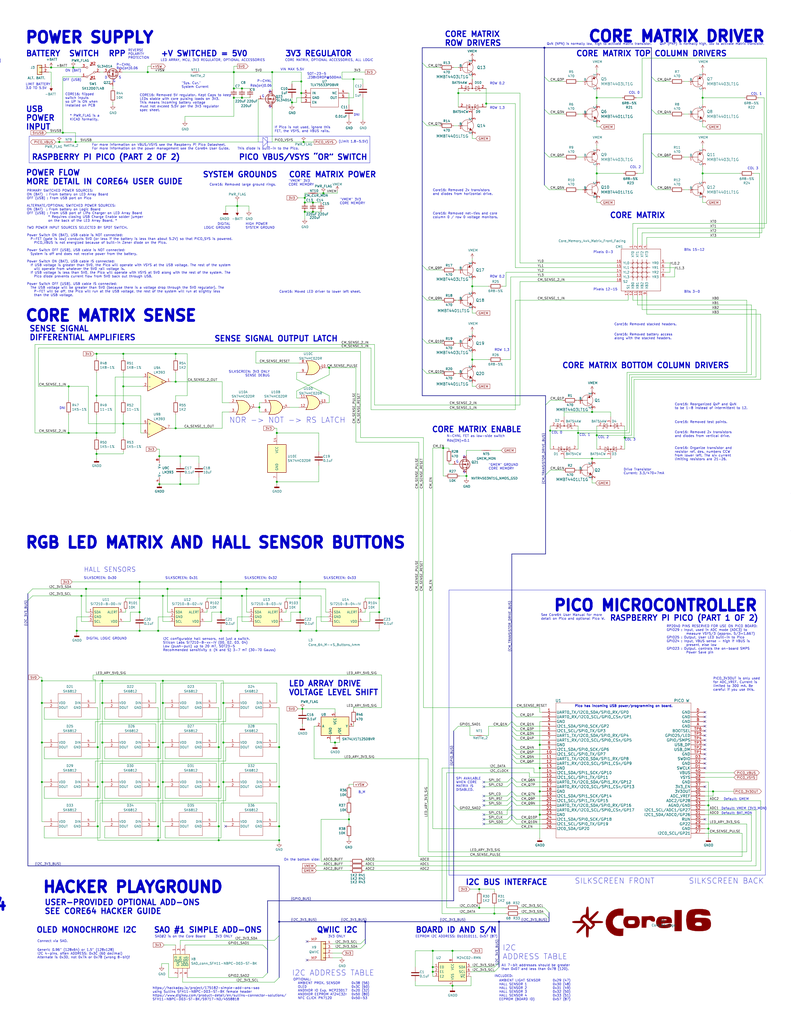
<source format=kicad_sch>
(kicad_sch (version 20230121) (generator eeschema)
  (paper "C" portrait)
  (title_block (title "Core16 Logic Board") (date "2023-09-16") (rev "0.2") (company "Concept and design by Andy Geppert @ www.MachineIdeas.com") (comment 1 "Please read the Core64 User Guide for more details.") (comment 2 "Visit www.Core64.io for information on assembly and optional features.") (comment 4 "All non-polarized capacitors are X7R or X5R ceramic unless otherwise noted."))
  (bus_alias "CM_TRANSISTOR_DRIVE_BUS" (members "CM_Q1N" "CM_Q1P" "CM_Q2N" "CM_Q2P" "CM_Q3N" "CM_Q3P" "CM_Q4N" "CM_Q4P" "CM_Q5N" "CM_Q5P" "CM_Q6N" "CM_Q6P" "CM_Q7N" "CM_Q7P" "CM_Q8N" "CM_Q8P" "CM_Q9N" "CM_Q9P" "CM_Q10N" "CM_Q10P" "CA_SR_GPO_A" "CA_SR_GPO_B" "CA_SR_GPO_C" "CA_SR_GPO_D"))
  (bus_alias "CA_SHIFT_REGISTER_BUS" (members "CM_SR_CLK" "CM_SR_LAT" "CM_SR_~{OE}" "CM_SR_SER1"))
  (bus_alias "GPIO_CPS_BUS" (members "GPIO1_CP1_SAO1" "GPIO2_CP2_SAO2" "GPIO3_CP3_DC" "GPIO4_CP4_CS2" "GPIO5_CP5_HS1" "GPIO6_CP6_HS2" "GPIO7_CP7_HS3" "GPIO8_CP8_HS4"))
  (bus_alias "SPI_3V3_BUS" (members "SPI_CD" "SPI_RESET" "SPI_SDI" "SPI_CS1" "SPI_CLK" "SPI_SDO"))
  (bus_alias "I2C_3V3_BUS" (members "I2C_3V3_SCL" "I2C_3V3_SDA"))
  (junction (at 163.83 344.17))
  (junction (at 88.9 405.13))
  (junction (at 236.22 530.225))
  (junction (at 383.54 94.615))
  (junction (at 386.715 439.42))
  (junction (at 55.88 426.72))
  (junction (at 98.425 264.16))
  (junction (at 172.72 344.17))
  (junction (at 121.92 383.54))
  (junction (at 120.65 317.5))
  (junction (at 86.36 429.26))
  (junction (at 86.995 264.16))
  (junction (at 86.36 450.85))
  (junction (at 152.4 429.26))
  (junction (at 55.88 405.13))
  (junction (at 325.755 237.49))
  (junction (at 163.83 334.01))
  (junction (at 88.9 426.72))
  (junction (at 254.635 259.715))
  (junction (at 80.645 39.37))
  (junction (at 53.34 407.67))
  (junction (at 127.635 53.34))
  (junction (at 261.62 495.3))
  (junction (at 22.86 383.54))
  (junction (at 121.92 426.72))
  (junction (at 120.65 344.17))
  (junction (at 86.995 248.92))
  (junction (at 247.015 518.795))
  (junction (at 340.995 238.76))
  (junction (at 127.635 39.37))
  (junction (at 127.635 48.26))
  (junction (at 22.86 371.475))
  (junction (at 52.705 193.04))
  (junction (at 134.62 321.31))
  (junction (at 152.4 458.47))
  (junction (at 41.275 77.47))
  (junction (at 129.54 344.17))
  (junction (at 165.735 77.47))
  (junction (at 236.22 527.685))
  (junction (at 67.31 210.82))
  (junction (at 151.13 236.22))
  (junction (at 40.005 36.83))
  (junction (at 148.59 39.37))
  (junction (at 170.815 110.49))
  (junction (at 76.2 326.39))
  (junction (at 120.65 334.01))
  (junction (at 207.01 326.39))
  (junction (at 67.31 193.04))
  (junction (at 44.45 325.12))
  (junction (at 294.64 431.8))
  (junction (at 41.91 344.17))
  (junction (at 67.31 231.14))
  (junction (at 163.83 317.5))
  (junction (at 170.815 115.57))
  (junction (at 182.88 405.13))
  (junction (at 76.2 317.5))
  (junction (at 164.465 50.8))
  (junction (at 257.81 156.21))
  (junction (at 141.605 222.25))
  (junction (at 269.875 498.475))
  (junction (at 166.37 107.95))
  (junction (at 236.22 518.795))
  (junction (at 132.08 53.34))
  (junction (at 55.88 383.54))
  (junction (at 27.94 36.83))
  (junction (at 129.54 112.395))
  (junction (at 389.255 431.8))
  (junction (at 132.08 325.12))
  (junction (at 323.215 224.79))
  (junction (at 95.885 193.04))
  (junction (at 294.64 419.1))
  (junction (at 88.9 325.12))
  (junction (at 165.1 386.715))
  (junction (at 265.43 56.515))
  (junction (at 132.08 48.26))
  (junction (at 179.705 200.66))
  (junction (at 257.81 196.215))
  (junction (at 119.38 429.26))
  (junction (at 86.36 458.47))
  (junction (at 95.885 233.68))
  (junction (at 120.65 326.39))
  (junction (at 88.9 371.475))
  (junction (at 55.88 371.475))
  (junction (at 166.37 115.57))
  (junction (at 323.215 250.19))
  (junction (at 176.53 105.41))
  (junction (at 151.13 262.89))
  (junction (at 52.705 247.65))
  (junction (at 241.935 244.475))
  (junction (at 199.39 502.92))
  (junction (at 34.29 72.39))
  (junction (at 98.425 248.92))
  (junction (at 22.86 405.13))
  (junction (at 53.34 429.26))
  (junction (at 152.4 407.67))
  (junction (at 300.355 234.95))
  (junction (at 383.54 53.34))
  (junction (at 272.415 502.92))
  (junction (at 207.01 334.01))
  (junction (at 159.385 55.88))
  (junction (at 95.885 208.28))
  (junction (at 294.64 444.5))
  (junction (at 32.385 77.47))
  (junction (at 22.86 426.72))
  (junction (at 37.465 236.22))
  (junction (at 152.4 502.92))
  (junction (at 193.04 43.18))
  (junction (at 315.595 236.22))
  (junction (at 46.99 321.31))
  (junction (at 88.9 383.54))
  (junction (at 119.38 458.47))
  (junction (at 76.2 334.01))
  (junction (at 152.4 450.85))
  (junction (at 297.18 26.035))
  (junction (at 247.015 537.845))
  (junction (at 386.715 452.12))
  (junction (at 52.705 215.9))
  (junction (at 325.755 94.615))
  (junction (at 37.465 210.82))
  (junction (at 164.465 44.45))
  (junction (at 325.755 53.34))
  (junction (at 166.37 110.49))
  (junction (at 121.92 405.13))
  (junction (at 53.34 450.85))
  (junction (at 86.36 344.17))
  (junction (at 190.5 447.04))
  (junction (at 163.83 326.39))
  (junction (at 119.38 407.67))
  (junction (at 52.705 236.22))
  (junction (at 91.44 321.31))
  (junction (at 86.36 407.67))
  (junction (at 250.19 50.8))
  (junction (at 76.2 344.17))
  (junction (at 294.64 406.4))
  (junction (at 119.38 450.85))
  (junction (at 261.62 485.14))
  (no_connect (at 264.16 429.26))
  (no_connect (at 384.81 414.02))
  (no_connect (at 384.81 403.86))
  (no_connect (at 264.16 447.04))
  (no_connect (at 264.16 434.34))
  (no_connect (at 384.81 393.7))
  (no_connect (at 264.16 439.42))
  (no_connect (at 384.81 411.48))
  (no_connect (at 167.64 523.875))
  (no_connect (at 167.64 513.715))
  (no_connect (at 384.81 401.32))
  (no_connect (at 264.16 436.88))
  (no_connect (at 384.81 388.62))
  (no_connect (at 384.81 408.94))
  (no_connect (at 264.16 449.58))
  (no_connect (at 384.81 429.26))
  (no_connect (at 384.81 396.24))
  (no_connect (at 123.19 450.85))
  (no_connect (at 384.81 398.78))
  (no_connect (at 384.81 406.4))
  (no_connect (at 384.81 416.56))
  (no_connect (at 384.81 419.1))
  (no_connect (at 384.81 391.16))
  (no_connect (at 264.16 426.72))
  (no_connect (at 384.81 447.04))
  (no_connect (at 264.16 444.5))
  (bus_entry (at 247.65 398.78) (size 2.54 -2.54))
  (bus_entry (at 230.505 184.785) (size 2.54 2.54))
  (bus_entry (at 230.505 201.295) (size 2.54 2.54))
  (bus_entry (at 276.86 426.72) (size 2.54 -2.54))
  (bus_entry (at 297.18 83.185) (size 2.54 2.54))
  (bus_entry (at 279.4 398.78) (size 2.54 2.54))
  (bus_entry (at 355.6 100.965) (size 2.54 2.54))
  (bus_entry (at 355.6 83.185) (size 2.54 2.54))
  (bus_entry (at 276.86 396.24) (size 2.54 -2.54))
  (bus_entry (at 15.24 323.85) (size 2.54 -2.54))
  (bus_entry (at 279.4 408.94) (size 2.54 2.54))
  (bus_entry (at 279.4 431.8) (size 2.54 2.54))
  (bus_entry (at 355.6 59.69) (size 2.54 2.54))
  (bus_entry (at 355.6 41.91) (size 2.54 2.54))
  (bus_entry (at 269.875 530.225) (size 2.54 -2.54))
  (bus_entry (at 269.875 527.685) (size 2.54 -2.54))
  (bus_entry (at 149.86 513.08) (size 2.54 -2.54))
  (bus_entry (at 279.4 396.24) (size 2.54 2.54))
  (bus_entry (at 279.4 424.18) (size 2.54 2.54))
  (bus_entry (at 279.4 411.48) (size 2.54 2.54))
  (bus_entry (at 276.86 439.42) (size 2.54 -2.54))
  (bus_entry (at 196.85 514.985) (size 2.54 -2.54))
  (bus_entry (at 196.85 517.525) (size 2.54 -2.54))
  (bus_entry (at 230.505 66.04) (size 2.54 2.54))
  (bus_entry (at 230.505 34.29) (size 2.54 2.54))
  (bus_entry (at 281.94 439.42) (size -2.54 -2.54))
  (bus_entry (at 276.86 447.04) (size 2.54 -2.54))
  (bus_entry (at 146.05 518.16) (size -2.54 -2.54))
  (bus_entry (at 143.51 533.4) (size 2.54 -2.54))
  (bus_entry (at 279.4 388.62) (size 2.54 2.54))
  (bus_entry (at 300.355 218.44) (size -2.54 2.54))
  (bus_entry (at 300.355 256.54) (size -2.54 2.54))
  (bus_entry (at 297.18 100.965) (size 2.54 2.54))
  (bus_entry (at 279.4 414.02) (size 2.54 2.54))
  (bus_entry (at 299.72 497.84) (size -2.54 -2.54))
  (bus_entry (at 299.72 501.015) (size -2.54 -2.54))
  (bus_entry (at 279.4 393.7) (size 2.54 2.54))
  (bus_entry (at 230.505 161.29) (size 2.54 2.54))
  (bus_entry (at 230.505 144.78) (size 2.54 2.54))
  (bus_entry (at 279.4 426.72) (size 2.54 2.54))
  (bus_entry (at 149.86 535.94) (size 2.54 -2.54))
  (bus_entry (at 279.4 447.04) (size 2.54 2.54))
  (bus_entry (at 279.4 434.34) (size -2.54 2.54))
  (bus_entry (at 276.86 441.96) (size 2.54 -2.54))
  (bus_entry (at 281.94 436.88) (size -2.54 -2.54))
  (bus_entry (at 276.86 449.58) (size 2.54 -2.54))
  (bus_entry (at 279.4 406.4) (size 2.54 2.54))
  (bus_entry (at 15.24 327.66) (size 2.54 -2.54))
  (bus_entry (at 276.86 434.34) (size 2.54 -2.54))
  (bus_entry (at 279.4 401.32) (size 2.54 2.54))
  (bus_entry (at 297.18 59.69) (size 2.54 2.54))
  (bus_entry (at 279.4 444.5) (size 2.54 2.54))
  (bus_entry (at 247.65 439.42) (size 2.54 2.54))
  (bus_entry (at 297.18 41.91) (size 2.54 2.54))
  (bus_entry (at 276.86 429.26) (size 2.54 -2.54))
  (wire (pts (xy 228.6 467.36) (xy 405.13 467.36)))
  (wire (pts (xy 135.89 334.01) (xy 134.62 334.01)))
  (wire (pts (xy 241.935 244.475) (xy 245.11 244.475)))
  (wire (pts (xy 236.22 532.765) (xy 236.855 532.765)))
  (wire (pts (xy 57.15 407.67) (xy 57.15 414.02)))
  (wire (pts (xy 325.755 110.49) (xy 327.66 110.49)))
  (wire (pts (xy 325.755 49.53) (xy 325.755 53.34)))
  (wire (pts (xy 278.765 151.13) (xy 278.765 196.215)))
  (wire (pts (xy 245.11 253.365) (xy 247.015 253.365)))
  (wire (pts (xy 347.98 94.615) (xy 351.155 94.615)))
  (wire (pts (xy 95.885 195.58) (xy 95.885 193.04)))
  (wire (pts (xy 373.38 44.45) (xy 375.92 44.45)))
  (bus (pts (xy 15.24 327.66) (xy 15.24 472.44)))
  (wire (pts (xy 95.885 215.9) (xy 102.235 215.9)))
  (wire (pts (xy 181.61 522.605) (xy 186.69 522.605)))
  (wire (pts (xy 236.22 244.475) (xy 236.22 452.12)))
  (wire (pts (xy 123.19 112.395) (xy 129.54 112.395)))
  (wire (pts (xy 125.095 224.79) (xy 121.285 224.79)))
  (wire (pts (xy 198.12 43.18) (xy 198.12 45.72)))
  (bus (pts (xy 272.415 525.145) (xy 272.415 527.685)))
  (wire (pts (xy 248.92 163.83) (xy 250.19 163.83)))
  (wire (pts (xy 307.975 224.79) (xy 307.975 227.33)))
  (wire (pts (xy 403.86 94.615) (xy 383.54 94.615)))
  (wire (pts (xy 57.15 429.26) (xy 57.15 435.61)))
  (wire (pts (xy 363.22 143.51) (xy 365.76 143.51)))
  (wire (pts (xy 342.9 161.29) (xy 342.9 163.83)))
  (wire (pts (xy 132.08 339.09) (xy 132.08 325.12)))
  (wire (pts (xy 185.42 405.13) (xy 182.88 405.13)))
  (wire (pts (xy 139.7 191.77) (xy 139.7 198.12)))
  (wire (pts (xy 152.4 386.08) (xy 152.4 407.67)))
  (wire (pts (xy 294.64 406.4) (xy 294.64 419.1)))
  (wire (pts (xy 88.9 339.09) (xy 88.9 325.12)))
  (wire (pts (xy 123.19 386.08) (xy 123.19 393.7)))
  (wire (pts (xy 384.81 439.42) (xy 386.715 439.42)))
  (wire (pts (xy 276.225 148.59) (xy 276.225 156.21)))
  (wire (pts (xy 204.47 220.98) (xy 283.845 220.98)))
  (wire (pts (xy 415.29 436.88) (xy 415.29 474.98)))
  (wire (pts (xy 265.43 56.515) (xy 281.305 56.515)))
  (wire (pts (xy 151.13 416.56) (xy 151.13 426.72)))
  (wire (pts (xy 257.81 73.66) (xy 257.81 75.565)))
  (wire (pts (xy 52.07 436.88) (xy 52.07 448.31)))
  (wire (pts (xy 342.265 203.2) (xy 342.265 234.95)))
  (wire (pts (xy 276.225 148.59) (xy 336.55 148.59)))
  (wire (pts (xy 202.565 223.52) (xy 281.305 223.52)))
  (wire (pts (xy 179.705 219.71) (xy 179.705 215.9)))
  (wire (pts (xy 148.59 77.47) (xy 165.735 77.47)))
  (wire (pts (xy 119.38 450.85) (xy 119.38 458.47)))
  (wire (pts (xy 165.1 387.35) (xy 165.1 386.715)))
  (wire (pts (xy 184.15 104.14) (xy 184.15 105.41)))
  (wire (pts (xy 134.62 334.01) (xy 134.62 321.31)))
  (wire (pts (xy 208.28 368.3) (xy 208.28 386.08)))
  (bus (pts (xy 355.6 59.69) (xy 355.6 83.185)))
  (wire (pts (xy 118.11 450.85) (xy 119.38 450.85)))
  (wire (pts (xy 295.91 444.5) (xy 294.64 444.5)))
  (wire (pts (xy 207.01 326.39) (xy 207.01 334.01)))
  (wire (pts (xy 288.925 424.18) (xy 288.925 421.64)))
  (wire (pts (xy 314.96 218.44) (xy 315.595 218.44)))
  (wire (pts (xy 247.015 518.795) (xy 257.175 518.795)))
  (wire (pts (xy 52.705 203.2) (xy 52.705 215.9)))
  (wire (pts (xy 86.36 344.17) (xy 76.2 344.17)))
  (wire (pts (xy 325.755 90.805) (xy 325.755 94.615)))
  (wire (pts (xy 182.88 388.62) (xy 182.88 386.715)))
  (wire (pts (xy 92.71 339.09) (xy 88.9 339.09)))
  (wire (pts (xy 233.68 464.82) (xy 407.67 464.82)))
  (wire (pts (xy 264.16 434.34) (xy 276.86 434.34)))
  (wire (pts (xy 383.54 90.805) (xy 383.54 94.615)))
  (wire (pts (xy 294.64 388.62) (xy 295.91 388.62)))
  (wire (pts (xy 172.72 336.55) (xy 179.07 336.55)))
  (wire (pts (xy 281.94 426.72) (xy 295.91 426.72)))
  (wire (pts (xy 55.88 371.475) (xy 88.9 371.475)))
  (wire (pts (xy 120.65 335.28) (xy 120.65 334.01)))
  (wire (pts (xy 243.205 259.715) (xy 241.935 259.715)))
  (wire (pts (xy 386.715 439.42) (xy 386.715 426.72)))
  (wire (pts (xy 120.65 326.39) (xy 120.65 334.01)))
  (wire (pts (xy 21.59 369.57) (xy 22.86 369.57)))
  (wire (pts (xy 269.875 498.475) (xy 276.225 498.475)))
  (wire (pts (xy 151.13 372.745) (xy 151.13 383.54)))
  (wire (pts (xy 350.52 127) (xy 415.925 127)))
  (wire (pts (xy 300.355 234.95) (xy 300.355 245.11)))
  (wire (pts (xy 173.99 236.22) (xy 173.99 246.38)))
  (wire (pts (xy 257.81 180.975) (xy 257.81 182.245)))
  (wire (pts (xy 151.13 264.16) (xy 151.13 262.89)))
  (wire (pts (xy 118.11 394.97) (xy 118.11 405.13)))
  (wire (pts (xy 127.635 48.26) (xy 132.08 48.26)))
  (wire (pts (xy 62.865 205.74) (xy 62.865 236.22)))
  (wire (pts (xy 118.11 416.56) (xy 118.11 426.72)))
  (wire (pts (xy 156.21 327.66) (xy 156.21 326.39)))
  (wire (pts (xy 257.81 192.405) (xy 257.81 196.215)))
  (wire (pts (xy 386.715 457.2) (xy 386.715 452.12)))
  (wire (pts (xy 52.07 415.29) (xy 52.07 426.72)))
  (wire (pts (xy 175.26 447.04) (xy 175.26 469.9)))
  (wire (pts (xy 67.31 226.06) (xy 67.31 231.14)))
  (wire (pts (xy 384.81 454.66) (xy 405.13 454.66)))
  (wire (pts (xy 40.005 77.47) (xy 41.275 77.47)))
  (wire (pts (xy 414.655 94.615) (xy 414.655 129.54)))
  (wire (pts (xy 164.465 50.8) (xy 164.465 55.88)))
  (wire (pts (xy 151.13 394.97) (xy 151.13 405.13)))
  (wire (pts (xy 161.925 55.88) (xy 159.385 55.88)))
  (wire (pts (xy 132.08 53.34) (xy 136.525 53.34)))
  (wire (pts (xy 52.705 215.9) (xy 52.705 218.44)))
  (wire (pts (xy 264.16 444.5) (xy 276.86 444.5)))
  (wire (pts (xy 346.075 207.01) (xy 346.075 238.76)))
  (wire (pts (xy 250.19 396.24) (xy 256.54 396.24)))
  (wire (pts (xy 190.5 427.99) (xy 190.5 428.625)))
  (wire (pts (xy 181.61 514.985) (xy 196.85 514.985)))
  (wire (pts (xy 164.465 53.34) (xy 161.925 53.34)))
  (wire (pts (xy 90.17 386.08) (xy 90.17 392.43)))
  (wire (pts (xy 281.305 163.83) (xy 342.9 163.83)))
  (wire (pts (xy 384.81 449.58) (xy 407.67 449.58)))
  (bus (pts (xy 279.4 439.42) (xy 279.4 436.88)))
  (wire (pts (xy 269.875 494.03) (xy 269.875 498.475)))
  (bus (pts (xy 247.65 439.42) (xy 247.65 491.49)))
  (wire (pts (xy 100.965 515.62) (xy 143.51 515.62)))
  (wire (pts (xy 325.755 94.615) (xy 325.755 98.425)))
  (wire (pts (xy 50.8 368.3) (xy 208.28 368.3)))
  (wire (pts (xy 389.255 431.8) (xy 389.255 434.34)))
  (wire (pts (xy 281.94 396.24) (xy 295.91 396.24)))
  (wire (pts (xy 66.675 39.37) (xy 80.645 39.37)))
  (bus (pts (xy 230.505 34.29) (xy 230.505 66.04)))
  (wire (pts (xy 80.645 36.195) (xy 80.645 39.37)))
  (wire (pts (xy 415.29 207.01) (xy 415.29 171.45)))
  (bus (pts (xy 230.505 215.9) (xy 297.815 215.9)))
  (wire (pts (xy 135.89 114.935) (xy 135.89 112.395)))
  (wire (pts (xy 383.54 49.53) (xy 383.54 53.34)))
  (wire (pts (xy 100.965 63.5) (xy 100.965 66.04)))
  (wire (pts (xy 120.65 372.745) (xy 151.13 372.745)))
  (wire (pts (xy 351.155 73.025) (xy 415.925 73.025)))
  (wire (pts (xy 281.94 401.32) (xy 295.91 401.32)))
  (wire (pts (xy 159.385 44.45) (xy 164.465 44.45)))
  (wire (pts (xy 358.14 44.45) (xy 365.76 44.45)))
  (wire (pts (xy 159.385 45.72) (xy 159.385 44.45)))
  (bus (pts (xy 230.505 184.785) (xy 230.505 201.295)))
  (wire (pts (xy 90.17 414.02) (xy 120.65 414.02)))
  (wire (pts (xy 190.5 447.04) (xy 190.5 449.58)))
  (wire (pts (xy 250.19 50.8) (xy 283.845 50.8)))
  (wire (pts (xy 120.65 457.2) (xy 120.65 438.15)))
  (wire (pts (xy 159.385 55.88) (xy 159.385 57.15)))
  (wire (pts (xy 54.61 414.02) (xy 54.61 394.97)))
  (wire (pts (xy 165.735 77.47) (xy 171.45 77.47)))
  (wire (pts (xy 343.535 204.47) (xy 410.21 204.47)))
  (wire (pts (xy 151.13 236.22) (xy 173.99 236.22)))
  (wire (pts (xy 199.39 332.74) (xy 199.39 334.01)))
  (wire (pts (xy 193.04 43.18) (xy 198.12 43.18)))
  (wire (pts (xy 236.22 530.225) (xy 236.22 532.765)))
  (wire (pts (xy 67.31 339.09) (xy 71.12 339.09)))
  (wire (pts (xy 44.45 339.09) (xy 44.45 325.12)))
  (wire (pts (xy 267.97 245.745) (xy 273.685 245.745)))
  (wire (pts (xy 127.635 53.34) (xy 132.08 53.34)))
  (wire (pts (xy 86.36 407.67) (xy 85.09 407.67)))
  (wire (pts (xy 135.89 336.55) (xy 129.54 336.55)))
  (wire (pts (xy 123.19 407.67) (xy 123.19 415.29)))
  (wire (pts (xy 86.995 264.16) (xy 98.425 264.16)))
  (wire (pts (xy 86.36 336.55) (xy 86.36 344.17)))
  (wire (pts (xy 121.92 383.54) (xy 121.92 405.13)))
  (wire (pts (xy 283.845 495.3) (xy 297.18 495.3)))
  (wire (pts (xy 190.5 436.245) (xy 190.5 436.88)))
  (wire (pts (xy 291.465 421.64) (xy 295.91 421.64)))
  (polyline (pts (xy 583.565 289.56) (xy 1015.365 289.56)))
  (wire (pts (xy 163.83 344.17) (xy 172.72 344.17)))
  (wire (pts (xy 257.81 41.91) (xy 257.81 43.18)))
  (wire (pts (xy 129.54 112.395) (xy 135.89 112.395)))
  (wire (pts (xy 245.11 244.475) (xy 245.11 245.11)))
  (wire (pts (xy 121.92 448.31) (xy 123.19 448.31)))
  (wire (pts (xy 363.22 151.13) (xy 368.3 151.13)))
  (wire (pts (xy 37.465 210.82) (xy 37.465 218.44)))
  (wire (pts (xy 55.88 405.13) (xy 57.15 405.13)))
  (wire (pts (xy 343.535 204.47) (xy 343.535 236.22)))
  (wire (pts (xy 233.045 147.32) (xy 241.3 147.32)))
  (wire (pts (xy 17.78 325.12) (xy 44.45 325.12)))
  (polyline (pts (xy 799.465 279.4) (xy 799.465 558.8)))
  (wire (pts (xy 54.61 392.43) (xy 54.61 372.745)))
  (wire (pts (xy 129.54 344.17) (xy 163.83 344.17)))
  (wire (pts (xy 363.22 146.05) (xy 368.3 146.05)))
  (wire (pts (xy 52.705 236.22) (xy 52.705 238.76)))
  (wire (pts (xy 264.16 401.32) (xy 266.7 401.32)))
  (wire (pts (xy 353.06 129.54) (xy 414.655 129.54)))
  (wire (pts (xy 340.995 232.41) (xy 340.995 238.76)))
  (wire (pts (xy 243.84 495.3) (xy 261.62 495.3)))
  (wire (pts (xy 264.16 439.42) (xy 276.86 439.42)))
  (wire (pts (xy 226.695 535.305) (xy 226.695 537.845)))
  (wire (pts (xy 283.845 153.67) (xy 283.845 220.98)))
  (wire (pts (xy 52.07 450.85) (xy 53.34 450.85)))
  (wire (pts (xy 55.88 426.72) (xy 57.15 426.72)))
  (wire (pts (xy 158.115 222.25) (xy 163.195 222.25)))
  (wire (pts (xy 164.465 44.45) (xy 164.465 50.8)))
  (wire (pts (xy 129.54 36.195) (xy 127.635 36.195)))
  (wire (pts (xy 52.705 193.04) (xy 52.705 195.58)))
  (wire (pts (xy 373.38 62.23) (xy 375.92 62.23)))
  (wire (pts (xy 120.65 414.02) (xy 120.65 394.97)))
  (wire (pts (xy 412.75 441.96) (xy 412.75 472.44)))
  (wire (pts (xy 24.13 457.2) (xy 24.13 450.85)))
  (wire (pts (xy 333.375 224.79) (xy 333.375 227.33)))
  (wire (pts (xy 141.605 222.25) (xy 141.605 219.71)))
  (wire (pts (xy 148.59 39.37) (xy 148.59 48.895)))
  (wire (pts (xy 86.36 407.67) (xy 86.36 429.26)))
  (wire (pts (xy 410.21 444.5) (xy 410.21 469.9)))
  (wire (pts (xy 283.845 153.67) (xy 336.55 153.67)))
  (wire (pts (xy 281.94 398.78) (xy 295.91 398.78)))
  (wire (pts (xy 323.215 263.525) (xy 325.12 263.525)))
  (bus (pts (xy 279.4 401.32) (xy 279.4 398.78)))
  (wire (pts (xy 233.045 203.835) (xy 241.3 203.835)))
  (wire (pts (xy 257.175 530.225) (xy 269.875 530.225)))
  (wire (pts (xy 76.2 344.17) (xy 41.91 344.17)))
  (wire (pts (xy 325.755 53.34) (xy 325.755 57.15)))
  (wire (pts (xy 265.43 48.26) (xy 265.43 56.515)))
  (wire (pts (xy 274.32 156.21) (xy 276.225 156.21)))
  (bus (pts (xy 152.4 502.92) (xy 152.4 472.44)))
  (bus (pts (xy 297.18 41.91) (xy 297.18 59.69)))
  (wire (pts (xy 254.635 245.745) (xy 254.635 248.285)))
  (wire (pts (xy 358.14 85.725) (xy 365.76 85.725)))
  (wire (pts (xy 254.635 258.445) (xy 254.635 259.715)))
  (bus (pts (xy 279.4 436.88) (xy 279.4 434.34)))
  (wire (pts (xy 67.31 203.2) (xy 67.31 210.82)))
  (wire (pts (xy 198.755 469.9) (xy 410.21 469.9)))
  (wire (pts (xy 52.07 370.84) (xy 52.07 383.54)))
  (wire (pts (xy 325.755 38.1) (xy 325.755 39.37)))
  (wire (pts (xy 55.88 405.13) (xy 55.88 426.72)))
  (bus (pts (xy 230.505 201.295) (xy 230.505 215.9)))
  (wire (pts (xy 52.705 193.04) (xy 67.31 193.04)))
  (wire (pts (xy 163.83 326.39) (xy 163.83 334.01)))
  (wire (pts (xy 333.375 250.19) (xy 323.215 250.19)))
  (bus (pts (xy 279.4 388.62) (xy 279.4 302.26)))
  (wire (pts (xy 384.81 434.34) (xy 389.255 434.34)))
  (bus (pts (xy 297.815 220.98) (xy 297.815 259.08)))
  (wire (pts (xy 236.22 452.12) (xy 295.91 452.12)))
  (wire (pts (xy 87.63 394.97) (xy 118.11 394.97)))
  (wire (pts (xy 57.15 457.2) (xy 87.63 457.2)))
  (wire (pts (xy 76.2 326.39) (xy 76.2 334.01)))
  (bus (pts (xy 355.6 26.035) (xy 355.6 41.91)))
  (wire (pts (xy 86.995 248.92) (xy 86.995 245.11)))
  (polyline (pts (xy 583.565 269.24) (xy 1015.365 269.24)))
  (wire (pts (xy 347.98 166.37) (xy 347.98 161.29)))
  (bus (pts (xy 279.4 408.94) (xy 279.4 406.4)))
  (wire (pts (xy 281.94 411.48) (xy 295.91 411.48)))
  (wire (pts (xy 22.86 371.475) (xy 55.88 371.475)))
  (wire (pts (xy 52.07 407.67) (xy 53.34 407.67)))
  (wire (pts (xy 53.34 407.67) (xy 53.34 429.26)))
  (wire (pts (xy 52.705 246.38) (xy 52.705 247.65)))
  (wire (pts (xy 351.155 94.615) (xy 351.155 73.025)))
  (polyline (pts (xy 140.97 77.47) (xy 143.51 77.47)) (stroke (width 0) (type solid)))
  (bus (pts (xy 279.4 431.8) (xy 279.4 426.72)))
  (wire (pts (xy 186.69 39.37) (xy 186.69 43.18)))
  (wire (pts (xy 172.72 344.17) (xy 172.72 336.55)))
  (wire (pts (xy 276.86 441.96) (xy 295.91 441.96)))
  (bus (pts (xy 299.72 497.84) (xy 299.72 501.015)))
  (wire (pts (xy 88.9 383.54) (xy 88.9 405.13)))
  (wire (pts (xy 115.57 339.09) (xy 115.57 334.01)))
  (bus (pts (xy 355.6 59.69) (xy 355.6 41.91)))
  (wire (pts (xy 68.58 327.66) (xy 68.58 326.39)))
  (wire (pts (xy 113.03 326.39) (xy 120.65 326.39)))
  (wire (pts (xy 231.14 238.76) (xy 231.14 386.08)))
  (wire (pts (xy 340.36 94.615) (xy 325.755 94.615)))
  (wire (pts (xy 156.21 326.39) (xy 163.83 326.39)))
  (wire (pts (xy 196.85 238.76) (xy 231.14 238.76)))
  (wire (pts (xy 67.31 195.58) (xy 67.31 193.04)))
  (wire (pts (xy 123.19 429.26) (xy 123.19 436.88)))
  (wire (pts (xy 37.465 236.22) (xy 52.705 236.22)))
  (wire (pts (xy 98.425 248.92) (xy 108.585 248.92)))
  (wire (pts (xy 98.425 248.92) (xy 98.425 252.73)))
  (wire (pts (xy 170.815 115.57) (xy 175.26 115.57)))
  (wire (pts (xy 20.955 189.865) (xy 202.565 189.865)))
  (wire (pts (xy 345.44 133.35) (xy 345.44 121.92)))
  (polyline (pts (xy 15.875 74.295) (xy 15.875 88.9)))
  (wire (pts (xy 91.44 334.01) (xy 91.44 321.31)))
  (wire (pts (xy 154.94 339.09) (xy 158.75 339.09)))
  (wire (pts (xy 175.26 339.09) (xy 175.26 325.12)))
  (wire (pts (xy 295.91 406.4) (xy 294.64 406.4)))
  (polyline (pts (xy 146.05 77.47) (xy 148.59 77.47)) (stroke (width 0) (type solid)))
  (wire (pts (xy 190.5 64.77) (xy 190.5 65.405)))
  (wire (pts (xy 76.835 236.22) (xy 78.105 236.22)))
  (wire (pts (xy 248.92 187.325) (xy 250.19 187.325)))
  (wire (pts (xy 281.94 391.16) (xy 295.91 391.16)))
  (wire (pts (xy 54.61 372.745) (xy 85.09 372.745)))
  (wire (pts (xy 93.345 208.28) (xy 95.885 208.28)))
  (wire (pts (xy 247.015 537.845) (xy 247.015 539.115)))
  (wire (pts (xy 248.92 203.835) (xy 250.19 203.835)))
  (wire (pts (xy 91.44 321.31) (xy 134.62 321.31)))
  (wire (pts (xy 193.04 427.99) (xy 190.5 427.99)))
  (wire (pts (xy 162.56 107.95) (xy 166.37 107.95)))
  (bus (pts (xy 247.65 398.78) (xy 247.65 439.42)))
  (wire (pts (xy 294.64 393.7) (xy 294.64 406.4)))
  (wire (pts (xy 261.62 485.14) (xy 269.875 485.14)))
  (wire (pts (xy 325.755 67.31) (xy 325.755 69.215)))
  (wire (pts (xy 90.17 429.26) (xy 90.17 435.61)))
  (wire (pts (xy 88.9 325.12) (xy 132.08 325.12)))
  (wire (pts (xy 85.09 438.15) (xy 54.61 438.15)))
  (bus (pts (xy 146.05 491.49) (xy 146.05 518.16)))
  (wire (pts (xy 109.22 39.37) (xy 127.635 39.37)))
  (wire (pts (xy 22.86 405.13) (xy 22.86 426.72)))
  (wire (pts (xy 120.65 326.39) (xy 120.65 317.5)))
  (wire (pts (xy 295.91 393.7) (xy 294.64 393.7)))
  (wire (pts (xy 315.595 236.22) (xy 315.595 245.11)))
  (wire (pts (xy 48.26 210.82) (xy 48.26 231.14)))
  (wire (pts (xy 407.67 163.83) (xy 407.67 203.2)))
  (wire (pts (xy 190.5 50.8) (xy 190.5 57.15)))
  (wire (pts (xy 199.39 334.01) (xy 198.12 334.01)))
  (wire (pts (xy 152.4 429.26) (xy 152.4 450.85)))
  (wire (pts (xy 294.64 431.8) (xy 294.64 444.5)))
  (wire (pts (xy 233.045 36.83) (xy 240.03 36.83)))
  (wire (pts (xy 120.65 392.43) (xy 120.65 372.745)))
  (wire (pts (xy 78.105 205.74) (xy 62.865 205.74)))
  (wire (pts (xy 68.58 326.39) (xy 76.2 326.39)))
  (wire (pts (xy 141.605 222.25) (xy 141.605 224.79)))
  (bus (pts (xy 272.415 502.92) (xy 299.72 502.92)))
  (wire (pts (xy 22.86 448.31) (xy 24.13 448.31)))
  (wire (pts (xy 257.81 152.4) (xy 257.81 156.21)))
  (wire (pts (xy 299.72 62.23) (xy 307.975 62.23)))
  (wire (pts (xy 350.52 53.34) (xy 350.52 31.75)))
  (bus (pts (xy 279.4 393.7) (xy 279.4 388.62)))
  (wire (pts (xy 325.755 237.49) (xy 325.755 245.11)))
  (wire (pts (xy 325.755 108.585) (xy 325.755 110.49)))
  (wire (pts (xy 261.62 485.14) (xy 256.54 485.14)))
  (wire (pts (xy 236.22 527.685) (xy 236.855 527.685)))
  (wire (pts (xy 294.64 386.08) (xy 231.14 386.08)))
  (wire (pts (xy 27.94 39.37) (xy 27.94 46.99)))
  (wire (pts (xy 85.09 394.97) (xy 85.09 405.13)))
  (wire (pts (xy 76.2 317.5) (xy 120.65 317.5)))
  (wire (pts (xy 88.9 448.31) (xy 90.17 448.31)))
  (polyline (pts (xy 144.78 74.93) (xy 146.05 74.93)) (stroke (width 0) (type solid)))
  (wire (pts (xy 57.15 392.43) (xy 87.63 392.43)))
  (polyline (pts (xy 15.875 88.9) (xy 201.93 88.9)))
  (wire (pts (xy 62.865 236.22) (xy 52.705 236.22)))
  (wire (pts (xy 323.215 261.62) (xy 323.215 263.525)))
  (wire (pts (xy 288.925 421.64) (xy 243.84 421.64)))
  (wire (pts (xy 113.03 334.01) (xy 111.76 334.01)))
  (wire (pts (xy 257.81 210.82) (xy 259.715 210.82)))
  (wire (pts (xy 54.61 416.56) (xy 85.09 416.56)))
  (wire (pts (xy 32.385 77.47) (xy 34.925 77.47)))
  (wire (pts (xy 196.85 191.77) (xy 139.7 191.77)))
  (polyline (pts (xy 799.465 0) (xy 799.465 279.4)))
  (wire (pts (xy 19.05 236.22) (xy 37.465 236.22)))
  (wire (pts (xy 163.83 335.28) (xy 163.83 334.01)))
  (wire (pts (xy 52.705 226.06) (xy 52.705 236.22)))
  (wire (pts (xy 118.11 372.745) (xy 118.11 383.54)))
  (wire (pts (xy 113.03 327.66) (xy 113.03 326.39)))
  (wire (pts (xy 295.91 431.8) (xy 294.64 431.8)))
  (wire (pts (xy 180.34 403.86) (xy 180.34 405.13)))
  (wire (pts (xy 345.44 163.83) (xy 345.44 161.29)))
  (wire (pts (xy 151.13 450.85) (xy 152.4 450.85)))
  (wire (pts (xy 54.61 438.15) (xy 54.61 457.2)))
  (wire (pts (xy 152.4 458.47) (xy 152.4 459.74)))
  (wire (pts (xy 202.565 189.865) (xy 202.565 223.52)))
  (wire (pts (xy 61.595 55.88) (xy 61.595 57.15)))
  (wire (pts (xy 27.94 36.83) (xy 40.005 36.83)))
  (wire (pts (xy 172.72 474.98) (xy 191.135 474.98)))
  (wire (pts (xy 129.54 112.395) (xy 129.54 114.935)))
  (wire (pts (xy 171.45 396.24) (xy 172.72 396.24)))
  (wire (pts (xy 24.13 414.02) (xy 54.61 414.02)))
  (wire (pts (xy 119.38 429.26) (xy 119.38 450.85)))
  (wire (pts (xy 414.02 53.34) (xy 417.195 53.34)))
  (wire (pts (xy 95.885 226.06) (xy 95.885 233.68)))
  (wire (pts (xy 98.425 260.35) (xy 98.425 264.16)))
  (wire (pts (xy 257.81 170.815) (xy 259.715 170.815)))
  (wire (pts (xy 127.635 39.37) (xy 127.635 48.26)))
  (wire (pts (xy 127.635 53.34) (xy 127.635 63.5)))
  (wire (pts (xy 264.16 429.26) (xy 276.86 429.26)))
  (wire (pts (xy 46.99 334.01) (xy 48.26 334.01)))
  (wire (pts (xy 411.48 94.615) (xy 414.655 94.615)))
  (wire (pts (xy 99.695 535.94) (xy 99.695 533.4)))
  (wire (pts (xy 41.275 77.47) (xy 140.97 77.47)))
  (wire (pts (xy 350.52 31.75) (xy 418.465 31.75)))
  (wire (pts (xy 283.845 50.8) (xy 283.845 143.51)))
  (wire (pts (xy 20.955 210.82) (xy 37.465 210.82)))
  (wire (pts (xy 300.355 256.54) (xy 307.34 256.54)))
  (wire (pts (xy 148.59 59.055) (xy 148.59 77.47)))
  (bus (pts (xy 230.505 26.035) (xy 297.18 26.035)))
  (wire (pts (xy 347.98 166.37) (xy 410.21 166.37)))
  (wire (pts (xy 86.36 450.85) (xy 86.36 458.47)))
  (wire (pts (xy 190.5 444.5) (xy 190.5 447.04)))
  (wire (pts (xy 384.81 452.12) (xy 386.715 452.12)))
  (wire (pts (xy 118.11 429.26) (xy 119.38 429.26)))
  (wire (pts (xy 181.61 520.065) (xy 186.69 520.065)))
  (wire (pts (xy 189.865 53.34) (xy 193.04 53.34)))
  (wire (pts (xy 152.4 450.85) (xy 152.4 458.47)))
  (wire (pts (xy 118.11 386.08) (xy 119.38 386.08)))
  (polyline (pts (xy 789.305 279.4) (xy 789.305 558.8)))
  (wire (pts (xy 193.04 43.18) (xy 186.69 43.18)))
  (wire (pts (xy 325.755 79.375) (xy 325.755 80.645)))
  (wire (pts (xy 198.755 472.44) (xy 412.75 472.44)))
  (wire (pts (xy 383.54 67.31) (xy 383.54 69.215)))
  (bus (pts (xy 199.39 512.445) (xy 199.39 514.985)))
  (wire (pts (xy 278.765 151.13) (xy 336.55 151.13)))
  (wire (pts (xy 340.995 238.76) (xy 340.995 245.11)))
  (wire (pts (xy 353.06 171.45) (xy 415.29 171.45)))
  (wire (pts (xy 405.13 454.66) (xy 405.13 467.36)))
  (wire (pts (xy 173.99 262.89) (xy 151.13 262.89)))
  (wire (pts (xy 315.595 62.23) (xy 318.135 62.23)))
  (wire (pts (xy 198.12 53.34) (xy 198.12 65.405)))
  (wire (pts (xy 198.12 339.09) (xy 201.93 339.09)))
  (wire (pts (xy 85.09 416.56) (xy 85.09 426.72)))
  (bus (pts (xy 355.6 83.185) (xy 355.6 100.965)))
  (wire (pts (xy 152.4 407.67) (xy 151.13 407.67)))
  (wire (pts (xy 22.86 383.54) (xy 22.86 405.13)))
  (polyline (pts (xy 245.11 321.945) (xy 417.83 321.945)))
  (wire (pts (xy 383.54 53.34) (xy 383.54 57.15)))
  (wire (pts (xy 166.37 115.57) (xy 170.815 115.57)))
  (wire (pts (xy 281.94 408.94) (xy 295.91 408.94)))
  (wire (pts (xy 86.36 458.47) (xy 119.38 458.47)))
  (wire (pts (xy 165.1 386.715) (xy 182.88 386.715)))
  (wire (pts (xy 55.88 371.475) (xy 55.88 383.54)))
  (wire (pts (xy 233.045 163.83) (xy 241.3 163.83)))
  (wire (pts (xy 57.15 414.02) (xy 87.63 414.02)))
  (wire (pts (xy 120.65 435.61) (xy 120.65 416.56)))
  (wire (pts (xy 288.925 424.18) (xy 295.91 424.18)))
  (wire (pts (xy 161.925 203.2) (xy 163.195 203.2)))
  (wire (pts (xy 76.2 317.5) (xy 39.37 317.5)))
  (wire (pts (xy 92.075 533.4) (xy 97.155 533.4)))
  (wire (pts (xy 121.285 208.28) (xy 121.285 219.71)))
  (wire (pts (xy 325.755 53.34) (xy 339.725 53.34)))
  (wire (pts (xy 152.4 407.67) (xy 152.4 429.26)))
  (wire (pts (xy 228.6 241.3) (xy 194.31 241.3)))
  (wire (pts (xy 166.37 105.41) (xy 168.275 105.41)))
  (wire (pts (xy 265.43 56.515) (xy 265.43 58.42)))
  (wire (pts (xy 358.14 62.23) (xy 365.76 62.23)))
  (polyline (pts (xy 245.11 477.52) (xy 417.83 477.52)))
  (wire (pts (xy 182.88 406.4) (xy 182.88 405.13)))
  (wire (pts (xy 358.14 103.505) (xy 365.76 103.505)))
  (wire (pts (xy 41.275 72.39) (xy 41.275 77.47)))
  (wire (pts (xy 151.13 233.68) (xy 149.86 233.68)))
  (wire (pts (xy 76.2 342.9) (xy 76.2 344.17)))
  (wire (pts (xy 228.6 241.3) (xy 228.6 467.36)))
  (wire (pts (xy 165.1 396.24) (xy 165.1 394.97)))
  (wire (pts (xy 347.98 124.46) (xy 417.195 124.46)))
  (bus (pts (xy 297.815 259.08) (xy 297.815 302.26)))
  (wire (pts (xy 119.38 407.67) (xy 118.11 407.67)))
  (polyline (pts (xy 799.465 279.4) (xy 583.565 279.4)))
  (wire (pts (xy 350.52 168.91) (xy 412.75 168.91)))
  (wire (pts (xy 61.595 46.99) (xy 61.595 48.26)))
  (wire (pts (xy 383.54 110.49) (xy 385.445 110.49)))
  (wire (pts (xy 132.08 48.26) (xy 136.525 48.26)))
  (wire (pts (xy 189.865 50.8) (xy 190.5 50.8)))
  (wire (pts (xy 384.81 424.18) (xy 400.685 424.18)))
  (wire (pts (xy 88.265 527.05) (xy 88.265 525.78)))
  (wire (pts (xy 161.925 53.34) (xy 161.925 55.88)))
  (wire (pts (xy 307.975 224.79) (xy 323.215 224.79)))
  (wire (pts (xy 256.54 401.32) (xy 259.08 401.32)))
  (wire (pts (xy 161.925 217.17) (xy 163.195 217.17)))
  (wire (pts (xy 120.65 334.01) (xy 115.57 334.01)))
  (wire (pts (xy 57.15 435.61) (xy 87.63 435.61)))
  (wire (pts (xy 257.175 532.765) (xy 257.175 537.845)))
  (wire (pts (xy 87.63 392.43) (xy 87.63 372.745)))
  (wire (pts (xy 99.695 535.94) (xy 149.86 535.94)))
  (wire (pts (xy 315.595 103.505) (xy 318.135 103.505)))
  (wire (pts (xy 254.635 259.715) (xy 254.635 260.985)))
  (wire (pts (xy 85.09 448.31) (xy 85.09 438.15)))
  (wire (pts (xy 120.65 344.17) (xy 129.54 344.17)))
  (wire (pts (xy 76.2 326.39) (xy 76.2 317.5)))
  (wire (pts (xy 307.975 250.19) (xy 323.215 250.19)))
  (wire (pts (xy 90.17 435.61) (xy 120.65 435.61)))
  (wire (pts (xy 315.595 236.22) (xy 343.535 236.22)))
  (wire (pts (xy 163.83 326.39) (xy 163.83 317.5)))
  (wire (pts (xy 344.805 205.74) (xy 344.805 237.49)))
  (wire (pts (xy 389.255 431.8) (xy 400.685 431.8)))
  (wire (pts (xy 417.195 53.34) (xy 417.195 124.46)))
  (wire (pts (xy 172.72 472.44) (xy 191.135 472.44)))
  (wire (pts (xy 179.07 339.09) (xy 175.26 339.09)))
  (wire (pts (xy 175.26 469.9) (xy 191.135 469.9)))
  (wire (pts (xy 300.355 234.95) (xy 342.265 234.95)))
  (wire (pts (xy 181.61 517.525) (xy 196.85 517.525)))
  (wire (pts (xy 87.63 438.15) (xy 118.11 438.15)))
  (wire (pts (xy 281.94 434.34) (xy 295.91 434.34)))
  (wire (pts (xy 53.34 458.47) (xy 86.36 458.47)))
  (bus (pts (xy 152.4 472.44) (xy 15.24 472.44)))
  (wire (pts (xy 86.995 245.11) (xy 85.725 245.11)))
  (wire (pts (xy 156.21 334.01) (xy 154.94 334.01)))
  (wire (pts (xy 119.38 407.67) (xy 119.38 429.26)))
  (wire (pts (xy 68.58 332.74) (xy 68.58 334.01)))
  (wire (pts (xy 190.5 447.04) (xy 175.26 447.04)))
  (bus (pts (xy 152.4 502.92) (xy 199.39 502.92)))
  (bus (pts (xy 279.4 411.48) (xy 279.4 408.94)))
  (wire (pts (xy 127.635 36.195) (xy 127.635 39.37)))
  (wire (pts (xy 88.9 371.475) (xy 88.9 383.54)))
  (wire (pts (xy 314.96 256.54) (xy 315.595 256.54)))
  (wire (pts (xy 88.265 525.78) (xy 92.075 525.78)))
  (wire (pts (xy 173.355 105.41) (xy 176.53 105.41)))
  (wire (pts (xy 161.925 207.01) (xy 161.925 203.2)))
  (wire (pts (xy 52.07 429.26) (xy 53.34 429.26)))
  (wire (pts (xy 236.22 527.685) (xy 236.22 518.795)))
  (wire (pts (xy 95.885 215.9) (xy 95.885 218.44)))
  (wire (pts (xy 236.22 527.685) (xy 236.22 530.225)))
  (wire (pts (xy 353.06 171.45) (xy 353.06 161.29)))
  (wire (pts (xy 415.925 73.025) (xy 415.925 127)))
  (wire (pts (xy 266.7 156.21) (xy 257.81 156.21)))
  (wire (pts (xy 323.215 224.79) (xy 333.375 224.79)))
  (wire (pts (xy 26.67 36.83) (xy 27.94 36.83)))
  (wire (pts (xy 261.62 485.14) (xy 261.62 486.41)))
  (polyline (pts (xy 417.83 321.945) (xy 417.83 477.52)))
  (bus (pts (xy 297.815 215.9) (xy 297.815 220.98)))
  (wire (pts (xy 241.935 244.475) (xy 241.935 259.715)))
  (wire (pts (xy 264.16 447.04) (xy 276.86 447.04)))
  (wire (pts (xy 207.01 326.39) (xy 207.01 317.5)))
  (wire (pts (xy 85.09 450.85) (xy 86.36 450.85)))
  (wire (pts (xy 291.465 419.1) (xy 241.3 419.1)))
  (wire (pts (xy 120.65 438.15) (xy 151.13 438.15)))
  (wire (pts (xy 55.88 448.31) (xy 57.15 448.31)))
  (wire (pts (xy 22.86 371.475) (xy 22.86 383.54)))
  (wire (pts (xy 256.54 396.24) (xy 256.54 401.32)))
  (wire (pts (xy 299.72 103.505) (xy 307.975 103.505)))
  (wire (pts (xy 315.595 44.45) (xy 318.135 44.45)))
  (bus (pts (xy 15.24 323.85) (xy 15.24 327.66)))
  (wire (pts (xy 264.16 436.88) (xy 276.86 436.88)))
  (wire (pts (xy 67.31 231.14) (xy 67.31 238.76)))
  (bus (pts (xy 230.505 66.04) (xy 230.505 144.78)))
  (wire (pts (xy 281.94 403.86) (xy 295.91 403.86)))
  (wire (pts (xy 418.465 31.75) (xy 418.465 121.92)))
  (wire (pts (xy 373.38 103.505) (xy 375.92 103.505)))
  (wire (pts (xy 179.705 200.66) (xy 194.31 200.66)))
  (wire (pts (xy 179.705 204.47) (xy 161.925 213.36)))
  (wire (pts (xy 87.63 416.56) (xy 118.11 416.56)))
  (wire (pts (xy 87.63 372.745) (xy 118.11 372.745)))
  (wire (pts (xy 46.99 321.31) (xy 91.44 321.31)))
  (wire (pts (xy 384.81 444.5) (xy 410.21 444.5)))
  (wire (pts (xy 281.94 447.04) (xy 295.91 447.04)))
  (wire (pts (xy 299.72 44.45) (xy 307.975 44.45)))
  (wire (pts (xy 134.62 321.31) (xy 177.8 321.31)))
  (bus (pts (xy 272.415 502.92) (xy 272.415 525.145)))
  (wire (pts (xy 247.015 522.605) (xy 247.015 518.795)))
  (wire (pts (xy 346.075 207.01) (xy 415.29 207.01)))
  (bus (pts (xy 279.4 414.02) (xy 279.4 411.48)))
  (wire (pts (xy 41.91 344.17) (xy 41.91 345.44)))
  (wire (pts (xy 88.9 371.475) (xy 121.92 371.475)))
  (wire (pts (xy 226.695 518.795) (xy 226.695 527.685)))
  (wire (pts (xy 22.86 369.57) (xy 22.86 371.475)))
  (wire (pts (xy 257.81 140.97) (xy 257.81 142.24)))
  (wire (pts (xy 98.425 264.16) (xy 108.585 264.16)))
  (wire (pts (xy 241.3 419.1) (xy 241.3 498.475)))
  (wire (pts (xy 54.61 394.97) (xy 85.09 394.97)))
  (bus (pts (xy 199.39 502.92) (xy 272.415 502.92)))
  (wire (pts (xy 257.175 527.685) (xy 269.875 527.685)))
  (wire (pts (xy 226.695 537.845) (xy 247.015 537.845)))
  (wire (pts (xy 294.64 386.08) (xy 294.64 388.62)))
  (wire (pts (xy 236.22 244.475) (xy 241.935 244.475)))
  (wire (pts (xy 295.91 419.1) (xy 294.64 419.1)))
  (wire (pts (xy 53.34 450.85) (xy 53.34 458.47)))
  (wire (pts (xy 22.86 426.72) (xy 22.86 448.31)))
  (polyline (pts (xy 809.625 279.4) (xy 809.625 558.8)))
  (wire (pts (xy 264.16 426.72) (xy 276.86 426.72)))
  (wire (pts (xy 170.815 110.49) (xy 175.26 110.49)))
  (wire (pts (xy 241.3 498.475) (xy 269.875 498.475)))
  (bus (pts (xy 297.18 26.035) (xy 297.18 41.91)))
  (wire (pts (xy 226.695 518.795) (xy 236.22 518.795)))
  (wire (pts (xy 80.645 39.37) (xy 104.14 39.37)))
  (wire (pts (xy 410.21 204.47) (xy 410.21 166.37)))
  (wire (pts (xy 120.65 416.56) (xy 151.13 416.56)))
  (bus (pts (xy 279.4 424.18) (xy 279.4 414.02)))
  (wire (pts (xy 264.16 449.58) (xy 276.86 449.58)))
  (wire (pts (xy 204.47 187.96) (xy 204.47 220.98)))
  (wire (pts (xy 291.465 421.64) (xy 291.465 419.1)))
  (wire (pts (xy 179.07 334.01) (xy 177.8 334.01)))
  (wire (pts (xy 198.755 474.98) (xy 415.29 474.98)))
  (wire (pts (xy 158.75 339.09) (xy 158.75 334.01)))
  (wire (pts (xy 55.88 383.54) (xy 55.88 405.13)))
  (bus (pts (xy 279.4 434.34) (xy 279.4 431.8)))
  (wire (pts (xy 53.34 386.08) (xy 53.34 407.67)))
  (wire (pts (xy 90.17 450.85) (xy 90.17 457.2)))
  (wire (pts (xy 50.8 370.84) (xy 52.07 370.84)))
  (wire (pts (xy 166.37 107.95) (xy 166.37 105.41)))
  (wire (pts (xy 384.81 426.72) (xy 386.715 426.72)))
  (wire (pts (xy 57.15 386.08) (xy 57.15 392.43)))
  (wire (pts (xy 90.17 407.67) (xy 90.17 414.02)))
  (wire (pts (xy 90.17 457.2) (xy 120.65 457.2)))
  (wire (pts (xy 76.2 334.01) (xy 71.12 334.01)))
  (wire (pts (xy 325.755 232.41) (xy 325.755 237.49)))
  (wire (pts (xy 323.215 223.52) (xy 323.215 224.79)))
  (wire (pts (xy 76.835 215.9) (xy 76.835 236.22)))
  (bus (pts (xy 279.4 398.78) (xy 279.4 396.24)))
  (wire (pts (xy 129.54 336.55) (xy 129.54 344.17)))
  (bus (pts (xy 297.18 83.185) (xy 297.18 100.965)))
  (wire (pts (xy 55.88 383.54) (xy 57.15 383.54)))
  (wire (pts (xy 365.76 143.51) (xy 365.76 148.59)))
  (wire (pts (xy 176.53 105.41) (xy 184.15 105.41)))
  (wire (pts (xy 294.64 419.1) (xy 294.64 431.8)))
  (wire (pts (xy 30.48 77.47) (xy 32.385 77.47)))
  (wire (pts (xy 325.755 237.49) (xy 344.805 237.49)))
  (wire (pts (xy 119.38 386.08) (xy 119.38 407.67)))
  (bus (pts (xy 152.4 502.92) (xy 152.4 510.54)))
  (wire (pts (xy 179.705 215.9) (xy 161.925 207.01)))
  (wire (pts (xy 274.32 196.215) (xy 278.765 196.215)))
  (wire (pts (xy 243.84 421.64) (xy 243.84 495.3)))
  (wire (pts (xy 236.22 518.795) (xy 247.015 518.795)))
  (polyline (pts (xy 789.305 0) (xy 789.305 279.4)))
  (wire (pts (xy 345.44 121.92) (xy 418.465 121.92)))
  (wire (pts (xy 257.81 196.215) (xy 257.81 198.755)))
  (wire (pts (xy 276.86 441.96) (xy 276.86 444.5)))
  (wire (pts (xy 90.17 383.54) (xy 88.9 383.54)))
  (bus (pts (xy 297.18 59.69) (xy 297.18 83.185)))
  (wire (pts (xy 193.04 386.08) (xy 208.28 386.08)))
  (wire (pts (xy 118.11 438.15) (xy 118.11 448.31)))
  (wire (pts (xy 257.81 168.91) (xy 257.81 170.815)))
  (wire (pts (xy 87.63 457.2) (xy 87.63 438.15)))
  (wire (pts (xy 19.05 187.96) (xy 204.47 187.96)))
  (wire (pts (xy 34.29 72.39) (xy 34.29 41.91)))
  (wire (pts (xy 179.705 200.66) (xy 179.705 204.47)))
  (wire (pts (xy 76.2 335.28) (xy 76.2 334.01)))
  (wire (pts (xy 342.265 203.2) (xy 407.67 203.2)))
  (wire (pts (xy 266.7 401.32) (xy 266.7 396.24)))
  (wire (pts (xy 20.955 210.82) (xy 20.955 189.865)))
  (polyline (pts (xy 431.8 289.56) (xy 584.2 289.56)))
  (wire (pts (xy 52.705 247.65) (xy 52.705 250.19)))
  (bus (pts (xy 279.4 406.4) (xy 279.4 401.32)))
  (wire (pts (xy 37.465 210.82) (xy 48.26 210.82)))
  (wire (pts (xy 294.64 444.5) (xy 294.64 457.2)))
  (wire (pts (xy 248.92 147.32) (xy 250.19 147.32)))
  (wire (pts (xy 22.86 426.72) (xy 24.13 426.72)))
  (wire (pts (xy 92.71 334.01) (xy 91.44 334.01)))
  (wire (pts (xy 24.13 392.43) (xy 54.61 392.43)))
  (wire (pts (xy 171.45 396.24) (xy 171.45 414.02)))
  (wire (pts (xy 299.72 85.725) (xy 307.975 85.725)))
  (wire (pts (xy 121.92 405.13) (xy 121.92 426.72)))
  (wire (pts (xy 95.885 203.2) (xy 95.885 208.28)))
  (wire (pts (xy 25.4 72.39) (xy 34.29 72.39)))
  (wire (pts (xy 323.215 250.19) (xy 323.215 251.46)))
  (wire (pts (xy 254.635 245.745) (xy 262.89 245.745)))
  (wire (pts (xy 266.7 196.215) (xy 257.81 196.215)))
  (wire (pts (xy 57.15 450.85) (xy 57.15 457.2)))
  (wire (pts (xy 67.31 193.04) (xy 95.885 193.04)))
  (wire (pts (xy 53.34 429.26) (xy 53.34 450.85)))
  (wire (pts (xy 163.83 317.5) (xy 207.01 317.5)))
  (wire (pts (xy 24.13 429.26) (xy 24.13 435.61)))
  (wire (pts (xy 283.845 143.51) (xy 336.55 143.51)))
  (wire (pts (xy 245.11 252.73) (xy 245.11 253.365)))
  (wire (pts (xy 340.995 238.76) (xy 346.075 238.76)))
  (wire (pts (xy 50.8 368.3) (xy 50.8 370.84)))
  (wire (pts (xy 269.875 485.14) (xy 269.875 486.41)))
  (polyline (pts (xy 201.93 74.295) (xy 15.875 74.295)))
  (bus (pts (xy 279.4 302.26) (xy 297.815 302.26)))
  (wire (pts (xy 152.4 386.08) (xy 151.13 386.08)))
  (wire (pts (xy 86.36 344.17) (xy 120.65 344.17)))
  (wire (pts (xy 236.22 530.225) (xy 236.855 530.225)))
  (wire (pts (xy 139.7 198.12) (xy 163.195 198.12)))
  (wire (pts (xy 350.52 168.91) (xy 350.52 161.29)))
  (bus (pts (xy 299.72 501.015) (xy 299.72 502.92)))
  (wire (pts (xy 44.45 325.12) (xy 88.9 325.12)))
  (wire (pts (xy 384.81 441.96) (xy 412.75 441.96)))
  (wire (pts (xy 185.42 403.86) (xy 185.42 405.13)))
  (wire (pts (xy 44.45 339.09) (xy 48.26 339.09)))
  (wire (pts (xy 384.81 436.88) (xy 415.29 436.88)))
  (wire (pts (xy 281.305 223.52) (xy 281.305 163.83)))
  (wire (pts (xy 165.1 386.715) (xy 162.56 386.715)))
  (wire (pts (xy 281.305 146.05) (xy 336.55 146.05)))
  (wire (pts (xy 344.805 205.74) (xy 412.75 205.74)))
  (wire (pts (xy 166.37 110.49) (xy 170.815 110.49)))
  (wire (pts (xy 132.08 325.12) (xy 175.26 325.12)))
  (wire (pts (xy 373.38 85.725) (xy 375.92 85.725)))
  (wire (pts (xy 140.335 222.25) (xy 141.605 222.25)))
  (wire (pts (xy 88.9 405.13) (xy 88.9 426.72)))
  (wire (pts (xy 82.55 36.195) (xy 80.645 36.195)))
  (wire (pts (xy 48.26 231.14) (xy 67.31 231.14)))
  (wire (pts (xy 46.99 334.01) (xy 46.99 321.31)))
  (bus (pts (xy 279.4 444.5) (xy 279.4 439.42)))
  (wire (pts (xy 247.65 36.83) (xy 250.19 36.83)))
  (wire (pts (xy 151.13 236.22) (xy 151.13 237.49)))
  (wire (pts (xy 67.31 231.14) (xy 78.105 231.14)))
  (wire (pts (xy 54.61 457.2) (xy 24.13 457.2)))
  (wire (pts (xy 129.54 109.855) (xy 129.54 112.395)))
  (wire (pts (xy 383.54 94.615) (xy 383.54 98.425)))
  (wire (pts (xy 140.97 53.975) (xy 140.97 77.47)))
  (wire (pts (xy 281.94 429.26) (xy 295.91 429.26)))
  (polyline (pts (xy 431.8 269.24) (xy 584.2 269.24)))
  (wire (pts (xy 250.19 441.96) (xy 276.86 441.96)))
  (wire (pts (xy 325.755 69.215) (xy 327.66 69.215)))
  (wire (pts (xy 186.69 39.37) (xy 199.39 39.37)))
  (wire (pts (xy 300.355 232.41) (xy 300.355 234.95)))
  (wire (pts (xy 67.31 210.82) (xy 78.105 210.82)))
  (wire (pts (xy 123.19 415.29) (xy 52.07 415.29)))
  (wire (pts (xy 233.045 187.325) (xy 241.3 187.325)))
  (wire (pts (xy 98.425 513.08) (xy 98.425 515.62)))
  (wire (pts (xy 135.89 339.09) (xy 132.08 339.09)))
  (bus (pts (xy 230.505 161.29) (xy 230.505 184.785)))
  (wire (pts (xy 194.31 241.3) (xy 194.31 200.66)))
  (polyline (pts (xy 146.05 74.93) (xy 146.05 80.01)) (stroke (width 0) (type solid)))
  (wire (pts (xy 345.44 163.83) (xy 407.67 163.83)))
  (wire (pts (xy 281.94 414.02) (xy 295.91 414.02)))
  (wire (pts (xy 350.52 133.35) (xy 350.52 127)))
  (polyline (pts (xy 143.51 74.93) (xy 143.51 80.01)) (stroke (width 0) (type solid)))
  (wire (pts (xy 350.52 53.34) (xy 347.345 53.34)))
  (wire (pts (xy 71.12 339.09) (xy 71.12 334.01)))
  (wire (pts (xy 156.21 332.74) (xy 156.21 334.01)))
  (wire (pts (xy 151.13 438.15) (xy 151.13 448.31)))
  (wire (pts (xy 52.705 247.65) (xy 67.31 247.65)))
  (wire (pts (xy 283.845 498.475) (xy 297.18 498.475)))
  (wire (pts (xy 68.58 334.01) (xy 67.31 334.01)))
  (bus (pts (xy 247.65 491.49) (xy 146.05 491.49)))
  (wire (pts (xy 250.19 50.8) (xy 250.19 58.42)))
  (wire (pts (xy 92.075 525.78) (xy 92.075 533.4)))
  (wire (pts (xy 52.705 215.9) (xy 76.835 215.9)))
  (wire (pts (xy 151.13 233.68) (xy 151.13 236.22)))
  (wire (pts (xy 93.345 233.68) (xy 95.885 233.68)))
  (wire (pts (xy 166.37 107.95) (xy 166.37 110.49)))
  (wire (pts (xy 412.75 205.74) (xy 412.75 168.91)))
  (wire (pts (xy 281.94 416.56) (xy 295.91 416.56)))
  (wire (pts (xy 121.92 405.13) (xy 123.19 405.13)))
  (wire (pts (xy 55.88 426.72) (xy 55.88 448.31)))
  (wire (pts (xy 196.85 191.77) (xy 196.85 238.76)))
  (wire (pts (xy 119.38 458.47) (xy 152.4 458.47)))
  (wire (pts (xy 207.01 335.28) (xy 207.01 334.01)))
  (wire (pts (xy 120.65 342.9) (xy 120.65 344.17)))
  (wire (pts (xy 123.19 112.395) (xy 123.19 114.935)))
  (wire (pts (xy 281.305 146.05) (xy 281.305 56.515)))
  (wire (pts (xy 24.13 407.67) (xy 24.13 414.02)))
  (polyline (pts (xy 201.93 88.9) (xy 201.93 74.295)))
  (wire (pts (xy 100.965 63.5) (xy 127.635 63.5)))
  (wire (pts (xy 95.885 208.28) (xy 121.285 208.28)))
  (wire (pts (xy 88.9 426.72) (xy 90.17 426.72)))
  (wire (pts (xy 26.67 39.37) (xy 27.94 39.37)))
  (wire (pts (xy 108.585 248.92) (xy 108.585 252.73)))
  (wire (pts (xy 250.825 259.715) (xy 254.635 259.715)))
  (wire (pts (xy 121.92 426.72) (xy 123.19 426.72)))
  (wire (pts (xy 233.045 68.58) (xy 240.03 68.58)))
  (wire (pts (xy 386.715 452.12) (xy 386.715 439.42)))
  (wire (pts (xy 257.81 156.21) (xy 257.81 158.75)))
  (wire (pts (xy 193.04 396.24) (xy 193.04 394.97)))
  (wire (pts (xy 164.465 39.37) (xy 164.465 44.45)))
  (wire (pts (xy 171.45 414.02) (xy 233.68 414.02)))
  (wire (pts (xy 199.39 327.66) (xy 199.39 326.39)))
  (wire (pts (xy 24.13 435.61) (xy 54.61 435.61)))
  (wire (pts (xy 98.425 513.08) (xy 149.86 513.08)))
  (wire (pts (xy 281.94 439.42) (xy 295.91 439.42)))
  (wire (pts (xy 88.9 405.13) (xy 90.17 405.13)))
  (wire (pts (xy 406.4 53.34) (xy 383.54 53.34)))
  (bus (pts (xy 230.505 144.78) (xy 230.505 161.29)))
  (wire (pts (xy 19.05 236.22) (xy 19.05 187.96)))
  (wire (pts (xy 261.62 495.3) (xy 276.225 495.3)))
  (wire (pts (xy 159.385 53.34) (xy 159.385 55.88)))
  (wire (pts (xy 85.09 372.745) (xy 85.09 383.54)))
  (wire (pts (xy 108.585 264.16) (xy 108.585 260.35)))
  (wire (pts (xy 281.94 436.88) (xy 295.91 436.88)))
  (wire (pts (xy 207.01 334.01) (xy 201.93 334.01)))
  (wire (pts (xy 34.29 41.91) (xy 44.45 41.91)))
  (wire (pts (xy 95.885 193.04) (xy 102.235 193.04)))
  (wire (pts (xy 89.535 515.62) (xy 95.885 515.62)))
  (wire (pts (xy 250.19 48.26) (xy 250.19 50.8)))
  (wire (pts (xy 86.995 248.92) (xy 98.425 248.92)))
  (wire (pts (xy 207.01 342.9) (xy 207.01 344.17)))
  (wire (pts (xy 163.83 342.9) (xy 163.83 344.17)))
  (wire (pts (xy 151.13 429.26) (xy 152.4 429.26)))
  (wire (pts (xy 92.71 336.55) (xy 86.36 336.55)))
  (wire (pts (xy 363.22 148.59) (xy 365.76 148.59)))
  (wire (pts (xy 95.885 233.68) (xy 121.285 233.68)))
  (wire (pts (xy 113.03 332.74) (xy 113.03 334.01)))
  (wire (pts (xy 173.99 254) (xy 173.99 262.89)))
  (wire (pts (xy 48.26 336.55) (xy 41.91 336.55)))
  (bus (pts (xy 279.4 447.04) (xy 279.4 444.5)))
  (wire (pts (xy 266.7 396.24) (xy 276.86 396.24)))
  (wire (pts (xy 87.63 414.02) (xy 87.63 394.97)))
  (wire (pts (xy 407.67 464.82) (xy 407.67 449.58)))
  (wire (pts (xy 87.63 435.61) (xy 87.63 416.56)))
  (wire (pts (xy 384.81 431.8) (xy 389.255 431.8)))
  (wire (pts (xy 383.54 79.375) (xy 383.54 80.645)))
  (wire (pts (xy 52.07 386.08) (xy 53.34 386.08)))
  (wire (pts (xy 190.5 457.2) (xy 190.5 457.835)))
  (wire (pts (xy 54.61 39.37) (xy 56.515 39.37)))
  (wire (pts (xy 85.09 429.26) (xy 86.36 429.26)))
  (wire (pts (xy 86.36 429.26) (xy 86.36 450.85)))
  (wire (pts (xy 141.605 219.71) (xy 142.875 219.71)))
  (wire (pts (xy 315.595 85.725) (xy 318.135 85.725)))
  (wire (pts (xy 41.91 336.55) (xy 41.91 344.17)))
  (wire (pts (xy 193.04 387.35) (xy 193.04 386.08)))
  (polyline (pts (xy 143.51 80.01) (xy 146.05 77.47)) (stroke (width 0) (type solid)))
  (wire (pts (xy 257.81 208.915) (xy 257.81 210.82)))
  (wire (pts (xy 178.435 200.66) (xy 179.705 200.66)))
  (wire (pts (xy 166.37 115.57) (xy 166.37 119.38)))
  (wire (pts (xy 199.39 326.39) (xy 207.01 326.39)))
  (wire (pts (xy 281.94 449.58) (xy 295.91 449.58)))
  (wire (pts (xy 22.86 405.13) (xy 24.13 405.13)))
  (polyline (pts (xy 809.625 0) (xy 809.625 279.4)))
  (wire (pts (xy 163.83 334.01) (xy 158.75 334.01)))
  (wire (pts (xy 201.93 339.09) (xy 201.93 334.01)))
  (wire (pts (xy 257.81 75.565) (xy 259.715 75.565)))
  (wire (pts (xy 148.59 39.37) (xy 164.465 39.37)))
  (wire (pts (xy 300.355 218.44) (xy 307.34 218.44)))
  (wire (pts (xy 102.235 215.9) (xy 102.235 193.04)))
  (wire (pts (xy 233.68 414.02) (xy 233.68 464.82)))
  (wire (pts (xy 24.13 386.08) (xy 24.13 392.43)))
  (wire (pts (xy 40.005 36.83) (xy 44.45 36.83)))
  (wire (pts (xy 121.92 371.475) (xy 121.92 383.54)))
  (wire (pts (xy 120.65 317.5) (xy 163.83 317.5)))
  (wire (pts (xy 383.54 108.585) (xy 383.54 110.49)))
  (wire (pts (xy 121.285 219.71) (xy 125.095 219.71)))
  (wire (pts (xy 17.78 321.31) (xy 46.99 321.31)))
  (wire (pts (xy 121.285 224.79) (xy 121.285 233.68)))
  (wire (pts (xy 141.605 224.79) (xy 142.875 224.79)))
  (wire (pts (xy 353.06 133.35) (xy 353.06 129.54)))
  (wire (pts (xy 315.595 232.41) (xy 315.595 236.22)))
  (wire (pts (xy 111.76 339.09) (xy 115.57 339.09)))
  (wire (pts (xy 172.72 344.17) (xy 207.01 344.17)))
  (wire (pts (xy 67.31 210.82) (xy 67.31 218.44)))
  (wire (pts (xy 34.29 72.39) (xy 41.275 72.39)))
  (polyline (pts (xy 799.211 279.4) (xy 1015.365 279.4)))
  (polyline (pts (xy 245.11 321.945) (xy 245.11 477.52)))
  (wire (pts (xy 102.235 533.4) (xy 143.51 533.4)))
  (wire (pts (xy 383.54 38.1) (xy 383.54 39.37)))
  (wire (pts (xy 123.19 393.7) (xy 52.07 393.7)))
  (wire (pts (xy 383.54 69.215) (xy 385.445 69.215)))
  (wire (pts (xy 88.9 426.72) (xy 88.9 448.31)))
  (wire (pts (xy 368.3 146.05) (xy 368.3 151.13)))
  (wire (pts (xy 177.8 334.01) (xy 177.8 321.31)))
  (wire (pts (xy 120.65 394.97) (xy 151.13 394.97)))
  (polyline (pts (xy 146.05 80.01) (xy 147.32 80.01)) (stroke (width 0) (type solid)))
  (wire (pts (xy 257.175 537.845) (xy 247.015 537.845)))
  (wire (pts (xy 54.61 435.61) (xy 54.61 416.56)))
  (wire (pts (xy 384.81 421.64) (xy 400.685 421.64)))
  (wire (pts (xy 22.86 383.54) (xy 24.13 383.54)))
  (wire (pts (xy 123.19 436.88) (xy 52.07 436.88)))
  (wire (pts (xy 193.04 53.34) (xy 193.04 43.18)))
  (wire (pts (xy 347.98 133.35) (xy 347.98 124.46)))
  (wire (pts (xy 161.925 213.36) (xy 161.925 217.17)))
  (wire (pts (xy 90.17 392.43) (xy 120.65 392.43)))
  (wire (pts (xy 127.635 39.37) (xy 148.59 39.37)))
  (wire (pts (xy 261.62 494.03) (xy 261.62 495.3)))
  (bus (pts (xy 297.18 26.035) (xy 355.6 26.035)))
  (polyline (pts (xy 143.51 74.93) (xy 146.05 77.47)) (stroke (width 0) (type solid)))
  (wire (pts (xy 85.09 386.08) (xy 86.36 386.08)))
  (bus (pts (xy 279.4 396.24) (xy 279.4 393.7)))
  (wire (pts (xy 121.92 426.72) (xy 121.92 448.31)))
  (bus (pts (xy 199.39 502.92) (xy 199.39 512.445)))
  (wire (pts (xy 180.34 405.13) (xy 182.88 405.13)))
  (bus (pts (xy 279.4 426.72) (xy 279.4 424.18)))
  (wire (pts (xy 86.36 386.08) (xy 86.36 407.67)))
  (wire (pts (xy 67.31 246.38) (xy 67.31 247.65)))
  (bus (pts (xy 152.4 510.54) (xy 152.4 533.4)))
  (wire (pts (xy 37.465 226.06) (xy 37.465 236.22)))
  (wire (pts (xy 247.65 68.58) (xy 250.19 68.58)))
  (wire (pts (xy 121.92 383.54) (xy 123.19 383.54)))
  (bus (pts (xy 230.505 26.035) (xy 230.505 34.29)))
  (bus (pts (xy 146.05 530.86) (xy 146.05 518.16)))
  (wire (pts (xy 51.435 193.04) (xy 52.705 193.04)))
  (wire (pts (xy 178.435 219.71) (xy 179.705 219.71)))
  (wire (pts (xy 52.07 393.7) (xy 52.07 405.13)))
  (text "Bits 3-0" (at 373.38 160.02 0) (effects (font (size 1.27 1.27)) (justify left bottom)))
  (text "SILKSCREEN FRONT" (at 313.69 482.6 0) (effects (font (size 2.9972 2.9972)) (justify left bottom)))
  (text "INCLUDED:" (at 269.875 533.4 0) (effects (font (size 1.27 1.27)) (justify left bottom)))
  (text "QxP (PNP) is normally high, low to activate matrix transistor." (at 360.045 24.765 0) (effects (font (size 1.1938 1.1938)) (justify left bottom)))
  (text "AMBIENT PROX. SENSOR\nOLED\nAND!XOR IO Exp. MCP23017\nAND!XOR EEPROM AT24C32r\nNFC CLICK PN7120\n" (at 162.56 545.465 0) (effects (font (size 1.27 1.27)) (justify left bottom)))
  (text "S" (at 146.685 59.055 0) (effects (font (size 1.27 1.27)) (justify left bottom)))
  (text "P-CHNL" (at 63.5 36.195 0) (effects (font (size 1.27 1.27)) (justify left bottom)))
  (text "C7-9,10-15\nD -\nH -\nJ3\nJP -\nNT9,10,11\nQ22-23\nR44\nSW1\nTP -\nU7\nX -" (at -58.42 142.24 0) (effects (font (size 6 6) (thickness 1.6) bold) (justify left bottom)))
  (text "D" (at 252.73 250.19 0) (effects (font (size 1.27 1.27)) (justify left bottom)))
  (text "HACKER PLAYGROUND" (at 22.86 487.68 0) (effects (font (size 6 6) (thickness 1.6) bold) (justify left bottom)))
  (text "https://hackaday.io/project/175182-simple-add-ons-sao\nusing Sullins SFH11-NBPC-D03-ST-BK female header\nhttps://www.digikey.com/product-detail/en/sullins-connector-solutions/\nSFH11-NBPC-D03-ST-BK/S9717-ND/4558818" (at 83.185 546.1 0) (effects (font (size 1.27 1.27)) (justify left bottom)))
  (text "DIGITAL LOGIC GROUND" (at 46.99 349.25 0) (effects (font (size 1.27 1.27)) (justify left bottom)))
  (text "SAO #1 SIMPLE ADD-ONS" (at 83.82 509.27 0) (effects (font (size 3 3) (thickness 0.6) bold) (justify left bottom)))
  (text "S" (at 64.77 43.18 0) (effects (font (size 1.27 1.27)) (justify left bottom)))
  (text "Bits 15-12" (at 373.38 137.16 0) (effects (font (size 1.27 1.27)) (justify left bottom)))
  (text "Core16: Removed battery access\nalong with the stacked headers." (at 335.28 185.42 0) (effects (font (size 1.27 1.27)) (justify left bottom)))
  (text "I2C \nADDRESS TABLE" (at 274.32 523.875 0) (effects (font (size 2.9972 2.9972)) (justify left bottom)))
  (text "This diode is built-in to the Pico." (at 129.54 81.915 0) (effects (font (size 1.27 1.27)) (justify left bottom)))
  (text "C16\nD21-36\nH -\nJ -\nJP -\nNT -\nQ -\nR36-30, 41-43, 46, 101-104\nSW -\nTP -\nU8,11-14\nX8-9" (at -139.7 535.94 0) (effects (font (size 6 6) (thickness 1.6) bold) (justify left bottom)))
  (text "POWER FLOW\nMORE DETAIL IN CORE64 USER GUIDE" (at 13.97 100.965 0) (effects (font (size 3 3) (thickness 0.6) bold) (justify left bottom)))
  (text "Rds(ON)=0.1" (at 243.84 241.3 0) (effects (font (size 1.27 1.27)) (justify left bottom)))
  (text "Pico has incoming USB power/programming on board." (at 313.69 386.08 0) (effects (font (size 1.27 1.27) (thickness 0.254) bold) (justify left bottom)))
  (text "COL 0" (at 300.99 236.855 0) (effects (font (size 1.27 1.27)) (justify left bottom)))
  (text "B_M" (at 195.58 433.07 0) (effects (font (size 1.27 1.27)) (justify left bottom)))
  (text "DNI" (at 193.04 63.5 0) (effects (font (size 1.27 1.27)) (justify left bottom)))
  (text "PICO MICROCONTROLLER" (at 414.02 334.01 0) (effects (font (size 6 6) (thickness 1.6) bold) (justify right bottom)))
  (text "C -\nD1-4, 9-10\nH -\nJ -\nJP -\nNT5\nQ1-20, 21\nR1-20, 21-26, 27-28\nSW -\nTP -\nU -\nX -" (at 436.88 154.94 0) (effects (font (size 6 6) (thickness 1.6) bold) (justify left bottom)))
  (text "HALL SENSORS" (at 45.72 312.42 0) (effects (font (size 2.54 2.54)) (justify left bottom)))
  (text "Core16: Removed net-ties and core\ncolumn 0 / row 0 voltage monitors." (at 236.22 119.38 0) (effects (font (size 1.27 1.27)) (justify left bottom)))
  (text "L1-???" (at 435.61 556.26 0) (effects (font (size 6 6) (thickness 1.6) bold) (justify left bottom)))
  (text "SENSE SIGNAL OUTPUT LATCH" (at 116.84 186.69 0) (effects (font (size 3 3) (thickness 0.5994) bold) (justify left bottom)))
  (text "NOR -> NOT -> RS LATCH" (at 125.095 231.14 0) (effects (font (size 2.9972 2.9972)) (justify left bottom)))
  (text "CORE MATRIX\nROW DRIVERS" (at 242.57 25.4 0) (effects (font (size 3 3) (thickness 0.6) bold) (justify left bottom)))
  (text "Pixels 0-3" (at 323.85 138.43 0) (effects (font (size 1.27 1.27)) (justify left bottom)))
  (text "TWO POWER INPUT SOURCES SELECTED BY SPDT SWITCH.\n\nPower Switch ON (BAT), USB cable is NOT connected:\n  P-FET (gate is low) conducts 5V0 (or less if the battery is less than about 5.2V) so that PICO_SYS is powered. \n    PICO_VBUS is not energized because of built-in Zener diode on the Pico.\n\nPower Switch OFF (USB), USB cable is NOT connected:\n  System is off and does not receive power from the battery.\n\nPower Switch ON (BAT), USB cable IS connected:\n  If USB voltage is greater than 5V0, the Pico will operate with VSYS at the USB voltage. The rest of the system\n    will operate from whatever the 5V0 rail voltage is.\n  If USB voltage is less than 5V0, the Pico will operate with VSYS at 5V0 along with the rest of the system. The\n    Pico diode prevents current flow from 5V0 back out through USB.\n\nPower Switch OFF (USB), USB cable IS connected:\n  The USB voltage will be greater than 5V0 (because there is a voltage drop through the 5V0 regulator). The\n    P-FET will be off, the Pico will run at the USB voltage, the rest of the system will run at slightly less\n    than the USB voltage." (at 14.605 161.925 0) (effects (font (size 1.27 1.27)) (justify left bottom)))
  (text "Default: VMEM (3V3_MON)" (at 393.7 441.96 0) (effects (font (size 1.27 1.27)) (justify left bottom)))
  (text "CORE MATRIX BOTTOM COLUMN DRIVERS" (at 306.705 201.295 0) (effects (font (size 3 3) (thickness 0.6) bold) (justify left bottom)))
  (text "CORE16: flipped\nswitch inputs\nso UP is ON when\ninstalled on PCB" (at 35.56 58.42 0) (effects (font (size 1.27 1.27)) (justify left bottom)))
  (text "SOT-23-5\n.238VDROP@500mA" (at 167.64 43.18 0) (effects (font (size 1.27 1.27)) (justify left bottom)))
  (text "Core16: Moved LED driver to lower left sheet." (at 152.4 160.02 0) (effects (font (size 1.27 1.27)) (justify left bottom)))
  (text "QxN (NPN) is normally low, high to activate matrix transistor." (at 298.45 24.765 0) (effects (font (size 1.1938 1.1938)) (justify left bottom)))
  (text "BOARD ID AND S/N" (at 226.695 509.27 0) (effects (font (size 3 3) (thickness 0.6) bold) (justify left bottom)))
  (text "OFF (USB)" (at 34.29 44.45 0) (effects (font (size 1.27 1.27)) (justify left bottom)))
  (text "RGB LED MATRIX AND HALL SENSOR BUTTONS" (at 13.335 299.72 0) (effects (font (size 6 6) (thickness 1.6) bold) (justify left bottom)))
  (text "EEPROM I2C ADDRESS: 0b1010111, 0x57 (87)" (at 226.695 511.81 0) (effects (font (size 1.27 1.27)) (justify left bottom)))
  (text "* PWR_FLAG is a\nKiCAD formality." (at 38.1 66.04 0) (effects (font (size 1.27 1.27)) (justify left bottom)))
  (text "SPI AVAILABLE\nWHEN CORE \nMATRIX IS\nDISABLED." (at 248.92 431.8 0) (effects (font (size 1.27 1.27)) (justify left bottom)))
  (text "SWITCH" (at 37.465 31.115 0) (effects (font (size 3 3) (thickness 0.5994) bold) (justify left bottom)))
  (text "COL 2" (at 326.39 239.395 0) (effects (font (size 1.27 1.27)) (justify left bottom)))
  (text "If Pico is not used, ignore this\nFET, the VSYS, and VBUS rails." (at 149.86 72.39 0) (effects (font (size 1.27 1.27)) (justify left bottom)))
  (text "Core16: Reorganized QxP and QxN\nto be 1-8 instead of intermittent to 12." (at 368.3 223.52 0) (effects (font (size 1.27 1.27)) (justify left bottom)))
  (text "Generic 0.96” (128x64) or 1.5” (128x128)\nI2C 4-pins, often ADDRESS: 0x3C (60 decimal)\nAlternate is 0x3D, not 0x7A or 0x78 (wrong 8-bit)!" (at 20.32 523.24 0) (effects (font (size 1.27 1.27)) (justify left bottom)))
  (text "S" (at 252.73 258.445 0) (effects (font (size 1.27 1.27)) (justify left bottom)))
  (text "POWER SUPPLY" (at 13.335 24.13 0) (effects (font (size 6 6) (thickness 1.6) bold) (justify left bottom)))
  (text "USER-PROVIDED OPTIONAL ADD-ONS\nSEE CORE64 HACKER GUIDE" (at 24.13 499.11 0) (effects (font (size 3 3) (thickness 0.5994) bold) (justify left bottom)))
  (text "Drive Transistor\nCurrent: 3.3/470=7mA" (at 340.36 259.08 0) (effects (font (size 1.27 1.27)) (justify left bottom)))
  (text "RP2040 PINS RESERVED FOR USE ON PICO BOARD:\nGPIO29 : Input, used in ADC mode (ADC3) to \n           measure VSYS/3 (approx. 5/3=1.667)\nGPIO25 : Output, User LED built-in to Pico\nGPIO24 : Input, VBUS sense - high if VBUS is\n           present, else low\nGPIO23 : Output, controls the on-board SMPS\n           Power Save pin" (at 363.855 356.87 0) (effects (font (size 1.27 1.27)) (justify left bottom)))
  (text "CORE MATRIX DRIVER" (at 320.675 23.495 0) (effects (font (size 6 6) (thickness 1.6) bold) (justify left bottom)))
  (text "CORE MATRIX" (at 332.74 119.38 0) (effects (font (size 3 3) (thickness 0.6) bold) (justify left bottom)))
  (text "REVERSE\nPOLARITY\nPROTECTION" (at 69.85 32.385 0) (effects (font (size 1.27 1.27)) (justify left bottom)))
  (text "SILKSCREEN: 0x33" (at 176.53 316.23 0) (effects (font (size 1.27 1.27)) (justify left bottom)))
  (text "D" (at 146.685 50.8 0) (effects (font (size 1.27 1.27)) (justify left bottom)))
  (text "ROW 0,2" (at 275.59 151.765 0) (effects (font (size 1.27 1.27)) (justify right bottom)))
  (text "CORE MATRIX TOP COLUMN DRIVERS" (at 314.325 31.115 0) (effects (font (size 3 3) (thickness 0.6) bold) (justify left bottom)))
  (text "0x29 (47)\n0x30 (48)\n0x31 (49)\n0x32 (50)\n0x33 (51)\n0x57 (87)" (at 301.625 546.1 0) (effects (font (size 1.27 1.27)) (justify left bottom)))
  (text "N-CHNL FET as low-side switch" (at 243.84 238.76 0) (effects (font (size 1.27 1.27)) (justify left bottom)))
  (text "3V3 REGULATOR" (at 155.575 31.115 0) (effects (font (size 3 3) (thickness 0.6) bold) (justify left bottom)))
  (text "LED ARRAY, MCU, 3V3 REGULATOR, OPTIONAL ACCESSORIES" (at 87.63 33.655 0) (effects (font (size 1.27 1.27)) (justify left bottom)))
  (text "\"VMEM\" 3V3 \nCORE MEMORY" (at 157.48 101.6 0) (effects (font (size 1.27 1.27)) (justify left bottom)))
  (text "ON (BAT)" (at 35.56 39.37 0) (effects (font (size 1.27 1.27)) (justify left bottom)))
  (text "PICO VBUS/VSYS “OR” SWITCH" (at 130.175 87.63 0) (effects (font (size 2.9972 2.9972) (thickness 0.5994) bold) (justify left bottom)))
  (text "VIN MAX 5.5V" (at 153.035 38.735 0) (effects (font (size 1.27 1.27)) (justify left bottom)))
  (text "CORE MATRIX, OPTIONAL ACCESSORIES, ALL LOGIC" (at 155.575 33.655 0) (effects (font (size 1.27 1.27)) (justify left bottom)))
  (text "C -\nD -\nH -\nJ -\nJP -\nNT1\nQ -\nR29-33\nSW -\nTP -\nU1-2\nX -" (at 439.42 525.78 0) (effects (font (size 6 6) (thickness 1.6) bold) (justify left bottom)))
  (text "COL 2" (at 349.885 92.075 0) (effects (font (size 1.27 1.27)) (justify right bottom)))
  (text "SYSTEM GROUNDS" (at 110.49 97.155 0) (effects (font (size 3 3) (thickness 0.6) bold) (justify left bottom)))
  (text "USB\nPOWER\nINPUT" (at 13.97 71.12 0) (effects (font (size 3 3) (thickness 0.5994) bold) (justify left bottom)))
  (text "SILKSCREEN: 3V3 ONLY\nSENSE DEBUG" (at 147.32 205.74 0) (effects (font (size 1.27 1.27)) (justify right bottom)))
  (text "Rds(on)0.06" (at 63.5 38.1 0) (effects (font (size 1.27 1.27)) (justify left bottom)))
  (text "G" (at 248.92 252.73 0) (effects (font (size 1.27 1.27)) (justify left bottom)))
  (text "\"VMEM\" 3V3 \nCORE MEMORY" (at 185.42 111.76 0) (effects (font (size 1.27 1.27)) (justify left bottom)))
  (text "ROW 1,3" (at 278.13 191.77 0) (effects (font (size 1.27 1.27)) (justify right bottom)))
  (text "RPP" (at 59.055 31.115 0) (effects (font (size 3 3) (thickness 0.5994) bold) (justify left bottom)))
  (text "COL 1" (at 316.23 238.125 0) (effects (font (size 1.27 1.27)) (justify left bottom)))
  (text "P-CHNL" (at 140.335 45.085 0) (effects (font (size 1.27 1.27)) (justify left bottom)))
  (text "SILKSCREEN: 0x32" (at 133.35 316.23 0) (effects (font (size 1.27 1.27)) (justify left bottom)))
  (text "Core16: Removed large ground rings." (at 114.3 101.6 0) (effects (font (size 1.27 1.27)) (justify left bottom)))
  (text "CORE16: Removed 5V regulator. Kept Caps to keep\nLEDs stable with core pulsing loads on 3V3.\nThis means incoming battery voltage\nmust not exceed 5.5V per the 3V3 regulator\nspec sheet." (at 76.2 60.96 0) (effects (font (size 1.27 1.27)) (justify left bottom)))
  (text "SENSE SIGNAL \nDIFFERENTIAL AMPLIFIERS" (at 15.875 186.055 0) (effects (font (size 3 3) (thickness 0.5994) bold) (justify left bottom)))
  (text "RASPBERRY PI PICO (PART 1 OF 2)" (at 332.74 339.09 0) (effects (font (size 2.9972 2.9972) (thickness 0.5994) bold) (justify left bottom)))
  (text "I2C configurable hall sensors, not just a switch.\nSilicon Labs SI7210-B-xx-IV (00, 02, 03, 04)\nLow (push-pull) up to 20 mT, SOT23-5\nRecommended sensitivity ± (N and S) 3-7 mT (30-70 Gauss)" (at 88.9 355.6 0) (effects (font (size 1.27 1.27)) (justify left bottom)))
  (text "CORE MATRIX ENABLE" (at 235.585 236.22 0) (effects (font (size 3 3) (thickness 0.6) bold) (justify left bottom)))
  (text "DNI" (at 32.385 223.52 0) (effects (font (size 1.27 1.27)) (justify left bottom)))
  (text "Core16: Removed 2x transistors\nand diodes from horizontal drive." (at 236.22 106.68 0) (effects (font (size 1.27 1.27)) (justify left bottom)))
  (text "HIGH POWER\nSYSTEM GROUND" (at 133.985 125.095 0) (effects (font (size 1.27 1.27)) (justify left bottom)))
  (text "Connect via SAO." (at 20.32 514.35 0) (effects (font (size 1.27 1.27)) (justify left bottom)))
  (text "Core16: Removed 2x transistors\nand diodes from vertical drive." (at 368.3 238.76 0) (effects (font (size 1.27 1.27)) (justify left bottom)))
  (text "Rds(on)0.06" (at 136.525 47.625 0) (effects (font (size 1.27 1.27)) (justify left bottom)))
  (text "BATTERY" (at 13.97 31.115 0) (effects (font (size 3 3) (thickness 0.5994) bold) (justify left bottom)))
  (text "Pixels 12-15" (at 323.85 158.75 0) (effects (font (size 1.27 1.27)) (justify left bottom)))
  (text "Default: BAT_MON" (at 393.7 444.5 0) (effects (font (size 1.27 1.27)) (justify left bottom)))
  (text "G" (at 142.875 53.34 0) (effects (font (size 1.27 1.27)) (justify left bottom)))
  (text "PICO_3V3OUT is only used\nfor ADC_VREF. Current is\nlimited to 300 mA. Be\ncareful if you use this." (at 389.255 377.19 0) (effects (font (size 1.27 1.27)) (justify left bottom)))
  (text "I2C ADDRESS TABLE" (at 159.385 532.765 0) (effects (font (size 2.9972 2.9972)) (justify left bottom)))
  (text "G" (at 61.595 45.085 0) (effects (font (size 1.27 1.27)) (justify left bottom)))
  (text "SILKSCREEN: 0x30" (at 45.72 316.23 0) (effects (font (size 1.27 1.27)) (justify left bottom)))
  (text "3V3 ONLY" (at 179.07 511.81 0) (effects (font (size 1.27 1.27)) (justify left bottom)))
  (text "COL 3" (at 414.02 92.71 0) (effects (font (size 1.27 1.27)) (justify right bottom)))
  (text "See Core64 User Manual for more\ndetail on Pico and optional Pico W." (at 295.275 338.455 0) (effects (font (size 1.27 1.27)) (justify left bottom)))
  (text "(Limit 1.8-5.5V)" (at 184.785 78.105 0) (effects (font (size 1.27 1.27)) (justify left bottom)))
  (text "ROW 0,2" (at 275.59 46.355 0) (effects (font (size 1.27 1.27)) (justify right bottom)))
  (text "COL 1" (at 415.925 52.07 0) (effects (font (size 1.27 1.27)) (justify right bottom)))
  (text "Core16: Organize transistor and\nresistor ref. des. numbers CCW\nfrom lower left. The six current\nlimiting resistors are 21-26." (at 368.3 251.46 0) (effects (font (size 1.27 1.27)) (justify left bottom)))
  (text "Core16: Removed test points." (at 368.3 231.14 0) (effects (font (size 1.27 1.27)) (justify left bottom)))
  (text "SAO#2 is on the Core Board" (at 84.455 511.81 0) (effects (font (size 1.27 1.27)) (justify left bottom)))
  (text "LIMIT BATTERY\n3.0 TO 5.5V" (at 13.97 48.895 0) (effects (font (size 1.27 1.27)) (justify left bottom)))
  (text "AMBIENT LIGHT SENSOR\nHALL SENSOR 1\nHALL SENSOR 2\nHALL SENSOR 3\nHALL SENSOR 4\nEEPROM (BOARD ID)" (at 272.415 546.1 0) (effects (font (size 1.27 1.27)) (justify left bottom)))
  (text "3V3 ONLY" (at 117.475 511.81 0) (effects (font (size 1.27 1.27)) (justify left bottom)))
  (text "For more information on VBUS/VSYS see the Raspberry Pi Pico Datasheet.\nFor more information on the power management see the Core64 User Guide." (at 50.165 81.915 0) (effects (font (size 1.27 1.27)) (justify left bottom)))
  (text "RASPBERRY PI PICO (PART 2 OF 2)" (at 17.145 87.63 0) (effects (font (size 2.9972 2.9972) (thickness 0.5994) bold) (justify left bottom)))
  (text "ROW 1,3" (at 275.59 59.69 0) (effects (font (size 1.27 1.27)) (justify right bottom)))
  (text "COL 0" (at 349.25 51.435 0) (effects (font (size 1.27 1.27)) (justify right bottom)))
  (text "SILKSCREEN: 0x31" (at 90.17 316.23 0) (effects (font (size 1.27 1.27)) (justify left bottom)))
  (text "CORE MATRIX SENSE" (at 13.335 175.895 0) (effects (font (size 6 6) (thickness 1.6) bold) (justify left bottom)))
  (text "0x38 (56)\n0x3C (60)\n0x20 (32)\n0x50 (80)\n0x50-53" (at 191.77 545.465 0) (effects (font (size 1.27 1.27)) (justify left bottom)))
  (text "\"Sys. Cur.\" \nSystem Current" (at 99.06 48.26 0) (effects (font (size 1.27 1.27)) (justify left bottom)))
  (text "QWIIC I2C" (at 172.72 509.27 0) (effects (font (size 3 3) (thickness 0.6) bold) (justify left bottom)))
  (text "\"GMEM\" GROUND \nCORE MEMORY" (at 266.7 256.54 0) (effects (font (size 1.27 1.27)) (justify left bottom)))
  (text "OPTIONAL:" (at 160.02 535.305 0) (effects (font (size 1.27 1.27)) (justify left bottom)))
  (text "CORE MATRIX POWER" (at 157.48 97.155 0) (effects (font (size 3 3) (thickness 0.6) bold) (justify left bottom)))
  (text "SILKSCREEN BACK" (at 375.92 482.6 0) (effects (font (size 2.9972 2.9972)) (justify left bottom)))
  (text "All 7-bit addresses should be greater\nthan 0x07 and less than 0x78 (120)." (at 273.685 529.59 0) (effects (font (size 1.27 1.27)) (justify left bottom)))
  (text "Core16: Removed stacked headers." (at 335.28 177.8 0) (effects (font (size 1.27 1.27)) (justify left bottom)))
  (text "On the bottom side:" (at 154.94 469.9 0) (effects (font (size 1.27 1.27)) (justify left bottom)))
  (text "COL 3" (at 340.995 240.665 0) (effects (font (size 1.27 1.27)) (justify left bottom)))
  (text "OLED MONOCHROME I2C" (at 19.685 509.27 0) (effects (font (size 3 3) (thickness 0.6) bold) (justify left bottom)))
  (text "PRIMARY SWITCHED POWER SOURCES:\nON (BAT)  : From battery on LED Array Board\nOFF (USB) : From USB port on Pico\n\nALTERNATE/OPTIONAL SWITCHED POWER SOURCES:\nON (BAT)  : From battery on Logic Board\nOFF (USB) : From USB port of LiPo Charger on LED Array Board\n            * Requires closing USB Charge Enable solder jumper\n            on the back of the LED Array Board. *" (at 14.605 121.285 0) (effects (font (size 1.27 1.27)) (justify left bottom)))
  (text "+V SWITCHED = 5V0" (at 87.63 31.115 0) (effects (font (size 2.9972 2.9972) (thickness 0.5994) bold) (justify left bottom)))
  (text "I2C BUS INTERFACE" (at 254 483.235 0) (effects (font (size 3 3) (thickness 0.6) bold) (justify left bottom)))
  (text "DIGITAL\nLOGIC GROUND" (at 125.73 125.095 0) (effects (font (size 1.27 1.27)) (justify right bottom)))
  (text "D" (at 57.15 43.18 0) (effects (font (size 1.27 1.27)) (justify left bottom)))
  (text "Default: GMEM" (at 394.97 436.88 0) (effects (font (size 1.27 1.27)) (justify left bottom)))
  (text "LED ARRAY DRIVE\nVOLTAGE LEVEL SHIFT" (at 157.48 379.73 0) (effects (font (size 3 3) (thickness 0.6) bold) (justify left bottom)))
  (label "GPIO1_SAO1" (at 124.46 515.62 0))
  (label "{I2C_3V3_BUS}" (at 19.05 472.44 0))
  (label "{CM_TRANSISTOR_DRIVE_BUS}" (at 297.815 264.16 90))
  (label "CM_SENSE_PULSE" (at 387.35 454.66 0))
  (label "{I2C_3V3_BUS}" (at 284.48 502.92 0))
  (label "{GPIO_BUS}" (at 247.65 417.83 90))
  (label "CM_SENSE_1_IN" (at 201.295 189.865 180))
  (label "CM_Q10P" (at 233.68 187.325 0))
  (label "CM_EN" (at 236.22 266.7 90))
  (label "CM_Q4P" (at 358.775 44.45 0))
  (label "I2C_CLOCK" (at 267.335 421.64 0))
  (label "GPIO1_SAO1" (at 250.825 396.24 0))
  (label "LED_ARY_5V0_SIG" (at 205.74 386.08 180))
  (label "CM_Q10P" (at 284.48 447.04 0))
  (label "YL2" (at 293.37 148.59 0))
  (label "CM_SENSE_PULSE" (at 228.6 266.7 90))
  (label "{I2C_3V3_BUS}" (at 158.75 502.92 0))
  (label "{I2C_3V3_BUS}" (at 186.055 502.92 0))
  (label "VMEM" (at 178.435 105.41 0))
  (label "SPI_DC" (at 266.7 426.72 0))
  (label "I2C_3V3_SCL" (at 26.67 325.12 0))
  (label "ADC2_BUFF" (at 187.325 474.98 180))
  (label "LED_ARY_3V3_SIG" (at 233.68 429.26 270))
  (label "CM_Q6N" (at 358.775 103.505 0))
  (label "{I2C_3V3_BUS}" (at 15.24 341.63 90))
  (label "ADC0" (at 204.47 469.9 180))
  (label "CM_SENSE_RESET" (at 196.85 231.14 90))
  (label "CM_Q10N" (at 284.48 449.58 0))
  (label "CM_Q3N" (at 300.355 62.23 0))
  (label "I2C_CLOCK" (at 250.825 495.3 0))
  (label "CA_SENSE_2_OUT" (at 118.745 208.28 180))
  (label "CM_Q1N" (at 283.845 396.24 0))
  (label "CM_Q6P" (at 358.775 85.725 0))
  (label "CM_SENSE_2_IN" (at 36.195 236.22 180))
  (label "5VUSB" (at 43.815 77.47 0))
  (label "SPI_CLK" (at 266.7 447.04 0))
  (label "CM_Q1N" (at 269.24 396.24 0))
  (label "I2C_3V3_SCL" (at 284.48 495.3 0))
  (label "CM_Q5P" (at 300.355 85.725 0))
  (label "5V0" (at 143.002 39.37 180))
  (label "{CM_TRANSISTOR_DRIVE_BUS}" (at 279.4 355.6 90))
  (label "PICO_VSYS" (at 160.02 77.47 180))
  (label "CM_SENSE_2_IN" (at 293.37 153.67 0))
  (label "5VUSB" (at 27.305 72.39 0))
  (label "YL1,3" (at 368.3 147.32 0))
  (label "I2C_DATA" (at 250.825 498.475 0))
  (label "{I2C_3V3_BUS}" (at 272.415 512.445 270))
  (label "CM_Q10N" (at 233.68 203.835 0))
  (label "XT0" (at 391.16 121.92 180))
  (label "ADC2" (at 387.35 436.88 0))
  (label "{I2C_3V3_BUS}" (at 240.03 502.92 0))
  (label "CA_SENSE_1_OUT" (at 116.84 233.68 180))
  (label "+VSW" (at 84.455 39.37 0))
  (label "CM_SENSE_RESET" (at 231.14 322.58 90))
  (label "CM_Q1N" (at 300.355 256.54 0))
  (label "YL0,2" (at 365.76 144.78 0))
  (label "XT3" (at 391.16 129.54 180))
  (label "CM_Q3N" (at 283.845 401.32 0))
  (label "YL0" (at 293.37 143.51 0))
  (label "CM_Q7N" (at 284.48 434.34 0))
  (label "XB2" (at 388.62 168.91 0))
  (label "CM_Q4N" (at 358.775 62.23 0))
  (label "ADC2" (at 234.315 474.98 180))
  (label "I2C_3V3_SCL" (at 257.81 530.225 0))
  (label "I2C_3V3_SDA" (at 128.27 513.08 0))
  (label "LED_ARY_5V0_SIG" (at 68.834 368.3 180))
  (label "CM_SENSE_RESET" (at 281.94 386.08 0))
  (label "CM_Q7P" (at 284.48 429.26 0))
  (label "SPI_RST" (at 266.7 436.88 0))
  (label "CM_SENSE_2_IN" (at 260.35 220.98 180))
  (label "XT1" (at 391.16 124.46 180))
  (label "I2C_3V3_SCL" (at 182.88 514.985 0))
  (label "3V3" (at 196.85 39.37 180))
  (label "CM_Q4N" (at 283.845 408.94 0))
  (label "CM_Q4P" (at 283.845 403.86 0))
  (label "GPIO2_SAO2" (at 250.825 441.96 0))
  (label "CM_Q7N" (at 233.68 68.58 0))
  (label "CM_Q5P" (at 283.845 411.48 0))
  (label "CM_Q5N" (at 283.845 414.02 0))
  (label "SPI_CD" (at 266.7 434.34 0))
  (label "I2C_3V3_SDA" (at 182.88 517.525 0))
  (label "XB3" (at 388.62 171.45 0))
  (label "CM_SENSE_PULSE" (at 194.31 231.14 90))
  (label "I2C_3V3_SDA" (at 284.48 498.475 0))
  (label "CM_Q3P" (at 283.845 398.78 0))
  (label "CM_SENSE_1_IN" (at 293.37 163.83 0))
  (label "XB0" (at 388.62 163.83 0))
  (label "CM_Q9P" (at 233.68 147.32 0))
  (label "CM_Q3P" (at 300.355 44.45 0))
  (label "CM_Q7P" (at 233.68 36.83 0))
  (label "CM_SENSE_1_IN" (at 36.195 210.82 180))
  (label "XT2" (at 391.16 127 180))
  (label "I2C_3V3_SCL" (at 128.905 535.94 0))
  (label "CM_SENSE_1_IN" (at 260.35 223.52 180))
  (label "LED_ARY_3V3_SIG" (at 204.47 414.02 180))
  (label "CM_EN" (at 284.48 452.12 0))
  (label "ADC0_BUFF" (at 187.325 469.9 180))
  (label "CM_Q9N" (at 233.68 163.83 0))
  (label "ADC1_BUFF" (at 187.325 472.44 180))
  (label "LED_ARY_3V3_SIG" (at 387.35 449.58 0))
  (label "ADC1" (at 387.35 441.96 0))
  (label "SPI_CS1" (at 266.7 444.5 0))
  (label "CM_Q9N" (at 284.48 439.42 0))
  (label "CM_EN" (at 236.22 244.475 0))
  (label "LED_ARY_5V0_SIG" (at 205.74 368.3 180))
  (label "CM_Q6N" (at 284.48 426.72 0))
  (label "CM_SENSE_PULSE" (at 256.54 467.36 0))
  (label "CM_Q1P" (at 283.845 391.16 0))
  (label "CM_SENSE_PULSE" (at 178.435 200.66 0))
  (label "SPI_CS2" (at 266.7 429.26 0))
  (label "YL3" (at 293.37 151.13 0))
  (label "CM_SENSE_RESET" (at 141.605 198.12 0))
  (label "+BATT" (at 36.83 36.83 180))
  (label "CM_Q6P" (at 283.845 416.56 0))
  (label "I2C_3V3_SDA" (at 26.67 321.31 0))
  (label "CM_Q9P" (at 284.48 436.88 0))
  (label "YL1" (at 293.37 146.05 0))
  (label "CM_EN" (at 236.22 322.58 90))
  (label "CM_SENSE_RESET" (at 231.14 266.7 90))
  (label "CM_Q5N" (at 300.355 103.505 0))
  (label "ADC2" (at 204.47 474.98 180))
  (label "CM_Q1P" (at 300.355 218.44 0))
  (label "SPI_SDO" (at 266.7 449.58 0))
  (label "LED_ARY_3V3_SIG" (at 256.54 464.82 0))
  (label "I2C_DATA" (at 267.335 419.1 0))
  (label "SPI_SDI" (at 266.7 439.42 0))
  (label "I2C_3V3_SDA" (at 257.81 527.685 0))
  (label "CM_SENSE_PULSE" (at 228.6 322.58 90))
  (label "ADC1" (at 234.315 472.44 180))
  (label "XB1" (at 388.62 166.37 0))
  (label "CM_SENSE_2_IN" (at 201.295 187.96 180))
  (label "{GPIO_BUS}" (at 158.75 491.49 0))
  (label "ADC0" (at 387.35 444.5 0))
  (label "ADC0" (at 234.315 469.9 180))
  (label "ADC1" (at 204.47 472.44 180))
  (label "GPIO2_SAO2" (at 124.46 533.4 0))
  (global_label "GMEM" (shape input) (at 385.445 110.49 0) (property "Intersheetrefs" "${INTERSHEET_REFS}" (effects hide)))
  (global_label "3V3" (shape input) (at 256.54 485.14 180) (property "Intersheetrefs" "${INTERSHEET_REFS}" (effects hide)))
  (global_label "VMEM" (shape input) (at 172.72 472.44 180) (property "Intersheetrefs" "${INTERSHEET_REFS}" (effects hide)))
  (global_label "PICO_VSYS" (shape input) (at 400.685 424.18 0) (property "Intersheetrefs" "${INTERSHEET_REFS}" (effects hide)))
  (global_label "GMEM" (shape input) (at 259.715 210.82 0) (property "Intersheetrefs" "${INTERSHEET_REFS}" (effects hide)))
  (global_label "3V3" (shape input) (at 186.69 520.065 0) (property "Intersheetrefs" "${INTERSHEET_REFS}" (effects hide)))
  (global_label "PICO_VBUS" (shape bidirectional) (at 400.685 421.64 0) (property "Intersheetrefs" "${INTERSHEET_REFS}" (effects hide)))
  (global_label "3V3" (shape input) (at 39.37 317.5 180) (property "Intersheetrefs" "${INTERSHEET_REFS}" (effects hide)))
  (global_label "3V3" (shape input) (at 85.725 245.11 180) (property "Intersheetrefs" "${INTERSHEET_REFS}" (effects hide)))
  (global_label "3V3" (shape input) (at 89.535 515.62 180) (property "Intersheetrefs" "${INTERSHEET_REFS}" (effects hide)))
  (global_label "3V3" (shape input) (at 257.175 518.795 0) (property "Intersheetrefs" "${INTERSHEET_REFS}" (effects hide)))
  (global_label "PICO_VSYS" (shape output) (at 171.45 77.47 0) (property "Intersheetrefs" "${INTERSHEET_REFS}" (effects hide)))
  (global_label "PICO_3V3OUT" (shape output) (at 400.685 431.8 0) (property "Intersheetrefs" "${INTERSHEET_REFS}" (effects hide)))
  (global_label "GMEM" (shape input) (at 273.685 245.745 0) (property "Intersheetrefs" "${INTERSHEET_REFS}" (effects hide)))
  (global_label "GMEM" (shape input) (at 327.66 69.215 0) (property "Intersheetrefs" "${INTERSHEET_REFS}" (effects hide)))
  (global_label "GMEM" (shape input) (at 325.12 263.525 0) (property "Intersheetrefs" "${INTERSHEET_REFS}" (effects hide)))
  (global_label "PICO_VBUS" (shape bidirectional) (at 30.48 77.47 180) (property "Intersheetrefs" "${INTERSHEET_REFS}" (effects hide)))
  (global_label "3V3" (shape input) (at 149.86 233.68 180) (property "Intersheetrefs" "${INTERSHEET_REFS}" (effects hide)))
  (global_label "3V3" (shape input) (at 51.435 193.04 180) (property "Intersheetrefs" "${INTERSHEET_REFS}" (effects hide)))
  (global_label "5VUSB" (shape input) (at 25.4 72.39 180) (property "Intersheetrefs" "${INTERSHEET_REFS}" (effects hide)))
  (global_label "GMEM" (shape input) (at 172.72 474.98 180) (property "Intersheetrefs" "${INTERSHEET_REFS}" (effects hide)))
  (global_label "5V0" (shape input) (at 21.59 369.57 180) (property "Intersheetrefs" "${INTERSHEET_REFS}" (effects hide)))
  (global_label "GMEM" (shape input) (at 327.66 110.49 0) (property "Intersheetrefs" "${INTERSHEET_REFS}" (effects hide)))
  (global_label "GMEM" (shape input) (at 259.715 75.565 0) (property "Intersheetrefs" "${INTERSHEET_REFS}" (effects hide)))
  (global_label "GMEM" (shape input) (at 385.445 69.215 0) (property "Intersheetrefs" "${INTERSHEET_REFS}" (effects hide)))
  (global_label "+VSW" (shape output) (at 82.55 36.195 0) (property "Intersheetrefs" "${INTERSHEET_REFS}" (effects hide)))
  (global_label "5V0" (shape output) (at 129.54 36.195 0) (property "Intersheetrefs" "${INTERSHEET_REFS}" (effects hide)))
  (global_label "3V3" (shape output) (at 199.39 39.37 0) (property "Intersheetrefs" "${INTERSHEET_REFS}" (effects hide)))
  (global_label "5V0" (shape input) (at 162.56 386.715 180) (property "Intersheetrefs" "${INTERSHEET_REFS}" (effects hide)))
  (global_label "GMEM" (shape input) (at 259.715 170.815 0) (property "Intersheetrefs" "${INTERSHEET_REFS}" (effects hide)))
  (global_label "3V3" (shape input) (at 162.56 107.95 180) (property "Intersheetrefs" "${INTERSHEET_REFS}" (effects hide)))
  (global_label "+VSW" (shape output) (at 193.04 427.99 0) (property "Intersheetrefs" "${INTERSHEET_REFS}" (effects hide)))
  (symbol (lib_id "CORE_64_LIBRARY:Core16_w_logo") (at 360.68 502.92 0) (unit 1)
    (property "Reference" "L1" (at 360.68 502.285 0) (effects (justify left)))
    (property "Value" "Core_64_Logo" (at 355.6 504.825 0) (effects (justify left)))
    (property "Footprint" "Core_64_KiCad_Library:Core16_w_core_symbol" (effects hide))
    (property "Insert" "NO" (effects hide))
  )
  (symbol (lib_id "Comparator:LM393") (at 85.725 233.68 0) (unit 2)
    (property "Reference" "U9" (at 85.725 226.06 0))
    (property "Value" "LM393" (at 86.995 228.6 0))
    (property "Footprint" "Core_64_KiCad_Library:SOIC-8_W3.9mm" (effects hide))
    (property "Datasheet" "http://www.ti.com/lit/ds/symlink/lm393-n.pdf" (effects hide))
    (property "Description" "IC COMPARATOR LP DUAL 8-SOIC" (effects hide))
    (property "MPN" "LM393DT" (effects hide))
    (property "MPN(Secondary)" "LM393DR" (effects hide))
    (property "Manufacturer(Secondary)" "Rohm" (effects hide))
    (property "LCSC" "C7955" (effects hide))
    (property "Insert" "YES" (effects hide))
    (property "Manufacturer" "STMicroelectronics" (effects hide))
    (property "Digi-Key_PN" "497-1593-2-ND" (effects hide))
  )
  (symbol (lib_id "LED_SK6812-E:4960") (at 57.15 448.31 0) (unit 1)
    (property "Reference" "D34" (at 71.12 439.42 0))
    (property "Value" "SK6812" (at 71.12 441.96 0))
    (property "Footprint" "Core_64_KiCad_Library:4960_ADA_REV_RGB_LED_short_pads" (effects hide))
    (property "Datasheet" "4960" (effects hide))
    (property "Description" "NEOPIXEL REVERSE MOUNT RGB LED" (effects hide))
    (property "Digi-Key_PN" "1528-4960-ND" (effects hide))
    (property "Insert" "NO" (effects hide))
    (property "MPN" "SK6812-E" (effects hide))
    (property "Manufacturer" "DONGGUAN OPSCO OPTOELECTRONICS" (effects hide))
    (property "Mouser Part Number" "485-4960" (effects hide))
  )
  (symbol (lib_id "power:PWR_FLAG") (at 176.53 105.41 0) (unit 1)
    (property "Reference" "#FLG0102" (effects hide))
    (property "Value" "PWR_FLAG" (at 176.53 101.6 0))
  )
  (symbol (lib_id "power:GND") (at 152.4 459.74 0) (unit 1)
    (property "Reference" "#PWR0101" (effects hide))
    (property "Value" "GND" (at 152.4 463.55 0))
  )
  (symbol (lib_id "Device:R") (at 95.885 222.25 0) (unit 1)
    (property "Reference" "R55" (at 97.663 221.0816 0) (effects (justify left)))
    (property "Value" "1K2" (at 97.663 223.393 0) (effects (justify left)))
    (property "Footprint" "Resistor_SMD:R_0805_2012Metric" (effects hide))
    (property "Description" "RES 1.2K OHM" (effects hide))
    (property "Value_Modifier" "10%" (effects hide))
    (property "LCSC" "C17379" (effects hide))
    (property "Insert" "YES" (effects hide))
  )
  (symbol (lib_id "Device:R") (at 261.62 490.22 0) (unit 1)
    (property "Reference" "R30" (at 263.398 489.0516 0) (effects (justify left)))
    (property "Value" "1K2" (at 263.398 491.363 0) (effects (justify left)))
    (property "Footprint" "Resistor_SMD:R_0805_2012Metric" (effects hide))
    (property "Description" "RES 1.2K OHM" (effects hide))
    (property "Value_Modifier" "10%" (effects hide))
    (property "LCSC" "C17379" (effects hide))
    (property "Insert" "YES" (effects hide))
  )
  (symbol (lib_id "Device:R") (at 311.15 256.54 270) (unit 1)
    (property "Reference" "R2" (at 311.15 254 90))
    (property "Value" "470" (at 311.15 259.08 90))
    (property "Footprint" "Resistor_SMD:R_0805_2012Metric" (effects hide))
    (property "Description" "RES 470 OHM" (effects hide))
    (property "Value_Modifier" "10%" (effects hide))
    (property "LCSC" "C17710" (effects hide))
    (property "Insert" "YES" (effects hide))
  )
  (symbol (lib_id "Device:R") (at 369.57 85.725 270) (unit 1)
    (property "Reference" "R11" (at 369.57 80.4672 90))
    (property "Value" "470" (at 369.57 82.7786 90))
    (property "Footprint" "Resistor_SMD:R_0805_2012Metric" (effects hide))
    (property "Description" "RES 470 OHM" (effects hide))
    (property "Value_Modifier" "10%" (effects hide))
    (property "LCSC" "C17710" (effects hide))
    (property "Insert" "YES" (effects hide))
  )
  (symbol (lib_id "Device:R_Small") (at 199.39 330.2 0) (unit 1)
    (property "Reference" "R104" (at 200.8886 329.0062 0) (effects (justify left)))
    (property "Value" "10K" (at 200.8886 331.3684 0) (effects (justify left)))
    (property "Footprint" "Resistor_SMD:R_0805_2012Metric" (effects hide))
    (property "LCSC" "C269724" (effects hide))
    (property "Insert" "YES" (effects hide))
    (property "Description" "RES 10K OHM" (effects hide))
    (property "Value_Modifier" "10%" (effects hide))
  )
  (symbol (lib_id "Core64-CB-v0.6-rescue:SI7210-Sensor_Magnetic") (at 58.42 334.01 0) (unit 1)
    (property "Reference" "U11" (at 57.785 327.152 0))
    (property "Value" "SI7210-B-00-IV" (at 57.785 329.5142 0))
    (property "Footprint" "Package_TO_SOT_SMD:SOT-23-5" (effects hide))
    (property "Datasheet" "http://www.infineon.com/dgdl/Infineon-TLV493D-A1B6-DS-v01_00-EN.pdf?fileId=5546d462525dbac40152a6b85c760e80" (effects hide))
    (property "Insert" "YES" (effects hide))
    (property "Description" "Si7210 Series I2C Hall Effect Magnetic Position and Temperature Sensor" (effects hide))
    (property "Supplier (2nd)" "Arrow" (effects hide))
    (property "Supplier (Primary)" "Newark" (effects hide))
    (property "Supplier SKU (2nd)" "si7210-b-00-iv" (effects hide))
    (property "Supplier SKU (Primary)" "31AC1357" (effects hide))
    (property "MPN" "SI7210-B-00-IV" (effects hide))
    (property "Manufacturer" "Silicon Labs" (effects hide))
    (property "Digi-Key_PN" "336-4068-ND" (effects hide))
  )
  (symbol (lib_id "LED_SK6812-E:4960") (at 123.19 426.72 0) (unit 1)
    (property "Reference" "D32" (at 137.16 417.83 0))
    (property "Value" "SK6812" (at 137.16 420.37 0))
    (property "Footprint" "Core_64_KiCad_Library:4960_ADA_REV_RGB_LED_short_pads" (effects hide))
    (property "Datasheet" "4960" (effects hide))
    (property "Description" "NEOPIXEL REVERSE MOUNT RGB LED" (effects hide))
    (property "Digi-Key_PN" "1528-4960-ND" (effects hide))
    (property "Insert" "NO" (effects hide))
    (property "MPN" "SK6812-E" (effects hide))
    (property "Manufacturer" "DONGGUAN OPSCO OPTOELECTRONICS" (effects hide))
    (property "Mouser Part Number" "485-4960" (effects hide))
  )
  (symbol (lib_id "Device:C") (at 159.385 49.53 0) (mirror y) (unit 1)
    (property "Reference" "C10" (at 157.0736 48.3616 0) (effects (justify left)))
    (property "Value" "1uF" (at 157.0736 50.673 0) (effects (justify left)))
    (property "Footprint" "Capacitor_SMD:C_0805_2012Metric" (effects hide))
    (property "LCSC" "C28323" (effects hide))
    (property "Description" "Capacitor 0805 1uF" (effects hide))
    (property "Insert" "YES" (effects hide))
  )
  (symbol (lib_id "power:VMEM") (at 383.54 79.375 0) (unit 1)
    (property "Reference" "#PWR0109" (effects hide))
    (property "Value" "VMEM" (at 383.921 74.9808 0))
  )
  (symbol (lib_id "Diode:BAT54CW") (at 333.375 245.11 0) (unit 1)
    (property "Reference" "D3" (at 335.28 247.65 0))
    (property "Value" "BAT54CW" (at 326.39 247.65 0))
    (property "Footprint" "Package_TO_SOT_SMD:SOT-323_SC-70" (effects hide))
    (property "Datasheet" "https://assets.nexperia.com/documents/data-sheet/BAT54W_SER.pdf" (effects hide))
    (property "Description" "DIODE ARRAY SCHOTTKY 30V " (effects hide))
    (property "MPN" "BAT54CW-7-F" (effects hide))
    (property "LCSC" "C83573" (effects hide))
    (property "Insert" "YES" (effects hide))
    (property "Digi-Key_PN" "BAT54CW-FDITR-ND" (effects hide))
    (property "Manufacturer" "Diodes Inc." (effects hide))
  )
  (symbol (lib_id "74xx:74HC02") (at 132.715 222.25 0) (unit 1)
    (property "Reference" "U10" (at 132.715 213.8934 0))
    (property "Value" "SN74HC02DR" (at 132.715 216.2556 0))
    (property "Footprint" "Package_SO:SOIC-14_3.9x8.7mm_P1.27mm" (effects hide))
    (property "Datasheet" "http://www.ti.com/lit/gpn/sn74hc02" (effects hide))
    (property "Description" "IC GATE NOR 4CH 2-INP 14SOIC" (effects hide))
    (property "MPN" "SN74HC02DR" (effects hide))
    (property "LCSC" "C350559" (effects hide))
    (property "Insert" "YES" (effects hide))
    (property "Manufacturer" "Texas Instruments" (effects hide))
    (property "Digi-Key_PN" "296-1188-2-ND" (effects hide))
  )
  (symbol (lib_id "LED_SK6812-E:4960") (at 90.17 405.13 0) (unit 1)
    (property "Reference" "D27" (at 104.14 396.24 0))
    (property "Value" "SK6812" (at 104.14 398.78 0))
    (property "Footprint" "Core_64_KiCad_Library:4960_ADA_REV_RGB_LED_short_pads" (effects hide))
    (property "Datasheet" "4960" (effects hide))
    (property "Description" "NEOPIXEL REVERSE MOUNT RGB LED" (effects hide))
    (property "Digi-Key_PN" "1528-4960-ND" (effects hide))
    (property "Insert" "NO" (effects hide))
    (property "MPN" "SK6812-E" (effects hide))
    (property "Manufacturer" "DONGGUAN OPSCO OPTOELECTRONICS" (effects hide))
    (property "Mouser Part Number" "485-4960" (effects hide))
  )
  (symbol (lib_id "power:GNDD") (at 41.91 345.44 0) (unit 1)
    (property "Reference" "#PWR0108" (effects hide))
    (property "Value" "GNDD" (at 42.0116 349.377 0))
  )
  (symbol (lib_id "power:GND") (at 186.69 522.605 0) (unit 1)
    (property "Reference" "#PWR0160" (effects hide))
    (property "Value" "GND" (at 186.817 527.05 0))
  )
  (symbol (lib_id "Device:NetTie_2") (at 37.465 77.47 0) (mirror x) (unit 1)
    (property "Reference" "NT9" (at 37.465 76.2 0))
    (property "Value" "NetTie_2" (at 38.735 79.375 0))
    (property "Footprint" "NetTie:NetTie-2_SMD_Pad0.5mm" (effects hide))
    (property "Insert" "NO" (effects hide))
  )
  (symbol (lib_id "LED_SK6812-E:4960") (at 57.15 383.54 0) (unit 1)
    (property "Reference" "D22" (at 71.12 374.65 0))
    (property "Value" "SK6812" (at 71.12 377.19 0))
    (property "Footprint" "Core_64_KiCad_Library:4960_ADA_REV_RGB_LED_short_pads" (effects hide))
    (property "Datasheet" "4960" (effects hide))
    (property "Description" "NEOPIXEL REVERSE MOUNT RGB LED" (effects hide))
    (property "Digi-Key_PN" "1528-4960-ND" (effects hide))
    (property "Insert" "NO" (effects hide))
    (property "MPN" "SK6812-E" (effects hide))
    (property "Manufacturer" "DONGGUAN OPSCO OPTOELECTRONICS" (effects hide))
    (property "Mouser Part Number" "485-4960" (effects hide))
  )
  (symbol (lib_id "LED_SK6812-E:4960") (at 57.15 426.72 0) (unit 1)
    (property "Reference" "D30" (at 71.12 417.83 0))
    (property "Value" "SK6812" (at 71.12 420.37 0))
    (property "Footprint" "Core_64_KiCad_Library:4960_ADA_REV_RGB_LED_short_pads" (effects hide))
    (property "Datasheet" "4960" (effects hide))
    (property "Description" "NEOPIXEL REVERSE MOUNT RGB LED" (effects hide))
    (property "Digi-Key_PN" "1528-4960-ND" (effects hide))
    (property "Insert" "NO" (effects hide))
    (property "MPN" "SK6812-E" (effects hide))
    (property "Manufacturer" "DONGGUAN OPSCO OPTOELECTRONICS" (effects hide))
    (property "Mouser Part Number" "485-4960" (effects hide))
  )
  (symbol (lib_id "CORE_64_LIBRARY:Core_64_M-+S_Buttons_4mm") (at 167.64 350.52 0) (unit 1)
    (property "Reference" "L3" (at 168.275 349.2499 0) (effects (justify left)))
    (property "Value" "Core_64_M-+S_Buttons_4mm" (at 168.275 351.7899 0) (effects (justify left)))
    (property "Footprint" "Core_64_KiCad_Library:Core64-M_-_+_S_Buttons" (effects hide))
    (property "Insert" "NO" (effects hide))
  )
  (symbol (lib_id "Device:R") (at 280.035 498.475 270) (unit 1)
    (property "Reference" "R33" (at 280.035 501.015 90) (effects (justify left)))
    (property "Value" "68" (at 276.225 501.015 90) (effects (justify left)))
    (property "Footprint" "Resistor_SMD:R_0805_2012Metric" (effects hide))
    (property "Description" "RES 68 OHM" (effects hide))
    (property "Value_Modifier" "10%" (effects hide))
    (property "LCSC" "C17802" (effects hide))
    (property "Insert" "YES" (effects hide))
  )
  (symbol (lib_id "power:GND") (at 88.265 527.05 0) (unit 1)
    (property "Reference" "#PWR0159" (effects hide))
    (property "Value" "GND" (at 88.392 531.495 0))
  )
  (symbol (lib_id "Device:C") (at 173.99 250.19 0) (unit 1)
    (property "Reference" "C19" (at 176.3014 249.0216 0) (effects (justify left)))
    (property "Value" "0.1uF" (at 176.3014 251.333 0) (effects (justify left)))
    (property "Footprint" "Capacitor_SMD:C_0805_2012Metric" (effects hide))
    (property "Description" "Capacitor 0805 0.1uF" (effects hide))
    (property "LCSC" "C28233" (effects hide))
    (property "Insert" "YES" (effects hide))
    (property "Value_Modifier" "X7R ceramic" (effects hide))
  )
  (symbol (lib_id "power:GND") (at 190.5 457.835 0) (mirror y) (unit 1)
    (property "Reference" "#PWR0107" (effects hide))
    (property "Value" "GND" (at 190.373 462.28 0))
  )
  (symbol (lib_id "power:GND") (at 135.89 114.935 0) (unit 1)
    (property "Reference" "#PWR0131" (effects hide))
    (property "Value" "GND" (at 136.017 119.38 0))
  )
  (symbol (lib_id "CORE_64_LIBRARY:MMBT4401LT1G-Digikey-Transistors") (at 381 62.23 0) (unit 1)
    (property "Reference" "Q8" (at 385.7752 60.8838 0) (effects (font (size 1.524 1.524)) (justify left)))
    (property "Value" "MMBT4401LT1G" (at 385.7752 63.5762 0) (effects (font (size 1.524 1.524)) (justify left)))
    (property "Footprint" "Package_TO_SOT_SMD:SOT-23-3" (effects hide))
    (property "Datasheet" "http://www.onsemi.com/pub/Collateral/MMBT4401LT1-D.PDF" (effects hide))
    (property "Digi-Key_PN" "MMBT4401LT1GOSCT-ND" (effects hide))
    (property "MPN" "MMBT4401LT1G" (effects hide))
    (property "Category" "Discrete Semiconductor Products" (effects hide))
    (property "Family" "Transistors - Bipolar (BJT) - Single" (effects hide))
    (property "DK_Datasheet_Link" "http://www.onsemi.com/pub/Collateral/MMBT4401LT1-D.PDF" (effects hide))
    (property "DK_Detail_Page" "/product-detail/en/on-semiconductor/MMBT4401LT1G/MMBT4401LT1GOSCT-ND/1139819" (effects hide))
    (property "Description" "TRANS NPN 40V 0.6A SOT23" (effects hide))
    (property "Manufacturer" "ON Semiconductor" (effects hide))
    (property "Status" "Active" (effects hide))
    (property "MPN(Secondary)" "MMBT4401-7-F" (effects hide))
    (property "Manufacturer(Secondary)" "Diodes Inc." (effects hide))
    (property "LCSC" "C31776" (effects hide))
    (property "Insert" "YES" (effects hide))
  )
  (symbol (lib_id "Device:C") (at 190.5 60.96 0) (unit 1)
    (property "Reference" "C11" (at 186.055 58.42 0) (effects (justify left)))
    (property "Value" "0.01uF" (at 182.88 63.5 0) (effects (justify left)))
    (property "Footprint" "Capacitor_SMD:C_0805_2012Metric" (effects hide))
    (property "LCSC" "C1710" (effects hide))
    (property "Description" "Capacitor 0805 0.01uF" (effects hide))
    (property "Insert" "NO" (effects hide))
  )
  (symbol (lib_id "power:VMEM") (at 257.81 31.75 0) (unit 1)
    (property "Reference" "#PWR0103" (effects hide))
    (property "Value" "VMEM" (at 257.81 27.94 0))
  )
  (symbol (lib_id "CORE_64_LIBRARY:Connector_QWIIC_4x1_MP") (at 176.53 520.065 180) (unit 1)
    (property "Reference" "X9" (at 171.45 516.89 0))
    (property "Value" "QWIIC" (at 171.45 519.43 0))
    (property "Footprint" "Connector_JST:JST_SH_SM04B-SRSS-TB_1x04-1MP_P1.00mm_Horizontal" (effects hide))
    (property "LCSC" "C160404" (effects hide))
    (property "Description" "JST_SH_SM04B-SRSS-TB_1x04" (effects hide))
    (property "Insert" "YES" (effects hide))
    (property "Digi-Key_PN" "455-SM04B-SRSS-TBTR-ND" (effects hide))
    (property "MPN" "SM04B-SRSS-TB" (effects hide))
    (property "Manufacturer" "JST" (effects hide))
  )
  (symbol (lib_id "power:GNDD") (at 123.19 114.935 0) (unit 1)
    (property "Reference" "#PWR0135" (effects hide))
    (property "Value" "GNDD" (at 122.555 119.38 0))
  )
  (symbol (lib_id "Device:C_Small") (at 132.08 50.8 0) (unit 1)
    (property "Reference" "C8" (at 131.445 45.085 0) (effects (justify left)))
    (property "Value" "220uF" (at 131.445 57.785 0) (effects (justify left)))
    (property "Footprint" "Capacitor_SMD:C_1206_3216Metric" (effects hide))
    (property "LCSC" "C412252" (effects hide))
    (property "Description" "Capacitor 1206 220uF" (effects hide))
    (property "Insert" "YES" (effects hide))
  )
  (symbol (lib_id "Device:C_Small") (at 170.815 113.03 0) (unit 1)
    (property "Reference" "C14" (at 172.72 109.22 0) (effects (justify left)))
    (property "Value" "220uF" (at 168.91 118.745 0) (effects (justify left)))
    (property "Footprint" "Capacitor_SMD:C_1206_3216Metric" (effects hide))
    (property "LCSC" "C412252" (effects hide))
    (property "Description" "Capacitor 1206 220uF" (effects hide))
    (property "Insert" "YES" (effects hide))
  )
  (symbol (lib_id "Device:C") (at 207.01 339.09 0) (unit 1)
    (property "Reference" "C23" (at 209.3214 337.9216 0) (effects (justify left)))
    (property "Value" "0.1uF" (at 209.3214 340.233 0) (effects (justify left)))
    (property "Footprint" "Capacitor_SMD:C_0805_2012Metric" (effects hide))
    (property "LCSC" "C396718" (effects hide))
    (property "Insert" "YES" (effects hide))
    (property "Description" "Capacitor 0805 0.1uF" (effects hide))
    (property "Value_Modifier" "X7R ceramic" (effects hide))
  )
  (symbol (lib_id "Diode:BAT54CW") (at 307.975 245.11 0) (unit 1)
    (property "Reference" "D1" (at 303.53 247.65 0))
    (property "Value" "BAT54CW" (at 313.055 247.65 0))
    (property "Footprint" "Package_TO_SOT_SMD:SOT-323_SC-70" (effects hide))
    (property "Datasheet" "https://assets.nexperia.com/documents/data-sheet/BAT54W_SER.pdf" (effects hide))
    (property "Description" "DIODE ARRAY SCHOTTKY 30V " (effects hide))
    (property "MPN" "BAT54CW-7-F" (effects hide))
    (property "LCSC" "C83573" (effects hide))
    (property "Insert" "YES" (effects hide))
    (property "Digi-Key_PN" "BAT54CW-FDITR-ND" (effects hide))
    (property "Manufacturer" "Diodes Inc." (effects hide))
  )
  (symbol (lib_id "Device:R") (at 243.84 36.83 270) (unit 1)
    (property "Reference" "R13" (at 243.84 34.29 90))
    (property "Value" "470" (at 243.84 39.37 90))
    (property "Footprint" "Resistor_SMD:R_0805_2012Metric" (effects hide))
    (property "Description" "RES 470 OHM" (effects hide))
    (property "Value_Modifier" "10%" (effects hide))
    (property "LCSC" "C17710" (effects hide))
    (property "Insert" "YES" (effects hide))
  )
  (symbol (lib_id "CORE_64_LIBRARY:MMBT4401LT1G-Digikey-Transistors") (at 255.27 203.835 0) (unit 1)
    (property "Reference" "Q20" (at 259.715 203.835 0) (effects (font (size 1.524 1.524)) (justify left)))
    (property "Value" "MMBT4401LT1G" (at 238.125 209.55 0) (effects (font (size 1.524 1.524)) (justify left)))
    (property "Footprint" "Package_TO_SOT_SMD:SOT-23-3" (effects hide))
    (property "Datasheet" "http://www.onsemi.com/pub/Collateral/MMBT4401LT1-D.PDF" (effects hide))
    (property "Digi-Key_PN" "MMBT4401LT1GOSCT-ND" (effects hide))
    (property "MPN" "MMBT4401LT1G" (effects hide))
    (property "Category" "Discrete Semiconductor Products" (effects hide))
    (property "Family" "Transistors - Bipolar (BJT) - Single" (effects hide))
    (property "DK_Datasheet_Link" "http://www.onsemi.com/pub/Collateral/MMBT4401LT1-D.PDF" (effects hide))
    (property "DK_Detail_Page" "/product-detail/en/on-semiconductor/MMBT4401LT1G/MMBT4401LT1GOSCT-ND/1139819" (effects hide))
    (property "Description" "TRANS NPN 40V 0.6A SOT23" (effects hide))
    (property "Manufacturer" "ON Semiconductor" (effects hide))
    (property "Status" "Active" (effects hide))
    (property "MPN(Secondary)" "MMBT4401-7-F" (effects hide))
    (property "Manufacturer(Secondary)" "Diodes Inc." (effects hide))
    (property "LCSC" "C31776" (effects hide))
    (property "Insert" "YES" (effects hide))
  )
  (symbol (lib_id "Device:R") (at 52.705 242.57 0) (unit 1)
    (property "Reference" "R50" (at 54.483 241.4016 0) (effects (justify left)))
    (property "Value" "1K5-1%" (at 54.483 243.713 0) (effects (justify left)))
    (property "Footprint" "Resistor_SMD:R_0805_2012Metric" (effects hide))
    (property "Description" "RES 1.5K OHM" (effects hide))
    (property "Value_Modifier" "1%" (effects hide))
    (property "LCSC" "C4310" (effects hide))
    (property "Insert" "YES" (effects hide))
  )
  (symbol (lib_id "Device:R_Small") (at 156.21 330.2 0) (unit 1)
    (property "Reference" "R103" (at 157.7086 329.0062 0) (effects (justify left)))
    (property "Value" "10K" (at 157.7086 331.3684 0) (effects (justify left)))
    (property "Footprint" "Resistor_SMD:R_0805_2012Metric" (effects hide))
    (property "LCSC" "C269724" (effects hide))
    (property "Insert" "YES" (effects hide))
    (property "Description" "RES 10K OHM" (effects hide))
    (property "Value_Modifier" "10%" (effects hide))
  )
  (symbol (lib_id "CORE_64_LIBRARY:SGM2007-3.3XN5_TR") (at 164.465 50.8 0) (unit 1)
    (property "Reference" "U7" (at 177.165 44.45 0))
    (property "Value" "TLV75533PDBVR" (at 177.165 46.355 0))
    (property "Footprint" "Package_TO_SOT_SMD:SOT-23-5" (effects hide))
    (property "Description" "IC REG LINEAR 3.3V 500MA SOT23-5" (effects hide))
    (property "LCSC" "C82942" (effects hide))
    (property "MPN" "ME6211C33M5G-N" (effects hide))
    (property "Insert" "YES" (effects hide))
    (property "Manufacturer" "MICRONE" (effects hide))
    (property "Digi-Key_PN" "296-50411" (effects hide))
    (property "MPN(Secondary)" "TLV75533PDBVR" (effects hide))
    (property "Manufacturer(Secondary)" "TI" (effects hide))
  )
  (symbol (lib_id "power:GNDD") (at 165.1 396.24 0) (unit 1)
    (property "Reference" "#PWR0136" (effects hide))
    (property "Value" "GNDD" (at 165.2016 400.177 0))
  )
  (symbol (lib_id "power:GNDD") (at 386.715 457.2 0) (unit 1)
    (property "Reference" "#PWR06" (effects hide))
    (property "Value" "GNDD" (at 386.8166 461.1624 0))
  )
  (symbol (lib_id "power:GNDD") (at 86.995 264.16 0) (unit 1)
    (property "Reference" "#PWR0120" (effects hide))
    (property "Value" "GNDD" (at 87.0966 268.097 0))
  )
  (symbol (lib_id "Device:R") (at 280.035 495.3 90) (unit 1)
    (property "Reference" "R32" (at 283.845 492.76 90) (effects (justify left)))
    (property "Value" "68" (at 278.765 492.76 90) (effects (justify left)))
    (property "Footprint" "Resistor_SMD:R_0805_2012Metric" (effects hide))
    (property "Description" "RES 68 OHM" (effects hide))
    (property "Value_Modifier" "10%" (effects hide))
    (property "LCSC" "C17802" (effects hide))
    (property "Insert" "YES" (effects hide))
  )
  (symbol (lib_id "Device:R") (at 343.535 53.34 90) (unit 1)
    (property "Reference" "R21" (at 343.535 58.5978 90))
    (property "Value" "6R8-5%" (at 343.535 56.2864 90))
    (property "Footprint" "Resistor_SMD:R_0805_2012Metric" (effects hide))
    (property "Description" "RES  6.8 OHM 1/8W" (effects hide))
    (property "Value_Modifier" "5%" (effects hide))
    (property "LCSC" "C17774" (effects hide))
    (property "Insert" "YES" (effects hide))
  )
  (symbol (lib_id "LED_SK6812-E:4960") (at 24.13 448.31 0) (unit 1)
    (property "Reference" "D33" (at 38.1 439.42 0))
    (property "Value" "SK6812" (at 38.1 441.96 0))
    (property "Footprint" "Core_64_KiCad_Library:4960_ADA_REV_RGB_LED_short_pads" (effects hide))
    (property "Datasheet" "4960" (effects hide))
    (property "Description" "NEOPIXEL REVERSE MOUNT RGB LED" (effects hide))
    (property "Digi-Key_PN" "1528-4960-ND" (effects hide))
    (property "Insert" "NO" (effects hide))
    (property "MPN" "SK6812-E" (effects hide))
    (property "Manufacturer" "DONGGUAN OPSCO OPTOELECTRONICS" (effects hide))
    (property "Mouser Part Number" "485-4960" (effects hide))
  )
  (symbol (lib_id "CORE_64_LIBRARY:MMBT4403LT1G-Digikey-Transistors") (at 323.215 85.725 0) (unit 1)
    (property "Reference" "Q9" (at 327.9902 84.3788 0) (effects (font (size 1.524 1.524)) (justify left)))
    (property "Value" "MMBT4403LT1G" (at 327.9902 87.0712 0) (effects (font (size 1.524 1.524)) (justify left)))
    (property "Footprint" "Package_TO_SOT_SMD:SOT-23-3" (effects hide))
    (property "Datasheet" "http://www.onsemi.com/pub/Collateral/MMBT4403LT1-D.PDF" (effects hide))
    (property "Digi-Key_PN" "MMBT4403LT1GOSCT-ND" (effects hide))
    (property "MPN" "MMBT4403LT1G" (effects hide))
    (property "Category" "Discrete Semiconductor Products" (effects hide))
    (property "Family" "Transistors - Bipolar (BJT) - Single" (effects hide))
    (property "DK_Datasheet_Link" "http://www.onsemi.com/pub/Collateral/MMBT4403LT1-D.PDF" (effects hide))
    (property "DK_Detail_Page" "/product-detail/en/on-semiconductor/MMBT4403LT1G/MMBT4403LT1GOSCT-ND/1139820" (effects hide))
    (property "Description" "TRANS PNP 40V 0.6A SOT23" (effects hide))
    (property "Manufacturer" "ON Semiconductor" (effects hide))
    (property "Status" "Active" (effects hide))
    (property "MPN(Secondary)" "MMBT4403-7-F" (effects hide))
    (property "Manufacturer(Secondary)" "Diodes Inc." (effects hide))
    (property "LCSC" "C78864" (effects hide))
    (property "Insert" "YES" (effects hide))
  )
  (symbol (lib_id "power:PWR_FLAG") (at 32.385 77.47 0) (unit 1)
    (property "Reference" "#FLG0103" (effects hide))
    (property "Value" "PWR_FLAG" (at 29.21 80.01 0))
  )
  (symbol (lib_id "Device:R") (at 243.84 68.58 270) (unit 1)
    (property "Reference" "R14" (at 243.84 66.04 90))
    (property "Value" "470" (at 243.84 71.12 90))
    (property "Footprint" "Resistor_SMD:R_0805_2012Metric" (effects hide))
    (property "Description" "RES 470 OHM" (effects hide))
    (property "Value_Modifier" "10%" (effects hide))
    (property "LCSC" "C17710" (effects hide))
    (property "Insert" "YES" (effects hide))
  )
  (symbol (lib_id "CORE_64_LIBRARY:MMBT4403LT1G-Digikey-Transistors") (at 320.675 218.44 0) (unit 1)
    (property "Reference" "Q1" (at 324.485 218.44 0) (effects (font (size 1.524 1.524)) (justify left)))
    (property "Value" "MMBT4403LT1G" (at 303.53 223.52 0) (effects (font (size 1.524 1.524)) (justify left)))
    (property "Footprint" "Package_TO_SOT_SMD:SOT-23-3" (effects hide))
    (property "Datasheet" "http://www.onsemi.com/pub/Collateral/MMBT4403LT1-D.PDF" (effects hide))
    (property "Digi-Key_PN" "MMBT4403LT1GOSCT-ND" (effects hide))
    (property "MPN" "MMBT4403LT1G" (effects hide))
    (property "Category" "Discrete Semiconductor Products" (effects hide))
    (property "Family" "Transistors - Bipolar (BJT) - Single" (effects hide))
    (property "DK_Datasheet_Link" "http://www.onsemi.com/pub/Collateral/MMBT4403LT1-D.PDF" (effects hide))
    (property "DK_Detail_Page" "/product-detail/en/on-semiconductor/MMBT4403LT1G/MMBT4403LT1GOSCT-ND/1139820" (effects hide))
    (property "Description" "TRANS PNP 40V 0.6A SOT23" (effects hide))
    (property "Manufacturer" "ON Semiconductor" (effects hide))
    (property "Status" "Active" (effects hide))
    (property "MPN(Secondary)" "MMBT4403-7-F" (effects hide))
    (property "Manufacturer(Secondary)" "Diodes Inc." (effects hide))
    (property "LCSC" "C78864" (effects hide))
    (property "Insert" "YES" (effects hide))
  )
  (symbol (lib_id "74xx:74HC02") (at 170.815 219.71 0) (unit 4)
    (property "Reference" "U10" (at 168.275 212.09 0))
    (property "Value" "SN74HC02DR" (at 169.545 214.63 0))
    (property "Footprint" "Package_SO:SOIC-14_3.9x8.7mm_P1.27mm" (effects hide))
    (property "Datasheet" "http://www.ti.com/lit/gpn/sn74hc02" (effects hide))
    (property "Description" "IC GATE NOR 4CH 2-INP 14SOIC" (effects hide))
    (property "MPN" "SN74HC02DR" (effects hide))
    (property "LCSC" "C350559" (effects hide))
    (property "Insert" "YES" (effects hide))
    (property "Manufacturer" "Texas Instruments" (effects hide))
    (property "Digi-Key_PN" "296-1188-2-ND" (effects hide))
  )
  (symbol (lib_id "Device:Q_NMOS_GSD") (at 252.095 253.365 0) (unit 1)
    (property "Reference" "Q21" (at 257.302 252.1712 0) (effects (justify left)))
    (property "Value" "NVTR4503NT1G_NMOS_GSD" (at 257.175 260.985 0) (effects (justify left)))
    (property "Footprint" "Package_TO_SOT_SMD:SOT-23-3" (effects hide))
    (property "Datasheet" "http://www.onsemi.com/pub/Collateral/NTR4503N-D.PDF" (effects hide))
    (property "MPN" "NVTR4503NT1G" (effects hide))
    (property "MPN(Secondary)" "IRLML2030TRPBF" (effects hide))
    (property "Manufacturer(Secondary)" "Infineon Technologies" (effects hide))
    (property "Description" "MOSFET N-CHNL GSD LOW RDS(ON)" (effects hide))
    (property "LCSC" "C20917" (effects hide))
    (property "Insert" "YES" (effects hide))
    (property "Digi-Key_PN" "NVTR4503NT1GOSTR-ND" (effects hide))
    (property "Manufacturer" "ON Semiconductor" (effects hide))
  )
  (symbol (lib_id "Device:R") (at 369.57 103.505 270) (unit 1)
    (property "Reference" "R12" (at 369.57 98.2472 90))
    (property "Value" "470" (at 369.57 100.5586 90))
    (property "Footprint" "Resistor_SMD:R_0805_2012Metric" (effects hide))
    (property "Description" "RES 470 OHM" (effects hide))
    (property "Value_Modifier" "10%" (effects hide))
    (property "LCSC" "C17710" (effects hide))
    (property "Insert" "YES" (effects hide))
  )
  (symbol (lib_id "Device:C") (at 165.1 391.16 0) (unit 1)
    (property "Reference" "C16" (at 167.4114 389.9916 0) (effects (justify left)))
    (property "Value" "0.1uF" (at 167.4114 392.303 0) (effects (justify left)))
    (property "Footprint" "Capacitor_SMD:C_0805_2012Metric" (effects hide))
    (property "Description" "Capacitor 0805 0.1uF" (effects hide))
    (property "LCSC" "C28233" (effects hide))
    (property "Insert" "YES" (effects hide))
    (property "Value_Modifier" "X7R ceramic" (effects hide))
  )
  (symbol (lib_id "CORE_64_LIBRARY:MMBT4401LT1G-Digikey-Transistors") (at 255.27 163.83 0) (unit 1)
    (property "Reference" "Q18" (at 259.715 163.83 0) (effects (font (size 1.524 1.524)) (justify left)))
    (property "Value" "MMBT4401LT1G" (at 238.76 169.545 0) (effects (font (size 1.524 1.524)) (justify left)))
    (property "Footprint" "Package_TO_SOT_SMD:SOT-23-3" (effects hide))
    (property "Datasheet" "http://www.onsemi.com/pub/Collateral/MMBT4401LT1-D.PDF" (effects hide))
    (property "Digi-Key_PN" "MMBT4401LT1GOSCT-ND" (effects hide))
    (property "MPN" "MMBT4401LT1G" (effects hide))
    (property "Category" "Discrete Semiconductor Products" (effects hide))
    (property "Family" "Transistors - Bipolar (BJT) - Single" (effects hide))
    (property "DK_Datasheet_Link" "http://www.onsemi.com/pub/Collateral/MMBT4401LT1-D.PDF" (effects hide))
    (property "DK_Detail_Page" "/product-detail/en/on-semiconductor/MMBT4401LT1G/MMBT4401LT1GOSCT-ND/1139819" (effects hide))
    (property "Description" "TRANS NPN 40V 0.6A SOT23" (effects hide))
    (property "Manufacturer" "ON Semiconductor" (effects hide))
    (property "Status" "Active" (effects hide))
    (property "MPN(Secondary)" "MMBT4401-7-F" (effects hide))
    (property "Manufacturer(Secondary)" "Diodes Inc." (effects hide))
    (property "LCSC" "C31776" (effects hide))
    (property "Insert" "YES" (effects hide))
  )
  (symbol (lib_id "power:GNDD") (at 182.88 406.4 0) (unit 1)
    (property "Reference" "#PWR0139" (effects hide))
    (property "Value" "GNDD" (at 182.9816 410.337 0))
  )
  (symbol (lib_id "Device:R") (at 311.15 218.44 270) (unit 1)
    (property "Reference" "R1" (at 311.15 215.9 90))
    (property "Value" "470" (at 311.15 220.98 90))
    (property "Footprint" "Resistor_SMD:R_0805_2012Metric" (effects hide))
    (property "Description" "RES 470 OHM" (effects hide))
    (property "Value_Modifier" "10%" (effects hide))
    (property "LCSC" "C17710" (effects hide))
    (property "Insert" "YES" (effects hide))
  )
  (symbol (lib_id "Diode:BAT54AW") (at 307.975 232.41 180) (unit 1)
    (property "Reference" "D2" (at 304.165 229.4382 0))
    (property "Value" "BAT54AW" (at 313.055 229.87 0))
    (property "Footprint" "Package_TO_SOT_SMD:SOT-323_SC-70" (effects hide))
    (property "Datasheet" "https://assets.nexperia.com/documents/data-sheet/BAT54W_SER.pdf" (effects hide))
    (property "Description" "DIODE ARRAY SCHOTTKY 30V " (effects hide))
    (property "MPN" "BAT54AW-7-F" (effects hide))
    (property "LCSC" "C78261" (effects hide))
    (property "Insert" "YES" (effects hide))
    (property "Digi-Key_PN" "BAT54AW-FDITR-ND" (effects hide))
    (property "Manufacturer" "Diodes Inc." (effects hide))
  )
  (symbol (lib_id "power:GND") (at 159.385 57.15 0) (unit 1)
    (property "Reference" "#PWR0129" (effects hide))
    (property "Value" "GND" (at 159.512 61.595 0))
  )
  (symbol (lib_id "Device:R") (at 245.11 147.32 270) (unit 1)
    (property "Reference" "R17" (at 245.11 144.78 90))
    (property "Value" "470" (at 245.11 149.86 90))
    (property "Footprint" "Resistor_SMD:R_0805_2012Metric" (effects hide))
    (property "Description" "RES 470 OHM" (effects hide))
    (property "Value_Modifier" "10%" (effects hide))
    (property "LCSC" "C17710" (effects hide))
    (property "Insert" "YES" (effects hide))
  )
  (symbol (lib_id "power:GND") (at 190.5 65.405 0) (unit 1)
    (property "Reference" "#PWR0126" (effects hide))
    (property "Value" "GND" (at 190.627 69.85 0))
  )
  (symbol (lib_id "CORE_64_LIBRARY:SN74LV1T125DBVR-Logic_LevelTranslator") (at 182.88 396.24 0) (unit 1)
    (property "Reference" "U8" (at 175.26 389.89 0) (effects (justify left)))
    (property "Value" "SN74LV1T125DBVR" (at 186.69 403.225 0) (effects (justify left)))
    (property "Footprint" "Package_TO_SOT_SMD:SOT-23-5" (effects hide))
    (property "Datasheet" "http://www.ti.com/lit/ds/symlink/sn74lv1t125.pdf" (effects hide))
    (property "Description" "IC BUF NON-INVERT 5.5V SOT23-5" (effects hide))
    (property "MPN" "SN74LV1T125DBVR" (effects hide))
    (property "MPN(Secondary)" "M74VHC1GT125DT1G" (effects hide))
    (property "Manufacturer(Secondary)" "OnSemi" (effects hide))
    (property "LCSC" "C473338" (effects hide))
    (property "Insert" "YES" (effects hide))
    (property "Manufacturer" "Texas Instruments" (effects hide))
    (property "Digi-Key_PN" "296-37172-2-ND" (effects hide))
  )
  (symbol (lib_id "CORE_64_LIBRARY:MMBT4401LT1G-Digikey-Transistors") (at 255.27 68.58 0) (unit 1)
    (property "Reference" "Q14" (at 260.35 68.58 0) (effects (font (size 1.524 1.524)) (justify left)))
    (property "Value" "MMBT4401LT1G" (at 238.125 74.295 0) (effects (font (size 1.524 1.524)) (justify left)))
    (property "Footprint" "Package_TO_SOT_SMD:SOT-23-3" (effects hide))
    (property "Datasheet" "http://www.onsemi.com/pub/Collateral/MMBT4401LT1-D.PDF" (effects hide))
    (property "Digi-Key_PN" "MMBT4401LT1GOSCT-ND" (effects hide))
    (property "MPN" "MMBT4401LT1G" (effects hide))
    (property "Category" "Discrete Semiconductor Products" (effects hide))
    (property "Family" "Transistors - Bipolar (BJT) - Single" (effects hide))
    (property "DK_Datasheet_Link" "http://www.onsemi.com/pub/Collateral/MMBT4401LT1-D.PDF" (effects hide))
    (property "DK_Detail_Page" "/product-detail/en/on-semiconductor/MMBT4401LT1G/MMBT4401LT1GOSCT-ND/1139819" (effects hide))
    (property "Description" "TRANS NPN 40V 0.6A SOT23" (effects hide))
    (property "Manufacturer" "ON Semiconductor" (effects hide))
    (property "Status" "Active" (effects hide))
    (property "MPN(Secondary)" "MMBT4401-7-F" (effects hide))
    (property "Manufacturer(Secondary)" "Diodes Inc." (effects hide))
    (property "LCSC" "C31776" (effects hide))
    (property "Insert" "YES" (effects hide))
  )
  (symbol (lib_id "Device:R") (at 194.945 469.9 270) (mirror x) (unit 1)
    (property "Reference" "R41" (at 195.58 477.52 90) (effects (justify left)))
    (property "Value" "1K2" (at 191.135 477.52 90) (effects (justify left)))
    (property "Footprint" "Resistor_SMD:R_0805_2012Metric" (effects hide))
    (property "Description" "RES 1.2K OHM" (effects hide))
    (property "Value_Modifier" "20%" (effects hide))
    (property "LCSC" "C17379" (effects hide))
    (property "Insert" "YES" (effects hide))
  )
  (symbol (lib_id "Device:Q_PMOS_GSD") (at 61.595 41.91 90) (unit 1)
    (property "Reference" "Q22" (at 58.42 45.085 90))
    (property "Value" "SL3401A" (at 57.15 36.195 90))
    (property "Footprint" "Package_TO_SOT_SMD:SOT-23-3" (effects hide))
    (property "Datasheet" "https://www.infineon.com/dgdl/BSS315P_Rev2.3.pdf?folderId=db3a304314dca38901154a72e3951a65&fileId=db3a304330f686060130ff61f31b7f06" (effects hide))
    (property "LCSC" "C350311" (effects hide))
    (property "Description" "P-Channel 30V 4.2A 2V @ 250uA 50mΩ @ 4.2A,10V 1.4W SOT-23 MOSFETs RoHS" (effects hide))
    (property "Insert" "YES" (effects hide))
    (property "Digi-Key_PN" "353-SL3401A-TPTR-ND" (effects hide))
    (property "Manufacturer" "Micro Commercial Co" (effects hide))
    (property "MPN" "SL3401A-TP" (effects hide))
  )
  (symbol (lib_id "power:PWR_FLAG") (at 40.005 36.83 0) (unit 1)
    (property "Reference" "#FLG0104" (effects hide))
    (property "Value" "PWR_FLAG" (at 43.815 33.02 0))
  )
  (symbol (lib_id "power:GND") (at 166.37 119.38 0) (unit 1)
    (property "Reference" "#PWR0128" (effects hide))
    (property "Value" "GND" (at 166.497 123.825 0))
  )
  (symbol (lib_id "Device:NetTie_2") (at 170.815 105.41 0) (mirror x) (unit 1)
    (property "Reference" "NT10" (at 171.45 104.14 0))
    (property "Value" "CM_CUR_MON" (at 172.72 106.68 0))
    (property "Footprint" "NetTie:NetTie-2_SMD_Pad0.5mm" (effects hide))
    (property "Insert" "NO" (effects hide))
  )
  (symbol (lib_id "power:GNDD") (at 151.13 264.16 0) (unit 1)
    (property "Reference" "#PWR0119" (effects hide))
    (property "Value" "GNDD" (at 151.2316 268.097 0))
  )
  (symbol (lib_id "CORE_64_LIBRARY:MMBT4403LT1G-Digikey-Transistors") (at 381 44.45 0) (unit 1)
    (property "Reference" "Q7" (at 385.7752 43.1038 0) (effects (font (size 1.524 1.524)) (justify left)))
    (property "Value" "MMBT4403LT1G" (at 385.7752 45.7962 0) (effects (font (size 1.524 1.524)) (justify left)))
    (property "Footprint" "Package_TO_SOT_SMD:SOT-23-3" (effects hide))
    (property "Datasheet" "http://www.onsemi.com/pub/Collateral/MMBT4403LT1-D.PDF" (effects hide))
    (property "Digi-Key_PN" "MMBT4403LT1GOSCT-ND" (effects hide))
    (property "MPN" "MMBT4403LT1G" (effects hide))
    (property "Category" "Discrete Semiconductor Products" (effects hide))
    (property "Family" "Transistors - Bipolar (BJT) - Single" (effects hide))
    (property "DK_Datasheet_Link" "http://www.onsemi.com/pub/Collateral/MMBT4403LT1-D.PDF" (effects hide))
    (property "DK_Detail_Page" "/product-detail/en/on-semiconductor/MMBT4403LT1G/MMBT4403LT1GOSCT-ND/1139820" (effects hide))
    (property "Description" "TRANS PNP 40V 0.6A SOT23" (effects hide))
    (property "Manufacturer" "ON Semiconductor" (effects hide))
    (property "Status" "Active" (effects hide))
    (property "MPN(Secondary)" "MMBT4403-7-F" (effects hide))
    (property "Manufacturer(Secondary)" "Diodes Inc." (effects hide))
    (property "LCSC" "C78864" (effects hide))
    (property "Insert" "YES" (effects hide))
  )
  (symbol (lib_id "power:GNDD") (at 247.015 539.115 0) (unit 1)
    (property "Reference" "#PWR0153" (effects hide))
    (property "Value" "GNDD" (at 247.1166 543.0774 0))
  )
  (symbol (lib_id "Device:R") (at 270.51 196.215 270) (unit 1)
    (property "Reference" "R26" (at 270.51 193.675 90))
    (property "Value" "6R8-5%" (at 270.51 198.755 90))
    (property "Footprint" "Resistor_SMD:R_0805_2012Metric" (effects hide))
    (property "Description" "RES  6.8 OHM 1/8W" (effects hide))
    (property "Value_Modifier" "5%" (effects hide))
    (property "LCSC" "C17774" (effects hide))
    (property "Insert" "YES" (effects hide))
  )
  (symbol (lib_id "74xx:74HC02") (at 170.815 200.66 0) (unit 3)
    (property "Reference" "U10" (at 168.275 193.04 0))
    (property "Value" "SN74HC02DR" (at 169.545 195.58 0))
    (property "Footprint" "Package_SO:SOIC-14_3.9x8.7mm_P1.27mm" (effects hide))
    (property "Datasheet" "http://www.ti.com/lit/gpn/sn74hc02" (effects hide))
    (property "Description" "IC GATE NOR 4CH 2-INP 14SOIC" (effects hide))
    (property "MPN" "SN74HC02DR" (effects hide))
    (property "LCSC" "C350559" (effects hide))
    (property "Insert" "YES" (effects hide))
    (property "Manufacturer" "Texas Instruments" (effects hide))
    (property "Digi-Key_PN" "296-1188-2-ND" (effects hide))
  )
  (symbol (lib_id "Device:R") (at 61.595 52.07 0) (unit 1)
    (property "Reference" "R44" (at 63.373 50.9016 0) (effects (justify left)))
    (property "Value" "10K" (at 63.373 53.213 0) (effects (justify left)))
    (property "Footprint" "Resistor_SMD:R_0805_2012Metric" (effects hide))
    (property "LCSC" "C269724" (effects hide))
    (property "Description" "RES 10K OHM" (effects hide))
    (property "Insert" "YES" (effects hide))
    (property "Value_Modifier" "10%" (effects hide))
  )
  (symbol (lib_id "Device:R") (at 193.04 391.16 0) (unit 1)
    (property "Reference" "R46" (at 194.31 389.89 0) (effects (justify left)))
    (property "Value" "470" (at 194.31 392.43 0) (effects (justify left)))
    (property "Footprint" "Resistor_SMD:R_0805_2012Metric" (effects hide))
    (property "Description" "RES 470 OHM" (effects hide))
    (property "Value_Modifier" "10%" (effects hide))
    (property "LCSC" "C17710" (effects hide))
    (property "Insert" "YES" (effects hide))
  )
  (symbol (lib_id "74xx:74HC02") (at 150.495 222.25 0) (unit 2)
    (property "Reference" "U10" (at 150.495 213.8934 0))
    (property "Value" "SN74HC02DR" (at 150.495 216.2556 0))
    (property "Footprint" "Package_SO:SOIC-14_3.9x8.7mm_P1.27mm" (effects hide))
    (property "Datasheet" "http://www.ti.com/lit/gpn/sn74hc02" (effects hide))
    (property "Description" "IC GATE NOR 4CH 2-INP 14SOIC" (effects hide))
    (property "MPN" "SN74HC02DR" (effects hide))
    (property "LCSC" "C350559" (effects hide))
    (property "Insert" "YES" (effects hide))
    (property "Manufacturer" "Texas Instruments" (effects hide))
    (property "Digi-Key_PN" "296-1188-2-ND" (effects hide))
  )
  (symbol (lib_id "Device:R") (at 194.945 474.98 270) (mirror x) (unit 1)
    (property "Reference" "R43" (at 195.58 481.33 90) (effects (justify left)))
    (property "Value" "1K2" (at 191.135 481.33 90) (effects (justify left)))
    (property "Footprint" "Resistor_SMD:R_0805_2012Metric" (effects hide))
    (property "Description" "RES 1.2K OHM" (effects hide))
    (property "Value_Modifier" "20%" (effects hide))
    (property "LCSC" "C17379" (effects hide))
    (property "Insert" "YES" (effects hide))
  )
  (symbol (lib_id "Device:R") (at 67.31 199.39 0) (unit 1)
    (property "Reference" "R51" (at 69.088 198.2216 0) (effects (justify left)))
    (property "Value" "1K8-1%" (at 69.088 200.533 0) (effects (justify left)))
    (property "Footprint" "Resistor_SMD:R_0805_2012Metric" (effects hide))
    (property "Description" "RES 1.8K OHM" (effects hide))
    (property "Value_Modifier" "1%" (effects hide))
    (property "LCSC" "C17398" (effects hide))
    (property "Insert" "YES" (effects hide))
  )
  (symbol (lib_id "LED_SK6812-E:4960") (at 90.17 383.54 0) (unit 1)
    (property "Reference" "D23" (at 104.14 374.65 0))
    (property "Value" "SK6812" (at 104.14 377.19 0))
    (property "Footprint" "Core_64_KiCad_Library:4960_ADA_REV_RGB_LED_short_pads" (effects hide))
    (property "Datasheet" "4960" (effects hide))
    (property "Description" "NEOPIXEL REVERSE MOUNT RGB LED" (effects hide))
    (property "Digi-Key_PN" "1528-4960-ND" (effects hide))
    (property "Insert" "NO" (effects hide))
    (property "MPN" "SK6812-E" (effects hide))
    (property "Manufacturer" "DONGGUAN OPSCO OPTOELECTRONICS" (effects hide))
    (property "Mouser Part Number" "485-4960" (effects hide))
  )
  (symbol (lib_id "Device:C") (at 226.695 531.495 0) (unit 1)
    (property "Reference" "C1" (at 229.0064 530.3266 0) (effects (justify left)))
    (property "Value" "0.1uF" (at 229.0064 532.638 0) (effects (justify left)))
    (property "Footprint" "Capacitor_SMD:C_0805_2012Metric" (effects hide))
    (property "Description" "Capacitor 0805 0.1uF" (effects hide))
    (property "LCSC" "C28233" (effects hide))
    (property "Insert" "YES" (effects hide))
    (property "Value_Modifier" "X7R ceramic" (effects hide))
  )
  (symbol (lib_id "Device:R") (at 190.5 432.435 0) (mirror x) (unit 1)
    (property "Reference" "R36" (at 185.42 431.165 0) (effects (justify left)))
    (property "Value" "10K" (at 185.42 433.705 0) (effects (justify left)))
    (property "Footprint" "Resistor_SMD:R_0805_2012Metric" (effects hide))
    (property "LCSC" "C269724" (effects hide))
    (property "Description" "RES 10K OHM" (effects hide))
    (property "Insert" "YES" (effects hide))
    (property "Value_Modifier" "10%" (effects hide))
  )
  (symbol (lib_id "Device:R") (at 311.785 44.45 270) (unit 1)
    (property "Reference" "R5" (at 311.785 39.1922 90))
    (property "Value" "470" (at 311.785 41.5036 90))
    (property "Footprint" "Resistor_SMD:R_0805_2012Metric" (effects hide))
    (property "Description" "RES 470 OHM" (effects hide))
    (property "Value_Modifier" "10%" (effects hide))
    (property "LCSC" "C17710" (effects hide))
    (property "Insert" "YES" (effects hide))
  )
  (symbol (lib_id "power:PWR_FLAG") (at 165.735 77.47 0) (unit 1)
    (property "Reference" "#FLG0105" (effects hide))
    (property "Value" "PWR_FLAG" (at 165.735 78.74 0))
  )
  (symbol (lib_id "power:VMEM") (at 383.54 38.1 0) (unit 1)
    (property "Reference" "#PWR0112" (effects hide))
    (property "Value" "VMEM" (at 383.921 33.7058 0))
  )
  (symbol (lib_id "Core64-CB-v0.6-rescue:SI7210-Sensor_Magnetic") (at 189.23 334.01 0) (unit 1)
    (property "Reference" "U14" (at 188.595 327.152 0))
    (property "Value" "SI7210-B-04-IV" (at 188.595 329.5142 0))
    (property "Footprint" "Package_TO_SOT_SMD:SOT-23-5" (effects hide))
    (property "Datasheet" "http://www.infineon.com/dgdl/Infineon-TLV493D-A1B6-DS-v01_00-EN.pdf?fileId=5546d462525dbac40152a6b85c760e80" (effects hide))
    (property "Insert" "YES" (effects hide))
    (property "Description" "Si7210 Series I2C Hall Effect Magnetic Position and Temperature Sensor" (effects hide))
    (property "Supplier (2nd)" "Arrow" (effects hide))
    (property "Supplier (Primary)" "Mouser" (effects hide))
    (property "Supplier SKU (2nd)" "si7210-b-04-iv" (effects hide))
    (property "Supplier SKU (Primary)" "634-SI7210-B-04-IV" (effects hide))
    (property "MPN" "SI7210-B-04-IV" (effects hide))
    (property "Manufacturer" "Silicon Labs" (effects hide))
    (property "Digi-Key_PN" "336-4056-ND" (effects hide))
  )
  (symbol (lib_id "Device:NetTie_2") (at 265.43 245.745 0) (unit 1)
    (property "Reference" "NT5" (at 265.43 247.65 0))
    (property "Value" "GMEM_MON" (at 265.43 250.19 0))
    (property "Footprint" "NetTie:NetTie-2_THT_Pad0.3mm" (effects hide))
    (property "Insert" "NO" (effects hide))
  )
  (symbol (lib_id "Device:R") (at 369.57 62.23 270) (unit 1)
    (property "Reference" "R8" (at 369.57 56.9722 90))
    (property "Value" "470" (at 369.57 59.2836 90))
    (property "Footprint" "Resistor_SMD:R_0805_2012Metric" (effects hide))
    (property "Description" "RES 470 OHM" (effects hide))
    (property "Value_Modifier" "10%" (effects hide))
    (property "LCSC" "C17710" (effects hide))
    (property "Insert" "YES" (effects hide))
  )
  (symbol (lib_id "Device:R") (at 247.015 259.715 270) (unit 1)
    (property "Reference" "R27" (at 247.015 257.175 90))
    (property "Value" "10K" (at 247.015 262.255 90))
    (property "Footprint" "Resistor_SMD:R_0805_2012Metric" (effects hide))
    (property "Description" "RES 10K OHM" (effects hide))
    (property "Value_Modifier" "10%" (effects hide))
    (property "LCSC" "C269724" (effects hide))
    (property "Insert" "YES" (effects hide))
  )
  (symbol (lib_id "SK12D07VG4:SW_SPDT_TH_SK12D07") (at 49.53 39.37 180) (unit 1)
    (property "Reference" "SW1" (at 50.8 45.72 0))
    (property "Value" "SK12D07L4B" (at 50.8 48.26 0))
    (property "Footprint" "Switch_XKB_SK12D07VG4_SK12D07L4B:SK12D07VG4" (effects hide))
    (property "LCSC" "C480340" (effects hide))
    (property "Insert" "YES" (effects hide))
    (property "Description" "Switch" (effects hide))
    (property "Digi-Key_PN" "CKN9559-ND" (effects hide))
    (property "MPN" "OS102011MA1QN1" (effects hide))
    (property "Manufacturer" "C&K" (effects hide))
  )
  (symbol (lib_id "Device:C") (at 120.65 339.09 0) (unit 1)
    (property "Reference" "C21" (at 122.9614 337.9216 0) (effects (justify left)))
    (property "Value" "0.1uF" (at 122.9614 340.233 0) (effects (justify left)))
    (property "Footprint" "Capacitor_SMD:C_0805_2012Metric" (effects hide))
    (property "LCSC" "C396718" (effects hide))
    (property "Insert" "YES" (effects hide))
    (property "Description" "Capacitor 0805 0.1uF" (effects hide))
    (property "Value_Modifier" "X7R ceramic" (effects hide))
  )
  (symbol (lib_name "4960_15") (lib_id "LED_SK6812-E:4960") (at 123.19 383.54 0) (unit 1)
    (property "Reference" "D24" (at 137.16 374.65 0))
    (property "Value" "SK6812" (at 137.16 377.19 0))
    (property "Footprint" "Core_64_KiCad_Library:4960_ADA_REV_RGB_LED_short_pads" (effects hide))
    (property "Datasheet" "4960" (effects hide))
    (property "Description" "NEOPIXEL REVERSE MOUNT RGB LED" (effects hide))
    (property "Digi-Key_PN" "1528-4960-ND" (effects hide))
    (property "Insert" "NO" (effects hide))
    (property "MPN" "SK6812-E" (effects hide))
    (property "Manufacturer" "DONGGUAN OPSCO OPTOELECTRONICS" (effects hide))
    (property "Mouser Part Number" "485-4960" (effects hide))
  )
  (symbol (lib_id "power:PWR_FLAG") (at 129.54 109.855 0) (unit 1)
    (property "Reference" "#FLG0101" (effects hide))
    (property "Value" "PWR_FLAG" (at 129.54 106.045 0))
  )
  (symbol (lib_id "CORE_64_LIBRARY:MMBT4401LT1G-Digikey-Transistors") (at 381 103.505 0) (unit 1)
    (property "Reference" "Q12" (at 385.7752 102.1588 0) (effects (font (size 1.524 1.524)) (justify left)))
    (property "Value" "MMBT4401LT1G" (at 385.7752 104.8512 0) (effects (font (size 1.524 1.524)) (justify left)))
    (property "Footprint" "Package_TO_SOT_SMD:SOT-23-3" (effects hide))
    (property "Datasheet" "http://www.onsemi.com/pub/Collateral/MMBT4401LT1-D.PDF" (effects hide))
    (property "Digi-Key_PN" "MMBT4401LT1GOSCT-ND" (effects hide))
    (property "MPN" "MMBT4401LT1G" (effects hide))
    (property "Category" "Discrete Semiconductor Products" (effects hide))
    (property "Family" "Transistors - Bipolar (BJT) - Single" (effects hide))
    (property "DK_Datasheet_Link" "http://www.onsemi.com/pub/Collateral/MMBT4401LT1-D.PDF" (effects hide))
    (property "DK_Detail_Page" "/product-detail/en/on-semiconductor/MMBT4401LT1G/MMBT4401LT1GOSCT-ND/1139819" (effects hide))
    (property "Description" "TRANS NPN 40V 0.6A SOT23" (effects hide))
    (property "Manufacturer" "ON Semiconductor" (effects hide))
    (property "Status" "Active" (effects hide))
    (property "MPN(Secondary)" "MMBT4401-7-F" (effects hide))
    (property "Manufacturer(Secondary)" "Diodes Inc." (effects hide))
    (property "LCSC" "C31776" (effects hide))
    (property "Insert" "YES" (effects hide))
  )
  (symbol (lib_id "CORE_64_LIBRARY:MMBT4403LT1G-Digikey-Transistors") (at 381 85.725 0) (unit 1)
    (property "Reference" "Q11" (at 385.7752 84.3788 0) (effects (font (size 1.524 1.524)) (justify left)))
    (property "Value" "MMBT4403LT1G" (at 385.7752 87.0712 0) (effects (font (size 1.524 1.524)) (justify left)))
    (property "Footprint" "Package_TO_SOT_SMD:SOT-23-3" (effects hide))
    (property "Datasheet" "http://www.onsemi.com/pub/Collateral/MMBT4403LT1-D.PDF" (effects hide))
    (property "Digi-Key_PN" "MMBT4403LT1GOSCT-ND" (effects hide))
    (property "MPN" "MMBT4403LT1G" (effects hide))
    (property "Category" "Discrete Semiconductor Products" (effects hide))
    (property "Family" "Transistors - Bipolar (BJT) - Single" (effects hide))
    (property "DK_Datasheet_Link" "http://www.onsemi.com/pub/Collateral/MMBT4403LT1-D.PDF" (effects hide))
    (property "DK_Detail_Page" "/product-detail/en/on-semiconductor/MMBT4403LT1G/MMBT4403LT1GOSCT-ND/1139820" (effects hide))
    (property "Description" "TRANS PNP 40V 0.6A SOT23" (effects hide))
    (property "Manufacturer" "ON Semiconductor" (effects hide))
    (property "Status" "Active" (effects hide))
    (property "MPN(Secondary)" "MMBT4403-7-F" (effects hide))
    (property "Manufacturer(Secondary)" "Diodes Inc." (effects hide))
    (property "LCSC" "C78864" (effects hide))
    (property "Insert" "YES" (effects hide))
  )
  (symbol (lib_id "Device:R") (at 344.17 94.615 270) (mirror x) (unit 1)
    (property "Reference" "R23" (at 344.17 99.8728 90))
    (property "Value" "6R8-5%" (at 344.17 97.5614 90))
    (property "Footprint" "Resistor_SMD:R_0805_2012Metric" (effects hide))
    (property "Description" "RES  6.8 OHM 1/8W" (effects hide))
    (property "Value_Modifier" "5%" (effects hide))
    (property "LCSC" "C17774" (effects hide))
    (property "Insert" "YES" (effects hide))
  )
  (symbol (lib_id "CORE_64_LIBRARY:MMBT4403LT1G-Digikey-Transistors") (at 255.27 36.83 0) (unit 1)
    (property "Reference" "Q13" (at 260.35 36.83 0) (effects (font (size 1.524 1.524)) (justify left)))
    (property "Value" "MMBT4403LT1G" (at 238.125 41.91 0) (effects (font (size 1.524 1.524)) (justify left)))
    (property "Footprint" "Package_TO_SOT_SMD:SOT-23-3" (effects hide))
    (property "Datasheet" "http://www.onsemi.com/pub/Collateral/MMBT4403LT1-D.PDF" (effects hide))
    (property "Digi-Key_PN" "MMBT4403LT1GOSCT-ND" (effects hide))
    (property "MPN" "MMBT4403LT1G" (effects hide))
    (property "Category" "Discrete Semiconductor Products" (effects hide))
    (property "Family" "Transistors - Bipolar (BJT) - Single" (effects hide))
    (property "DK_Datasheet_Link" "http://www.onsemi.com/pub/Collateral/MMBT4403LT1-D.PDF" (effects hide))
    (property "DK_Detail_Page" "/product-detail/en/on-semiconductor/MMBT4403LT1G/MMBT4403LT1GOSCT-ND/1139820" (effects hide))
    (property "Description" "TRANS PNP 40V 0.6A SOT23" (effects hide))
    (property "Manufacturer" "ON Semiconductor" (effects hide))
    (property "Status" "Active" (effects hide))
    (property "MPN(Secondary)" "MMBT4403-7-F" (effects hide))
    (property "Manufacturer(Secondary)" "Diodes Inc." (effects hide))
    (property "LCSC" "C78864" (effects hide))
    (property "Insert" "YES" (effects hide))
  )
  (symbol (lib_id "power:-BATT") (at 129.54 114.935 180) (unit 1)
    (property "Reference" "#PWR0132" (effects hide))
    (property "Value" "-BATT" (at 129.54 119.38 0))
  )
  (symbol (lib_id "CORE_64_LIBRARY:Core_Memory_4x4_Matrix_Front_Facing") (at 354.33 152.4 0) (unit 1)
    (property "Reference" "CM1" (at 338.074 134.62 0))
    (property "Value" "Core_Memory_4x4_Matrix_Front_Facing" (at 323.215 131.445 0))
    (property "Footprint" "Core_64_KiCad_Library:core_16_6.75mm_square_front_facing" (effects hide))
    (property "Insert" "NO" (effects hide))
  )
  (symbol (lib_id "Device:R") (at 37.465 222.25 0) (unit 1)
    (property "Reference" "R47" (at 39.243 221.0816 0) (effects (justify left)))
    (property "Value" "1K5-1%" (at 39.243 223.393 0) (effects (justify left)))
    (property "Footprint" "Resistor_SMD:R_0805_2012Metric" (effects hide))
    (property "Description" "RES 1.5K OHM" (effects hide))
    (property "Value_Modifier" "1%" (effects hide))
    (property "LCSC" "C4310" (effects hide))
    (property "Insert" "NO" (effects hide))
  )
  (symbol (lib_id "Device:R") (at 67.31 242.57 0) (unit 1)
    (property "Reference" "R53" (at 69.088 241.4016 0) (effects (justify left)))
    (property "Value" "1K5-1%" (at 69.088 243.713 0) (effects (justify left)))
    (property "Footprint" "Resistor_SMD:R_0805_2012Metric" (effects hide))
    (property "Description" "RES 1.5K OHM" (effects hide))
    (property "Value_Modifier" "1%" (effects hide))
    (property "LCSC" "C4310" (effects hide))
    (property "Insert" "YES" (effects hide))
  )
  (symbol (lib_id "Device:R") (at 67.31 222.25 0) (unit 1)
    (property "Reference" "R52" (at 69.088 221.0816 0) (effects (justify left)))
    (property "Value" "11-1%" (at 69.088 223.393 0) (effects (justify left)))
    (property "Footprint" "Resistor_SMD:R_0805_2012Metric" (effects hide))
    (property "Description" "RES 11 OHM 1%" (effects hide))
    (property "Value_Modifier" "1%" (effects hide))
    (property "LCSC" "C17430" (effects hide))
    (property "Insert" "YES" (effects hide))
  )
  (symbol (lib_id "CORE_64_LIBRARY:MMBT4401LT1G-Digikey-Transistors") (at 323.215 103.505 0) (unit 1)
    (property "Reference" "Q10" (at 327.9902 102.1588 0) (effects (font (size 1.524 1.524)) (justify left)))
    (property "Value" "MMBT4401LT1G" (at 327.9902 104.8512 0) (effects (font (size 1.524 1.524)) (justify left)))
    (property "Footprint" "Package_TO_SOT_SMD:SOT-23-3" (effects hide))
    (property "Datasheet" "http://www.onsemi.com/pub/Collateral/MMBT4401LT1-D.PDF" (effects hide))
    (property "Digi-Key_PN" "MMBT4401LT1GOSCT-ND" (effects hide))
    (property "MPN" "MMBT4401LT1G" (effects hide))
    (property "Category" "Discrete Semiconductor Products" (effects hide))
    (property "Family" "Transistors - Bipolar (BJT) - Single" (effects hide))
    (property "DK_Datasheet_Link" "http://www.onsemi.com/pub/Collateral/MMBT4401LT1-D.PDF" (effects hide))
    (property "DK_Detail_Page" "/product-detail/en/on-semiconductor/MMBT4401LT1G/MMBT4401LT1GOSCT-ND/1139819" (effects hide))
    (property "Description" "TRANS NPN 40V 0.6A SOT23" (effects hide))
    (property "Manufacturer" "ON Semiconductor" (effects hide))
    (property "Status" "Active" (effects hide))
    (property "MPN(Secondary)" "MMBT4401-7-F" (effects hide))
    (property "Manufacturer(Secondary)" "Diodes Inc." (effects hide))
    (property "LCSC" "C31776" (effects hide))
    (property "Insert" "YES" (effects hide))
  )
  (symbol (lib_id "Device:R") (at 245.11 187.325 270) (unit 1)
    (property "Reference" "R19" (at 245.11 184.785 90))
    (property "Value" "470" (at 245.11 189.865 90))
    (property "Footprint" "Resistor_SMD:R_0805_2012Metric" (effects hide))
    (property "Description" "RES 470 OHM" (effects hide))
    (property "Value_Modifier" "10%" (effects hide))
    (property "LCSC" "C17710" (effects hide))
    (property "Insert" "YES" (effects hide))
  )
  (symbol (lib_id "Device:C") (at 163.83 339.09 0) (unit 1)
    (property "Reference" "C22" (at 166.1414 337.9216 0) (effects (justify left)))
    (property "Value" "0.1uF" (at 166.1414 340.233 0) (effects (justify left)))
    (property "Footprint" "Capacitor_SMD:C_0805_2012Metric" (effects hide))
    (property "LCSC" "C396718" (effects hide))
    (property "Insert" "YES" (effects hide))
    (property "Description" "Capacitor 0805 0.1uF" (effects hide))
    (property "Value_Modifier" "X7R ceramic" (effects hide))
  )
  (symbol (lib_id "power:GND") (at 198.12 65.405 0) (unit 1)
    (property "Reference" "#PWR0125" (effects hide))
    (property "Value" "GND" (at 198.247 69.85 0))
  )
  (symbol (lib_id "74xx:74HC02") (at 151.13 250.19 0) (unit 5)
    (property "Reference" "U10" (at 156.972 248.9962 0) (effects (justify left)))
    (property "Value" "SN74HC02DR" (at 156.972 251.3584 0) (effects (justify left)))
    (property "Footprint" "Package_SO:SOIC-14_3.9x8.7mm_P1.27mm" (effects hide))
    (property "Datasheet" "http://www.ti.com/lit/gpn/sn74hc02" (effects hide))
    (property "Description" "IC GATE NOR 4CH 2-INP 14SOIC" (effects hide))
    (property "MPN" "SN74HC02DR" (effects hide))
    (property "LCSC" "C350559" (effects hide))
    (property "Insert" "YES" (effects hide))
    (property "Manufacturer" "Texas Instruments" (effects hide))
    (property "Digi-Key_PN" "296-1188-2-ND" (effects hide))
  )
  (symbol (lib_id "Device:R") (at 311.785 62.23 270) (unit 1)
    (property "Reference" "R6" (at 311.785 56.9722 90))
    (property "Value" "470" (at 311.785 59.2836 90))
    (property "Footprint" "Resistor_SMD:R_0805_2012Metric" (effects hide))
    (property "Description" "RES 470 OHM" (effects hide))
    (property "Value_Modifier" "10%" (effects hide))
    (property "LCSC" "C17710" (effects hide))
    (property "Insert" "YES" (effects hide))
  )
  (symbol (lib_id "Connector_Generic:Conn_01x02") (at 21.59 36.83 0) (mirror y) (unit 1)
    (property "Reference" "J3" (at 19.05 36.83 0) (effects (justify left)))
    (property "Value" "ALT. BATT." (at 24.765 42.545 0) (effects (justify left)))
    (property "Footprint" "Connector_PinSocket_2.54mm:PinSocket_1x02_P2.54mm_Vertical" (effects hide))
    (property "User Optional" "Yes" (effects hide))
    (property "Insert" "NO" (effects hide))
  )
  (symbol (lib_id "Device:R") (at 410.21 53.34 270) (mirror x) (unit 1)
    (property "Reference" "R22" (at 410.21 58.5978 90))
    (property "Value" "6R8-5%" (at 410.21 56.2864 90))
    (property "Footprint" "Resistor_SMD:R_0805_2012Metric" (effects hide))
    (property "Description" "RES  6.8 OHM 1/8W" (effects hide))
    (property "Value_Modifier" "5%" (effects hide))
    (property "LCSC" "C17774" (effects hide))
    (property "Insert" "YES" (effects hide))
  )
  (symbol (lib_id "Device:R") (at 245.11 163.83 270) (unit 1)
    (property "Reference" "R18" (at 245.11 161.29 90))
    (property "Value" "470" (at 245.11 166.37 90))
    (property "Footprint" "Resistor_SMD:R_0805_2012Metric" (effects hide))
    (property "Description" "RES 470 OHM" (effects hide))
    (property "Value_Modifier" "10%" (effects hide))
    (property "LCSC" "C17710" (effects hide))
    (property "Insert" "YES" (effects hide))
  )
  (symbol (lib_id "Device:R") (at 52.705 199.39 0) (unit 1)
    (property "Reference" "R48" (at 54.483 198.2216 0) (effects (justify left)))
    (property "Value" "1K8-1%" (at 54.483 200.533 0) (effects (justify left)))
    (property "Footprint" "Resistor_SMD:R_0805_2012Metric" (effects hide))
    (property "Description" "RES 1.8K OHM" (effects hide))
    (property "Value_Modifier" "1%" (effects hide))
    (property "LCSC" "C17398" (effects hide))
    (property "Insert" "YES" (effects hide))
  )
  (symbol (lib_id "Device:C") (at 98.425 256.54 0) (unit 1)
    (property "Reference" "C17" (at 100.7364 255.3716 0) (effects (justify left)))
    (property "Value" "0.1uF" (at 100.7364 257.683 0) (effects (justify left)))
    (property "Footprint" "Capacitor_SMD:C_0805_2012Metric" (effects hide))
    (property "Description" "Capacitor 0805 0.1uF" (effects hide))
    (property "LCSC" "C28233" (effects hide))
    (property "Insert" "YES" (effects hide))
    (property "Value_Modifier" "X7R ceramic" (effects hide))
  )
  (symbol (lib_id "Device:R") (at 369.57 44.45 270) (unit 1)
    (property "Reference" "R7" (at 369.57 39.1922 90))
    (property "Value" "470" (at 369.57 41.5036 90))
    (property "Footprint" "Resistor_SMD:R_0805_2012Metric" (effects hide))
    (property "Description" "RES 470 OHM" (effects hide))
    (property "Value_Modifier" "10%" (effects hide))
    (property "LCSC" "C17710" (effects hide))
    (property "Insert" "YES" (effects hide))
  )
  (symbol (lib_id "LED_SK6812-E:4960") (at 123.19 448.31 0) (unit 1)
    (property "Reference" "D36" (at 137.16 439.42 0))
    (property "Value" "SK6812" (at 137.16 441.96 0))
    (property "Footprint" "Core_64_KiCad_Library:4960_ADA_REV_RGB_LED_short_pads" (effects hide))
    (property "Datasheet" "4960" (effects hide))
    (property "Description" "NEOPIXEL REVERSE MOUNT RGB LED" (effects hide))
    (property "Digi-Key_PN" "1528-4960-ND" (effects hide))
    (property "Insert" "NO" (effects hide))
    (property "MPN" "SK6812-E" (effects hide))
    (property "Manufacturer" "DONGGUAN OPSCO OPTOELECTRONICS" (effects hide))
    (property "Mouser Part Number" "485-4960" (effects hide))
  )
  (symbol (lib_id "power:+BATT") (at 27.94 36.83 0) (unit 1)
    (property "Reference" "#PWR0102" (effects hide))
    (property "Value" "+BATT" (at 28.321 32.4358 0))
  )
  (symbol (lib_id "power:VMEM") (at 184.15 104.14 0) (unit 1)
    (property "Reference" "#PWR0127" (effects hide))
    (property "Value" "VMEM" (at 184.15 100.584 0))
  )
  (symbol (lib_id "power:GND") (at 254.635 260.985 0) (unit 1)
    (property "Reference" "#PWR0142" (effects hide))
    (property "Value" "GND" (at 254.762 265.43 0))
  )
  (symbol (lib_id "Device:C_Small") (at 166.37 113.03 0) (unit 1)
    (property "Reference" "C13" (at 167.005 109.22 0) (effects (justify left)))
    (property "Value" "220uF" (at 167.005 116.84 0) (effects (justify left)))
    (property "Footprint" "Capacitor_SMD:C_1206_3216Metric" (effects hide))
    (property "LCSC" "C412252" (effects hide))
    (property "Description" "Capacitor 1206 220uF" (effects hide))
    (property "Insert" "YES" (effects hide))
  )
  (symbol (lib_id "LED_SK6812-E:4960") (at 24.13 405.13 0) (unit 1)
    (property "Reference" "D25" (at 38.1 396.24 0))
    (property "Value" "SK6812" (at 38.1 398.78 0))
    (property "Footprint" "Core_64_KiCad_Library:4960_ADA_REV_RGB_LED_short_pads" (effects hide))
    (property "Datasheet" "4960" (effects hide))
    (property "Description" "NEOPIXEL REVERSE MOUNT RGB LED" (effects hide))
    (property "Digi-Key_PN" "1528-4960-ND" (effects hide))
    (property "Insert" "NO" (effects hide))
    (property "MPN" "SK6812-E" (effects hide))
    (property "Manufacturer" "DONGGUAN OPSCO OPTOELECTRONICS" (effects hide))
    (property "Mouser Part Number" "485-4960" (effects hide))
  )
  (symbol (lib_id "Device:C") (at 198.12 49.53 0) (unit 1)
    (property "Reference" "C12" (at 193.675 46.99 0) (effects (justify left)))
    (property "Value" "1uF" (at 193.675 52.07 0) (effects (justify left)))
    (property "Footprint" "Capacitor_SMD:C_0805_2012Metric" (effects hide))
    (property "LCSC" "C28323" (effects hide))
    (property "Description" "Capacitor 0805 1uF" (effects hide))
    (property "Insert" "YES" (effects hide))
  )
  (symbol (lib_id "power:PWR_FLAG") (at 165.1 386.715 0) (unit 1)
    (property "Reference" "#FLG0106" (effects hide))
    (property "Value" "PWR_FLAG" (at 168.91 382.905 0))
  )
  (symbol (lib_id "Device:C_Small") (at 127.635 50.8 0) (unit 1)
    (property "Reference" "C7" (at 128.27 46.99 0) (effects (justify left)))
    (property "Value" "220uF" (at 128.27 55.245 0) (effects (justify left)))
    (property "Footprint" "Capacitor_SMD:C_1206_3216Metric" (effects hide))
    (property "LCSC" "C412252" (effects hide))
    (property "Description" "Capacitor 1206 220uF" (effects hide))
    (property "Insert" "YES" (effects hide))
  )
  (symbol (lib_id "Device:R") (at 270.51 156.21 270) (unit 1)
    (property "Reference" "R25" (at 270.51 153.67 90))
    (property "Value" "6R8-5%" (at 270.51 158.75 90))
    (property "Footprint" "Resistor_SMD:R_0805_2012Metric" (effects hide))
    (property "Description" "RES  6.8 OHM 1/8W" (effects hide))
    (property "Value_Modifier" "5%" (effects hide))
    (property "LCSC" "C17774" (effects hide))
    (property "Insert" "YES" (effects hide))
  )
  (symbol (lib_id "Device:R_Small") (at 113.03 330.2 0) (unit 1)
    (property "Reference" "R102" (at 114.5286 329.0062 0) (effects (justify left)))
    (property "Value" "10K" (at 114.5286 331.3684 0) (effects (justify left)))
    (property "Footprint" "Resistor_SMD:R_0805_2012Metric" (effects hide))
    (property "LCSC" "C269724" (effects hide))
    (property "Insert" "YES" (effects hide))
    (property "Description" "RES 10K OHM" (effects hide))
    (property "Value_Modifier" "10%" (effects hide))
  )
  (symbol (lib_id "Device:R_Small") (at 68.58 330.2 0) (unit 1)
    (property "Reference" "R101" (at 70.0786 329.0062 0) (effects (justify left)))
    (property "Value" "10K" (at 70.0786 331.3684 0) (effects (justify left)))
    (property "Footprint" "Resistor_SMD:R_0805_2012Metric" (effects hide))
    (property "LCSC" "C269724" (effects hide))
    (property "Insert" "YES" (effects hide))
    (property "Description" "RES 10K OHM" (effects hide))
    (property "Value_Modifier" "10%" (effects hide))
  )
  (symbol (lib_id "LED_SK6812-E:4960") (at 57.15 405.13 0) (unit 1)
    (property "Reference" "D26" (at 71.755 396.24 0))
    (property "Value" "SK6812" (at 71.755 398.78 0))
    (property "Footprint" "Core_64_KiCad_Library:4960_ADA_REV_RGB_LED_short_pads" (effects hide))
    (property "Datasheet" "4960" (effects hide))
    (property "Description" "NEOPIXEL REVERSE MOUNT RGB LED" (effects hide))
    (property "Digi-Key_PN" "1528-4960-ND" (effects hide))
    (property "Insert" "NO" (effects hide))
    (property "MPN" "SK6812-E" (effects hide))
    (property "Manufacturer" "DONGGUAN OPSCO OPTOELECTRONICS" (effects hide))
    (property "Mouser Part Number" "485-4960" (effects hide))
  )
  (symbol (lib_id "Device:C_Small") (at 175.26 113.03 0) (unit 1)
    (property "Reference" "C15" (at 175.895 111.125 0) (effects (justify left)))
    (property "Value" "220uF" (at 173.355 116.84 0) (effects (justify left)))
    (property "Footprint" "Capacitor_SMD:C_1206_3216Metric" (effects hide))
    (property "LCSC" "C412252" (effects hide))
    (property "Description" "Capacitor 1206 220uF" (effects hide))
    (property "Insert" "YES" (effects hide))
  )
  (symbol (lib_id "Device:C") (at 108.585 256.54 0) (unit 1)
    (property "Reference" "C18" (at 110.8964 255.3716 0) (effects (justify left)))
    (property "Value" "10uF" (at 110.8964 257.683 0) (effects (justify left)))
    (property "Footprint" "Capacitor_SMD:C_0805_2012Metric" (effects hide))
    (property "Description" "Capacitor 0805 10uF" (effects hide))
    (property "LCSC" "C17024" (effects hide))
    (property "Insert" "YES" (effects hide))
  )
  (symbol (lib_id "Device:R") (at 311.785 85.725 270) (unit 1)
    (property "Reference" "R9" (at 311.785 80.4672 90))
    (property "Value" "470" (at 311.785 82.7786 90))
    (property "Footprint" "Resistor_SMD:R_0805_2012Metric" (effects hide))
    (property "Description" "RES 470 OHM" (effects hide))
    (property "Value_Modifier" "10%" (effects hide))
    (property "LCSC" "C17710" (effects hide))
    (property "Insert" "YES" (effects hide))
  )
  (symbol (lib_id "Device:NetTie_2") (at 261.62 401.32 0) (mirror x) (unit 1)
    (property "Reference" "NT1" (at 261.62 398.78 0))
    (property "Value" "NetTie_2" (at 262.255 402.59 0))
    (property "Footprint" "NetTie:NetTie-2_SMD_Pad0.5mm" (effects hide))
    (property "Insert" "NO" (effects hide))
  )
  (symbol (lib_id "Device:C_Small") (at 136.525 50.8 0) (unit 1)
    (property "Reference" "C9" (at 136.525 48.895 0) (effects (justify left)))
    (property "Value" "220uF" (at 134.62 55.245 0) (effects (justify left)))
    (property "Footprint" "Capacitor_SMD:C_1206_3216Metric" (effects hide))
    (property "LCSC" "C412252" (effects hide))
    (property "Description" "Capacitor 1206 220uF" (effects hide))
    (property "Insert" "YES" (effects hide))
  )
  (symbol (lib_id "power:VMEM") (at 325.755 38.1 0) (unit 1)
    (property "Reference" "#PWR0105" (effects hide))
    (property "Value" "VMEM" (at 326.136 33.7058 0))
  )
  (symbol (lib_id "power:-BATT") (at 27.94 46.99 180) (unit 1)
    (property "Reference" "#PWR0104" (effects hide))
    (property "Value" "-BATT" (at 27.559 51.3842 0))
  )
  (symbol (lib_id "Device:R") (at 52.705 222.25 0) (unit 1)
    (property "Reference" "R49" (at 54.483 221.0816 0) (effects (justify left)))
    (property "Value" "11-1%" (at 54.483 223.393 0) (effects (justify left)))
    (property "Footprint" "Resistor_SMD:R_0805_2012Metric" (effects hide))
    (property "Description" "RES 11 OHM 1%" (effects hide))
    (property "Value_Modifier" "1%" (effects hide))
    (property "LCSC" "C17430" (effects hide))
    (property "Insert" "YES" (effects hide))
  )
  (symbol (lib_id "CORE_64_LIBRARY:MMBT4403LT1G-Digikey-Transistors") (at 255.27 187.325 0) (unit 1)
    (property "Reference" "Q19" (at 259.715 187.325 0) (effects (font (size 1.524 1.524)) (justify left)))
    (property "Value" "MMBT4403LT1G" (at 238.125 192.405 0) (effects (font (size 1.524 1.524)) (justify left)))
    (property "Footprint" "Package_TO_SOT_SMD:SOT-23-3" (effects hide))
    (property "Datasheet" "http://www.onsemi.com/pub/Collateral/MMBT4403LT1-D.PDF" (effects hide))
    (property "Digi-Key_PN" "MMBT4403LT1GOSCT-ND" (effects hide))
    (property "MPN" "MMBT4403LT1G" (effects hide))
    (property "Category" "Discrete Semiconductor Products" (effects hide))
    (property "Family" "Transistors - Bipolar (BJT) - Single" (effects hide))
    (property "DK_Datasheet_Link" "http://www.onsemi.com/pub/Collateral/MMBT4403LT1-D.PDF" (effects hide))
    (property "DK_Detail_Page" "/product-detail/en/on-semiconductor/MMBT4403LT1G/MMBT4403LT1GOSCT-ND/1139820" (effects hide))
    (property "Description" "TRANS PNP 40V 0.6A SOT23" (effects hide))
    (property "Manufacturer" "ON Semiconductor" (effects hide))
    (property "Status" "Active" (effects hide))
    (property "MPN(Secondary)" "MMBT4403-7-F" (effects hide))
    (property "Manufacturer(Secondary)" "Diodes Inc." (effects hide))
    (property "LCSC" "C78864" (effects hide))
    (property "Insert" "YES" (effects hide))
  )
  (symbol (lib_id "power:GND") (at 100.965 66.04 0) (unit 1)
    (property "Reference" "#PWR0124" (effects hide))
    (property "Value" "GND" (at 101.092 70.485 0))
  )
  (symbol (lib_id "Device:R") (at 194.945 472.44 270) (mirror x) (unit 1)
    (property "Reference" "R42" (at 195.58 479.425 90) (effects (justify left)))
    (property "Value" "1K2" (at 191.135 479.425 90) (effects (justify left)))
    (property "Footprint" "Resistor_SMD:R_0805_2012Metric" (effects hide))
    (property "Description" "RES 1.2K OHM" (effects hide))
    (property "Value_Modifier" "20%" (effects hide))
    (property "LCSC" "C17379" (effects hide))
    (property "Insert" "YES" (effects hide))
  )
  (symbol (lib_id "Device:NetTie_2") (at 106.68 39.37 0) (mirror x) (unit 1)
    (property "Reference" "NT11" (at 106.68 38.1 0))
    (property "Value" "NetTie_2" (at 107.95 41.275 0))
    (property "Footprint" "NetTie:NetTie-2_SMD_Pad0.5mm" (effects hide))
    (property "Insert" "NO" (effects hide))
  )
  (symbol (lib_id "CORE_64_LIBRARY:MMBT4401LT1G-Digikey-Transistors") (at 320.675 256.54 0) (unit 1)
    (property "Reference" "Q2" (at 324.485 256.54 0) (effects (font (size 1.524 1.524)) (justify left)))
    (property "Value" "MMBT4401LT1G" (at 303.53 261.62 0) (effects (font (size 1.524 1.524)) (justify left)))
    (property "Footprint" "Package_TO_SOT_SMD:SOT-23-3" (effects hide))
    (property "Datasheet" "http://www.onsemi.com/pub/Collateral/MMBT4401LT1-D.PDF" (effects hide))
    (property "Digi-Key_PN" "MMBT4401LT1GOSCT-ND" (effects hide))
    (property "MPN" "MMBT4401LT1G" (effects hide))
    (property "Category" "Discrete Semiconductor Products" (effects hide))
    (property "Family" "Transistors - Bipolar (BJT) - Single" (effects hide))
    (property "DK_Datasheet_Link" "http://www.onsemi.com/pub/Collateral/MMBT4401LT1-D.PDF" (effects hide))
    (property "DK_Detail_Page" "/product-detail/en/on-semiconductor/MMBT4401LT1G/MMBT4401LT1GOSCT-ND/1139819" (effects hide))
    (property "Description" "TRANS NPN 40V 0.6A SOT23" (effects hide))
    (property "Manufacturer" "ON Semiconductor" (effects hide))
    (property "Status" "Active" (effects hide))
    (property "MPN(Secondary)" "MMBT4401-7-F" (effects hide))
    (property "Manufacturer(Secondary)" "Diodes Inc." (effects hide))
    (property "LCSC" "C31776" (effects hide))
    (property "Insert" "YES" (effects hide))
  )
  (symbol (lib_id "Device:R") (at 190.5 440.69 0) (mirror x) (unit 1)
    (property "Reference" "R37" (at 184.785 439.42 0) (effects (justify left)))
    (property "Value" "10K" (at 185.42 441.96 0) (effects (justify left)))
    (property "Footprint" "Resistor_SMD:R_0805_2012Metric" (effects hide))
    (property "LCSC" "C269724" (effects hide))
    (property "Description" "RES 10K OHM" (effects hide))
    (property "Insert" "YES" (effects hide))
    (property "Value_Modifier" "10%" (effects hide))
  )
  (symbol (lib_id "CORE_64_LIBRARY:MMBT4403LT1G-Digikey-Transistors") (at 255.27 147.32 0) (unit 1)
    (property "Reference" "Q17" (at 259.715 147.32 0) (effects (font (size 1.524 1.524)) (justify left)))
    (property "Value" "MMBT4403LT1G" (at 238.125 152.4 0) (effects (font (size 1.524 1.524)) (justify left)))
    (property "Footprint" "Package_TO_SOT_SMD:SOT-23-3" (effects hide))
    (property "Datasheet" "http://www.onsemi.com/pub/Collateral/MMBT4403LT1-D.PDF" (effects hide))
    (property "Digi-Key_PN" "MMBT4403LT1GOSCT-ND" (effects hide))
    (property "MPN" "MMBT4403LT1G" (effects hide))
    (property "Category" "Discrete Semiconductor Products" (effects hide))
    (property "Family" "Transistors - Bipolar (BJT) - Single" (effects hide))
    (property "DK_Datasheet_Link" "http://www.onsemi.com/pub/Collateral/MMBT4403LT1-D.PDF" (effects hide))
    (property "DK_Detail_Page" "/product-detail/en/on-semiconductor/MMBT4403LT1G/MMBT4403LT1GOSCT-ND/1139820" (effects hide))
    (property "Description" "TRANS PNP 40V 0.6A SOT23" (effects hide))
    (property "Manufacturer" "ON Semiconductor" (effects hide))
    (property "Status" "Active" (effects hide))
    (property "MPN(Secondary)" "MMBT4403-7-F" (effects hide))
    (property "Manufacturer(Secondary)" "Diodes Inc." (effects hide))
    (property "LCSC" "C78864" (effects hide))
    (property "Insert" "YES" (effects hide))
  )
  (symbol (lib_id "Device:R") (at 269.875 490.22 0) (unit 1)
    (property "Reference" "R31" (at 271.653 489.0516 0) (effects (justify left)))
    (property "Value" "1K2" (at 271.653 491.363 0) (effects (justify left)))
    (property "Footprint" "Resistor_SMD:R_0805_2012Metric" (effects hide))
    (property "Description" "RES 1.2K OHM" (effects hide))
    (property "Value_Modifier" "10%" (effects hide))
    (property "LCSC" "C17379" (effects hide))
    (property "Insert" "YES" (effects hide))
  )
  (symbol (lib_id "Diode:BAT54AW") (at 257.81 48.26 0) (mirror x) (unit 1)
    (property "Reference" "D10" (at 260.985 45.085 0))
    (property "Value" "BAT54AW" (at 250.825 45.085 0))
    (property "Footprint" "Package_TO_SOT_SMD:SOT-323_SC-70" (effects hide))
    (property "Datasheet" "https://assets.nexperia.com/documents/data-sheet/BAT54W_SER.pdf" (effects hide))
    (property "Description" "DIODE ARRAY SCHOTTKY 30V " (effects hide))
    (property "MPN" "BAT54AW-7-F" (effects hide))
    (property "LCSC" "C78261" (effects hide))
    (property "Insert" "YES" (effects hide))
    (property "Digi-Key_PN" "BAT54AW-FDITR-ND" (effects hide))
    (property "Manufacturer" "Diodes Inc." (effects hide))
  )
  (symbol (lib_id "Device:Q_PMOS_GSD") (at 146.05 53.975 0) (unit 1)
    (property "Reference" "Q23" (at 152.4 52.705 0))
    (property "Value" "SL3401A" (at 154.94 54.61 0))
    (property "Footprint" "Package_TO_SOT_SMD:SOT-23-3" (effects hide))
    (property "Datasheet" "https://www.infineon.com/dgdl/BSS315P_Rev2.3.pdf?folderId=db3a304314dca38901154a72e3951a65&fileId=db3a304330f686060130ff61f31b7f06" (effects hide))
    (property "LCSC" "C350311" (effects hide))
    (property "Description" "P-Channel 30V 4.2A 2V @ 250uA 50mΩ @ 4.2A,10V 1.4W SOT-23 MOSFETs RoHS" (effects hide))
    (property "Insert" "YES" (effects hide))
    (property "Digi-Key_PN" "353-SL3401A-TPTR-ND" (effects hide))
    (property "Manufacturer" "Micro Commercial Co" (effects hide))
    (property "MPN" "SL3401A-TP" (effects hide))
  )
  (symbol (lib_id "LED_SK6812-E:4960") (at 24.13 383.54 0) (unit 1)
    (property "Reference" "D21" (at 38.1 374.65 0))
    (property "Value" "SK6812" (at 38.1 377.19 0))
    (property "Footprint" "Core_64_KiCad_Library:4960_ADA_REV_RGB_LED_short_pads" (effects hide))
    (property "Datasheet" "4960" (effects hide))
    (property "Description" "NEOPIXEL REVERSE MOUNT RGB LED" (effects hide))
    (property "Digi-Key_PN" "1528-4960-ND" (effects hide))
    (property "Insert" "NO" (effects hide))
    (property "MPN" "SK6812-E" (effects hide))
    (property "Manufacturer" "DONGGUAN OPSCO OPTOELECTRONICS" (effects hide))
    (property "Mouser Part Number" "485-4960" (effects hide))
  )
  (symbol (lib_id "Comparator:LM393") (at 89.535 256.54 0) (unit 3)
    (property "Reference" "U9" (at 88.4682 255.3716 0) (effects (justify left)))
    (property "Value" "LM393" (at 88.4682 257.683 0) (effects (justify left)))
    (property "Footprint" "Core_64_KiCad_Library:SOIC-8_W3.9mm" (effects hide))
    (property "Datasheet" "http://www.ti.com/lit/ds/symlink/lm393-n.pdf" (effects hide))
    (property "Description" "IC COMPARATOR LP DUAL 8-SOIC" (effects hide))
    (property "MPN" "LM393DT" (effects hide))
    (property "MPN(Secondary)" "LM393DR" (effects hide))
    (property "Manufacturer(Secondary)" "Rohm" (effects hide))
    (property "LCSC" "C7955" (effects hide))
    (property "Insert" "YES" (effects hide))
    (property "Manufacturer" "STMicroelectronics" (effects hide))
    (property "Digi-Key_PN" "497-1593-2-ND" (effects hide))
  )
  (symbol (lib_id "power:GND") (at 61.595 57.15 0) (unit 1)
    (property "Reference" "#PWR0122" (effects hide))
    (property "Value" "GND" (at 61.722 61.595 0))
  )
  (symbol (lib_id "Memory_EEPROM:M24C01-RMN") (at 247.015 530.225 0) (unit 1)
    (property "Reference" "U2" (at 239.395 522.605 0))
    (property "Value" "M24C02-RMN" (at 255.905 522.605 0))
    (property "Footprint" "Package_SO:SOIC-8_3.9x4.9mm_P1.27mm" (effects hide))
    (property "Datasheet" "http://www.st.com/content/ccc/resource/technical/document/datasheet/b0/d8/50/40/5a/85/49/6f/DM00071904.pdf/files/DM00071904.pdf/jcr:content/translations/en.DM00071904.pdf" (effects hide))
    (property "Description" "IC EEPROM 2KBIT I2C 400KHZ 8SOIC" (effects hide))
    (property "MPN" "M24C02-WMN6TP" (effects hide))
    (property "LCSC" "C7562" (effects hide))
    (property "Insert" "YES" (effects hide))
    (property "Manufacturer" "STMicroelectronics" (effects hide))
    (property "Digi-Key_PN" "497-8552-2-ND" (effects hide))
  )
  (symbol (lib_id "CORE_64_LIBRARY:SC0915-Pico_SC0915_Sequential") (at 295.91 388.62 0) (unit 1)
    (property "Reference" "U1" (at 304.8 382.27 0) (effects (font (size 1.524 1.524))))
    (property "Value" "PICO W" (at 372.11 382.27 0) (effects (font (size 1.524 1.524))))
    (property "Footprint" "Core_64_KiCad_Library:Pico_SC0915_THRUHOLE_CUTOUTS" (effects hide))
    (property "Insert" "NO" (effects hide))
    (property "Description" "Raspberry Pi Pico W" (effects hide))
  )
  (symbol (lib_id "Comparator:LM393") (at 85.725 208.28 0) (unit 1)
    (property "Reference" "U9" (at 85.725 200.66 0))
    (property "Value" "LM393" (at 86.995 203.2 0))
    (property "Footprint" "Core_64_KiCad_Library:SOIC-8_W3.9mm" (effects hide))
    (property "Datasheet" "http://www.ti.com/lit/ds/symlink/lm393-n.pdf" (effects hide))
    (property "Description" "IC COMPARATOR LP DUAL 8-SOIC" (effects hide))
    (property "MPN" "LM393DT" (effects hide))
    (property "MPN(Secondary)" "LM393DR" (effects hide))
    (property "Manufacturer(Secondary)" "Rohm" (effects hide))
    (property "LCSC" "C7955" (effects hide))
    (property "Insert" "YES" (effects hide))
    (property "Manufacturer" "STMicroelectronics" (effects hide))
    (property "Digi-Key_PN" "497-1593-2-ND" (effects hide))
  )
  (symbol (lib_id "CORE_64_LIBRARY:MMBT4401LT1G-Digikey-Transistors") (at 323.215 62.23 0) (unit 1)
    (property "Reference" "Q6" (at 327.9902 60.8838 0) (effects (font (size 1.524 1.524)) (justify left)))
    (property "Value" "MMBT4401LT1G" (at 327.9902 63.5762 0) (effects (font (size 1.524 1.524)) (justify left)))
    (property "Footprint" "Package_TO_SOT_SMD:SOT-23-3" (effects hide))
    (property "Datasheet" "http://www.onsemi.com/pub/Collateral/MMBT4401LT1-D.PDF" (effects hide))
    (property "Digi-Key_PN" "MMBT4401LT1GOSCT-ND" (effects hide))
    (property "MPN" "MMBT4401LT1G" (effects hide))
    (property "Category" "Discrete Semiconductor Products" (effects hide))
    (property "Family" "Transistors - Bipolar (BJT) - Single" (effects hide))
    (property "DK_Datasheet_Link" "http://www.onsemi.com/pub/Collateral/MMBT4401LT1-D.PDF" (effects hide))
    (property "DK_Detail_Page" "/product-detail/en/on-semiconductor/MMBT4401LT1G/MMBT4401LT1GOSCT-ND/1139819" (effects hide))
    (property "Description" "TRANS NPN 40V 0.6A SOT23" (effects hide))
    (property "Manufacturer" "ON Semiconductor" (effects hide))
    (property "Status" "Active" (effects hide))
    (property "MPN(Secondary)" "MMBT4401-7-F" (effects hide))
    (property "Manufacturer(Secondary)" "Diodes Inc." (effects hide))
    (property "LCSC" "C31776" (effects hide))
    (property "Insert" "YES" (effects hide))
  )
  (symbol (lib_id "Device:R") (at 311.785 103.505 270) (unit 1)
    (property "Reference" "R10" (at 311.785 98.2472 90))
    (property "Value" "470" (at 311.785 100.5586 90))
    (property "Footprint" "Resistor_SMD:R_0805_2012Metric" (effects hide))
    (property "Description" "RES 470 OHM" (effects hide))
    (property "Value_Modifier" "10%" (effects hide))
    (property "LCSC" "C17710" (effects hide))
    (property "Insert" "YES" (effects hide))
  )
  (symbol (lib_id "Device:R") (at 245.11 203.835 270) (unit 1)
    (property "Reference" "R20" (at 245.11 201.295 90))
    (property "Value" "470" (at 245.11 206.375 90))
    (property "Footprint" "Resistor_SMD:R_0805_2012Metric" (effects hide))
    (property "Description" "RES 470 OHM" (effects hide))
    (property "Value_Modifier" "10%" (effects hide))
    (property "LCSC" "C17710" (effects hide))
    (property "Insert" "YES" (effects hide))
  )
  (symbol (lib_id "Diode:BAT54AW") (at 333.375 232.41 180) (unit 1)
    (property "Reference" "D4" (at 335.28 229.87 0))
    (property "Value" "BAT54AW" (at 327.025 229.87 0))
    (property "Footprint" "Package_TO_SOT_SMD:SOT-323_SC-70" (effects hide))
    (property "Datasheet" "https://assets.nexperia.com/documents/data-sheet/BAT54W_SER.pdf" (effects hide))
    (property "Description" "DIODE ARRAY SCHOTTKY 30V " (effects hide))
    (property "MPN" "BAT54AW-7-F" (effects hide))
    (property "LCSC" "C78261" (effects hide))
    (property "Insert" "YES" (effects hide))
    (property "Digi-Key_PN" "BAT54AW-FDITR-ND" (effects hide))
    (property "Manufacturer" "Diodes Inc." (effects hide))
  )
  (symbol (lib_id "Core64-CB-v0.6-rescue:SI7210-Sensor_Magnetic") (at 102.87 334.01 0) (unit 1)
    (property "Reference" "U12" (at 102.235 327.152 0))
    (property "Value" "SI7210-B-02-IV" (at 102.235 329.5142 0))
    (property "Footprint" "Package_TO_SOT_SMD:SOT-23-5" (effects hide))
    (property "Datasheet" "http://www.infineon.com/dgdl/Infineon-TLV493D-A1B6-DS-v01_00-EN.pdf?fileId=5546d462525dbac40152a6b85c760e80" (effects hide))
    (property "Insert" "YES" (effects hide))
    (property "Description" "Si7210 Series I2C Hall Effect Magnetic Position and Temperature Sensor" (effects hide))
    (property "Supplier (2nd)" "Mouser" (effects hide))
    (property "Supplier (Primary)" "Newark" (effects hide))
    (property "Supplier SKU (2nd)" "634-SI7210-B-02-IV" (effects hide))
    (property "Supplier SKU (Primary)" "31AC1359" (effects hide))
    (property "MPN" "SI7210-B-02-IV" (effects hide))
    (property "Manufacturer" "Silicon Labs" (effects hide))
    (property "Digi-Key_PN" "336-SI7210-B-02-IV-ND" (effects hide))
  )
  (symbol (lib_id "CORE_64_LIBRARY:SAO_conn_SFH11-NBPC-D03-ST-BK-badgelife_shitty_addon_v169bis") (at 99.695 523.24 0) (unit 1)
    (property "Reference" "X8" (at 104.2416 523.3162 0) (effects (justify left)))
    (property "Value" "SAO_conn_SFH11-NBPC-D03-ST-BK" (at 104.2416 525.6784 0) (effects (justify left)))
    (property "Footprint" "Core_64_KiCad_Library:Badgelife-SAOv169-BADGE-2x3" (effects hide))
    (property "Description" "CONN HDR 6POS KEYED SOCKET 0.1 T.H." (effects hide))
    (property "MPN" "SFH11-NBPC-D03-ST-BK" (effects hide))
    (property "User Optional" "yes" (effects hide))
    (property "Insert" "NO" (effects hide))
    (property "Manufacturer" "Sullins" (effects hide))
  )
  (symbol (lib_id "Device:R") (at 190.5 453.39 0) (mirror y) (unit 1)
    (property "Reference" "R38" (at 188.722 452.2216 0) (effects (justify left)))
    (property "Value" "10K" (at 188.722 454.533 0) (effects (justify left)))
    (property "Footprint" "Resistor_SMD:R_0805_2012Metric" (effects hide))
    (property "LCSC" "C269724" (effects hide))
    (property "Description" "RES 10K OHM" (effects hide))
    (property "Insert" "YES" (effects hide))
    (property "Value_Modifier" "10%" (effects hide))
  )
  (symbol (lib_id "power:VMEM") (at 257.81 180.975 0) (unit 1)
    (property "Reference" "#PWR0149" (effects hide))
    (property "Value" "VMEM" (at 258.191 176.5808 0))
  )
  (symbol (lib_name "4960_14") (lib_id "LED_SK6812-E:4960") (at 123.19 405.13 0) (unit 1)
    (property "Reference" "D28" (at 137.16 396.24 0))
    (property "Value" "SK6812" (at 137.16 398.78 0))
    (property "Footprint" "Core_64_KiCad_Library:4960_ADA_REV_RGB_LED_short_pads" (effects hide))
    (property "Datasheet" "4960" (effects hide))
    (property "Description" "NEOPIXEL REVERSE MOUNT RGB LED" (effects hide))
    (property "Digi-Key_PN" "1528-4960-ND" (effects hide))
    (property "Insert" "NO" (effects hide))
    (property "MPN" "SK6812-E" (effects hide))
    (property "Manufacturer" "DONGGUAN OPSCO OPTOELECTRONICS" (effects hide))
    (property "Mouser Part Number" "485-4960" (effects hide))
  )
  (symbol (lib_id "LED_SK6812-E:4960") (at 24.13 426.72 0) (unit 1)
    (property "Reference" "D29" (at 38.1 417.83 0))
    (property "Value" "SK6812" (at 38.1 420.37 0))
    (property "Footprint" "Core_64_KiCad_Library:4960_ADA_REV_RGB_LED_short_pads" (effects hide))
    (property "Datasheet" "4960" (effects hide))
    (property "Description" "NEOPIXEL REVERSE MOUNT RGB LED" (effects hide))
    (property "Digi-Key_PN" "1528-4960-ND" (effects hide))
    (property "Insert" "NO" (effects hide))
    (property "MPN" "SK6812-E" (effects hide))
    (property "Manufacturer" "DONGGUAN OPSCO OPTOELECTRONICS" (effects hide))
    (property "Mouser Part Number" "485-4960" (effects hide))
  )
  (symbol (lib_id "Diode:BAT54CW") (at 257.81 58.42 0) (mirror y) (unit 1)
    (property "Reference" "D9" (at 260.985 60.96 0))
    (property "Value" "BAT54CW" (at 251.46 60.96 0))
    (property "Footprint" "Package_TO_SOT_SMD:SOT-323_SC-70" (effects hide))
    (property "Datasheet" "https://assets.nexperia.com/documents/data-sheet/BAT54W_SER.pdf" (effects hide))
    (property "Description" "DIODE ARRAY SCHOTTKY 30V " (effects hide))
    (property "MPN" "BAT54CW-7-F" (effects hide))
    (property "LCSC" "C83573" (effects hide))
    (property "Insert" "YES" (effects hide))
    (property "Digi-Key_PN" "BAT54CW-FDITR-ND" (effects hide))
    (property "Manufacturer" "Diodes Inc." (effects hide))
  )
  (symbol (lib_id "Device:C") (at 76.2 339.09 0) (unit 1)
    (property "Reference" "C20" (at 78.5114 337.9216 0) (effects (justify left)))
    (property "Value" "0.1uF" (at 78.5114 340.233 0) (effects (justify left)))
    (property "Footprint" "Capacitor_SMD:C_0805_2012Metric" (effects hide))
    (property "LCSC" "C396718" (effects hide))
    (property "Insert" "YES" (effects hide))
    (property "Description" "Capacitor 0805 0.1uF" (effects hide))
    (property "Value_Modifier" "X7R ceramic" (effects hide))
  )
  (symbol (lib_id "power:GNDD") (at 294.64 457.2 0) (unit 1)
    (property "Reference" "#PWR04" (effects hide))
    (property "Value" "GNDD" (at 294.7416 461.1624 0))
  )
  (symbol (lib_id "LED_SK6812-E:4960") (at 90.17 448.31 0) (unit 1)
    (property "Reference" "D35" (at 104.14 439.42 0))
    (property "Value" "SK6812" (at 104.14 441.96 0))
    (property "Footprint" "Core_64_KiCad_Library:4960_ADA_REV_RGB_LED_short_pads" (effects hide))
    (property "Datasheet" "4960" (effects hide))
    (property "Description" "NEOPIXEL REVERSE MOUNT RGB LED" (effects hide))
    (property "Digi-Key_PN" "1528-4960-ND" (effects hide))
    (property "Insert" "NO" (effects hide))
    (property "MPN" "SK6812-E" (effects hide))
    (property "Manufacturer" "DONGGUAN OPSCO OPTOELECTRONICS" (effects hide))
    (property "Mouser Part Number" "485-4960" (effects hide))
  )
  (symbol (lib_id "Device:R") (at 95.885 199.39 0) (unit 1)
    (property "Reference" "R54" (at 97.663 198.2216 0) (effects (justify left)))
    (property "Value" "1K2" (at 97.663 200.533 0) (effects (justify left)))
    (property "Footprint" "Resistor_SMD:R_0805_2012Metric" (effects hide))
    (property "Description" "RES 1.2K OHM" (effects hide))
    (property "Value_Modifier" "10%" (effects hide))
    (property "LCSC" "C17379" (effects hide))
    (property "Insert" "YES" (effects hide))
  )
  (symbol (lib_id "power:GNDD") (at 52.705 250.19 0) (unit 1)
    (property "Reference" "#PWR0116" (effects hide))
    (property "Value" "GNDD" (at 52.8066 254.127 0))
  )
  (symbol (lib_id "CORE_64_LIBRARY:MMBT4403LT1G-Digikey-Transistors") (at 323.215 44.45 0) (unit 1)
    (property "Reference" "Q5" (at 327.9902 43.1038 0) (effects (font (size 1.524 1.524)) (justify left)))
    (property "Value" "MMBT4403LT1G" (at 327.9902 45.7962 0) (effects (font (size 1.524 1.524)) (justify left)))
    (property "Footprint" "Package_TO_SOT_SMD:SOT-23-3" (effects hide))
    (property "Datasheet" "http://www.onsemi.com/pub/Collateral/MMBT4403LT1-D.PDF" (effects hide))
    (property "Digi-Key_PN" "MMBT4403LT1GOSCT-ND" (effects hide))
    (property "MPN" "MMBT4403LT1G" (effects hide))
    (property "Category" "Discrete Semiconductor Products" (effects hide))
    (property "Family" "Transistors - Bipolar (BJT) - Single" (effects hide))
    (property "DK_Datasheet_Link" "http://www.onsemi.com/pub/Collateral/MMBT4403LT1-D.PDF" (effects hide))
    (property "DK_Detail_Page" "/product-detail/en/on-semiconductor/MMBT4403LT1G/MMBT4403LT1GOSCT-ND/1139820" (effects hide))
    (property "Description" "TRANS PNP 40V 0.6A SOT23" (effects hide))
    (property "Manufacturer" "ON Semiconductor" (effects hide))
    (property "Status" "Active" (effects hide))
    (property "MPN(Secondary)" "MMBT4403-7-F" (effects hide))
    (property "Manufacturer(Secondary)" "Diodes Inc." (effects hide))
    (property "LCSC" "C78864" (effects hide))
    (property "Insert" "YES" (effects hide))
  )
  (symbol (lib_id "power:VMEM") (at 323.215 213.36 0) (unit 1)
    (property "Reference" "#PWR0144" (effects hide))
    (property "Value" "VMEM" (at 323.596 208.9658 0))
  )
  (symbol (lib_id "LED_SK6812-E:4960") (at 90.17 426.72 0) (unit 1)
    (property "Reference" "D31" (at 104.14 417.83 0))
    (property "Value" "SK6812" (at 104.14 420.37 0))
    (property "Footprint" "Core_64_KiCad_Library:4960_ADA_REV_RGB_LED_short_pads" (effects hide))
    (property "Datasheet" "4960" (effects hide))
    (property "Description" "NEOPIXEL REVERSE MOUNT RGB LED" (effects hide))
    (property "Digi-Key_PN" "1528-4960-ND" (effects hide))
    (property "Insert" "NO" (effects hide))
    (property "MPN" "SK6812-E" (effects hide))
    (property "Manufacturer" "DONGGUAN OPSCO OPTOELECTRONICS" (effects hide))
    (property "Mouser Part Number" "485-4960" (effects hide))
  )
  (symbol (lib_id "power:VMEM") (at 257.81 140.97 0) (unit 1)
    (property "Reference" "#PWR0152" (effects hide))
    (property "Value" "VMEM" (at 258.191 136.5758 0))
  )
  (symbol (lib_id "Core64-CB-v0.6-rescue:SI7210-Sensor_Magnetic") (at 146.05 334.01 0) (unit 1)
    (property "Reference" "U13" (at 145.415 327.152 0))
    (property "Value" "SI7210-B-03-IV" (at 145.415 329.5142 0))
    (property "Footprint" "Package_TO_SOT_SMD:SOT-23-5" (effects hide))
    (property "Datasheet" "http://www.infineon.com/dgdl/Infineon-TLV493D-A1B6-DS-v01_00-EN.pdf?fileId=5546d462525dbac40152a6b85c760e80" (effects hide))
    (property "Insert" "YES" (effects hide))
    (property "Description" "Si7210 Series I2C Hall Effect Magnetic Position and Temperature Sensor" (effects hide))
    (property "Supplier (2nd)" "Mouser" (effects hide))
    (property "Supplier (Primary)" "Newark" (effects hide))
    (property "Supplier SKU (2nd)" "634-SI7210-B-03-IV" (effects hide))
    (property "Supplier SKU (Primary)" "31AC1360" (effects hide))
    (property "MPN" "SI7210-B-03-IV" (effects hide))
    (property "Manufacturer" "Silicon Labs" (effects hide))
    (property "Digi-Key_PN" "336-SI7210-B-03-IV-ND" (effects hide))
  )
  (symbol (lib_id "Device:R") (at 407.67 94.615 270) (mirror x) (unit 1)
    (property "Reference" "R24" (at 407.67 99.8728 90))
    (property "Value" "6R8-5%" (at 407.67 97.5614 90))
    (property "Footprint" "Resistor_SMD:R_0805_2012Metric" (effects hide))
    (property "Description" "RES  6.8 OHM 1/8W" (effects hide))
    (property "Value_Modifier" "5%" (effects hide))
    (property "LCSC" "C17774" (effects hide))
    (property "Insert" "YES" (effects hide))
  )
  (symbol (lib_id "Device:R") (at 245.11 248.92 0) (unit 1)
    (property "Reference" "R28" (at 248.285 246.38 0))
    (property "Value" "470" (at 248.285 248.92 0))
    (property "Footprint" "Resistor_SMD:R_0805_2012Metric" (effects hide))
    (property "Description" "RES 470 OHM" (effects hide))
    (property "Value_Modifier" "10%" (effects hide))
    (property "LCSC" "C17710" (effects hide))
    (property "Insert" "YES" (effects hide))
  )
  (symbol (lib_id "power:VMEM") (at 325.755 79.375 0) (unit 1)
    (property "Reference" "#PWR0111" (effects hide))
    (property "Value" "VMEM" (at 326.136 74.9808 0))
  )
)
</source>
